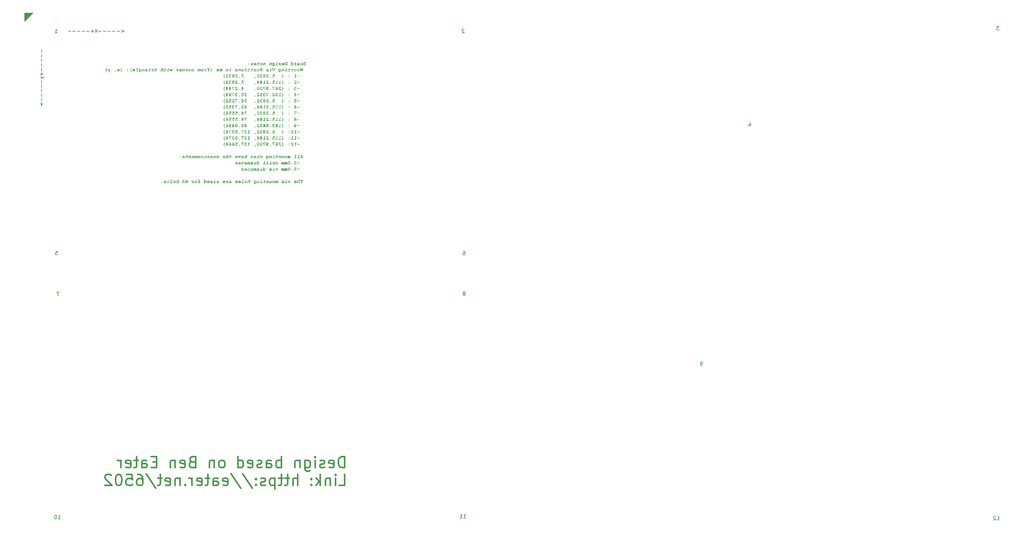
<source format=gbr>
%TF.GenerationSoftware,KiCad,Pcbnew,8.0.0*%
%TF.CreationDate,2024-05-17T21:06:57-04:00*%
%TF.ProjectId,Eater 6502 computer,45617465-7220-4363-9530-3220636f6d70,rev?*%
%TF.SameCoordinates,Original*%
%TF.FileFunction,Legend,Bot*%
%TF.FilePolarity,Positive*%
%FSLAX46Y46*%
G04 Gerber Fmt 4.6, Leading zero omitted, Abs format (unit mm)*
G04 Created by KiCad (PCBNEW 8.0.0) date 2024-05-17 21:06:57*
%MOMM*%
%LPD*%
G01*
G04 APERTURE LIST*
%ADD10C,0.000000*%
%ADD11C,0.150000*%
%ADD12C,0.200000*%
%ADD13C,0.450000*%
G04 APERTURE END LIST*
D10*
G36*
X12750800Y-15265400D02*
G01*
X12750800Y-12750800D01*
X15290800Y-12750800D01*
X12750800Y-15265400D01*
G37*
D11*
X22212058Y-88481019D02*
X21545392Y-88481019D01*
X21545392Y-88481019D02*
X21973963Y-89481019D01*
X196160801Y-108353219D02*
X195970325Y-108353219D01*
X195970325Y-108353219D02*
X195875087Y-108305600D01*
X195875087Y-108305600D02*
X195827468Y-108257980D01*
X195827468Y-108257980D02*
X195732230Y-108115123D01*
X195732230Y-108115123D02*
X195684611Y-107924647D01*
X195684611Y-107924647D02*
X195684611Y-107543695D01*
X195684611Y-107543695D02*
X195732230Y-107448457D01*
X195732230Y-107448457D02*
X195779849Y-107400838D01*
X195779849Y-107400838D02*
X195875087Y-107353219D01*
X195875087Y-107353219D02*
X196065563Y-107353219D01*
X196065563Y-107353219D02*
X196160801Y-107400838D01*
X196160801Y-107400838D02*
X196208420Y-107448457D01*
X196208420Y-107448457D02*
X196256039Y-107543695D01*
X196256039Y-107543695D02*
X196256039Y-107781790D01*
X196256039Y-107781790D02*
X196208420Y-107877028D01*
X196208420Y-107877028D02*
X196160801Y-107924647D01*
X196160801Y-107924647D02*
X196065563Y-107972266D01*
X196065563Y-107972266D02*
X195875087Y-107972266D01*
X195875087Y-107972266D02*
X195779849Y-107924647D01*
X195779849Y-107924647D02*
X195732230Y-107877028D01*
X195732230Y-107877028D02*
X195684611Y-107781790D01*
X276542258Y-16421219D02*
X275923211Y-16421219D01*
X275923211Y-16421219D02*
X276256544Y-16802171D01*
X276256544Y-16802171D02*
X276113687Y-16802171D01*
X276113687Y-16802171D02*
X276018449Y-16849790D01*
X276018449Y-16849790D02*
X275970830Y-16897409D01*
X275970830Y-16897409D02*
X275923211Y-16992647D01*
X275923211Y-16992647D02*
X275923211Y-17230742D01*
X275923211Y-17230742D02*
X275970830Y-17325980D01*
X275970830Y-17325980D02*
X276018449Y-17373600D01*
X276018449Y-17373600D02*
X276113687Y-17421219D01*
X276113687Y-17421219D02*
X276399401Y-17421219D01*
X276399401Y-17421219D02*
X276494639Y-17373600D01*
X276494639Y-17373600D02*
X276542258Y-17325980D01*
X131854363Y-88782590D02*
X131949601Y-88734971D01*
X131949601Y-88734971D02*
X131997220Y-88687352D01*
X131997220Y-88687352D02*
X132044839Y-88592114D01*
X132044839Y-88592114D02*
X132044839Y-88544495D01*
X132044839Y-88544495D02*
X131997220Y-88449257D01*
X131997220Y-88449257D02*
X131949601Y-88401638D01*
X131949601Y-88401638D02*
X131854363Y-88354019D01*
X131854363Y-88354019D02*
X131663887Y-88354019D01*
X131663887Y-88354019D02*
X131568649Y-88401638D01*
X131568649Y-88401638D02*
X131521030Y-88449257D01*
X131521030Y-88449257D02*
X131473411Y-88544495D01*
X131473411Y-88544495D02*
X131473411Y-88592114D01*
X131473411Y-88592114D02*
X131521030Y-88687352D01*
X131521030Y-88687352D02*
X131568649Y-88734971D01*
X131568649Y-88734971D02*
X131663887Y-88782590D01*
X131663887Y-88782590D02*
X131854363Y-88782590D01*
X131854363Y-88782590D02*
X131949601Y-88830209D01*
X131949601Y-88830209D02*
X131997220Y-88877828D01*
X131997220Y-88877828D02*
X132044839Y-88973066D01*
X132044839Y-88973066D02*
X132044839Y-89163542D01*
X132044839Y-89163542D02*
X131997220Y-89258780D01*
X131997220Y-89258780D02*
X131949601Y-89306400D01*
X131949601Y-89306400D02*
X131854363Y-89354019D01*
X131854363Y-89354019D02*
X131663887Y-89354019D01*
X131663887Y-89354019D02*
X131568649Y-89306400D01*
X131568649Y-89306400D02*
X131521030Y-89258780D01*
X131521030Y-89258780D02*
X131473411Y-89163542D01*
X131473411Y-89163542D02*
X131473411Y-88973066D01*
X131473411Y-88973066D02*
X131521030Y-88877828D01*
X131521030Y-88877828D02*
X131568649Y-88830209D01*
X131568649Y-88830209D02*
X131663887Y-88782590D01*
X24593779Y-17757733D02*
X25355684Y-17757733D01*
X25831874Y-17757733D02*
X26593779Y-17757733D01*
X27069969Y-17757733D02*
X27831874Y-17757733D01*
X28308064Y-17757733D02*
X29069969Y-17757733D01*
X29546159Y-17757733D02*
X30308064Y-17757733D01*
X30784254Y-17757733D02*
X31546159Y-17757733D01*
X31165206Y-17376780D02*
X31165206Y-18138685D01*
X31927111Y-17376780D02*
X32450920Y-18043447D01*
X31927111Y-18043447D02*
X32450920Y-17376780D01*
X32831873Y-17757733D02*
X33593778Y-17757733D01*
X34069968Y-17757733D02*
X34831873Y-17757733D01*
X35308063Y-17757733D02*
X36069968Y-17757733D01*
X36546158Y-17757733D02*
X37308063Y-17757733D01*
X37784253Y-17757733D02*
X38546158Y-17757733D01*
X39022348Y-18043447D02*
X39784253Y-17757733D01*
X39784253Y-17757733D02*
X39022348Y-17472019D01*
D12*
G36*
X88940681Y-26169336D02*
G01*
X88986944Y-26187330D01*
X88990785Y-26191055D01*
X89008437Y-26238133D01*
X89008248Y-26243935D01*
X88986944Y-26289180D01*
X88964485Y-26301672D01*
X88914404Y-26308475D01*
X88892422Y-26308475D01*
X88892422Y-26824316D01*
X88914404Y-26824316D01*
X88940346Y-26825861D01*
X88986455Y-26843855D01*
X88990384Y-26847580D01*
X89008437Y-26894658D01*
X89008248Y-26900460D01*
X88986944Y-26945704D01*
X88964485Y-26958197D01*
X88914404Y-26965000D01*
X88500900Y-26965000D01*
X88473134Y-26964364D01*
X88423011Y-26959281D01*
X88373650Y-26946926D01*
X88329457Y-26927620D01*
X88287676Y-26900031D01*
X88272259Y-26885825D01*
X88243713Y-26844832D01*
X88225761Y-26797083D01*
X88219777Y-26745669D01*
X88219824Y-26744692D01*
X88360705Y-26744692D01*
X88361650Y-26757398D01*
X88387572Y-26799159D01*
X88405295Y-26808961D01*
X88455397Y-26821343D01*
X88508472Y-26824316D01*
X88751494Y-26824316D01*
X88751494Y-26621106D01*
X88565381Y-26621106D01*
X88559243Y-26621145D01*
X88508065Y-26625089D01*
X88459765Y-26637039D01*
X88413706Y-26661894D01*
X88377475Y-26697818D01*
X88360705Y-26744692D01*
X88219824Y-26744692D01*
X88220953Y-26721063D01*
X88231573Y-26671107D01*
X88253238Y-26625746D01*
X88274570Y-26596996D01*
X88311246Y-26561968D01*
X88353133Y-26533178D01*
X88326628Y-26506651D01*
X88298912Y-26464546D01*
X88288047Y-26436015D01*
X88281216Y-26386388D01*
X88421766Y-26386388D01*
X88425391Y-26407249D01*
X88458891Y-26445251D01*
X88499991Y-26465275D01*
X88547729Y-26476987D01*
X88596888Y-26480422D01*
X88751494Y-26480422D01*
X88751494Y-26308475D01*
X88568067Y-26308475D01*
X88558703Y-26308566D01*
X88505696Y-26313627D01*
X88456937Y-26331922D01*
X88443232Y-26342459D01*
X88421766Y-26386388D01*
X88281216Y-26386388D01*
X88281082Y-26385411D01*
X88282284Y-26363624D01*
X88295808Y-26312462D01*
X88320827Y-26270454D01*
X88358018Y-26232271D01*
X88367828Y-26224463D01*
X88410922Y-26198268D01*
X88460182Y-26180133D01*
X88508345Y-26170876D01*
X88561228Y-26167791D01*
X88914404Y-26167791D01*
X88940681Y-26169336D01*
G37*
G36*
X87793184Y-26356443D02*
G01*
X87845597Y-26363784D01*
X87896773Y-26378081D01*
X87946713Y-26399333D01*
X87973113Y-26413865D01*
X88015582Y-26444019D01*
X88051560Y-26479312D01*
X88081047Y-26519745D01*
X88086696Y-26529313D01*
X88109475Y-26577527D01*
X88123142Y-26626362D01*
X88127697Y-26675816D01*
X88127652Y-26680695D01*
X88121240Y-26733541D01*
X88105994Y-26780281D01*
X88081780Y-26825781D01*
X88069587Y-26843206D01*
X88033394Y-26882695D01*
X87993846Y-26913260D01*
X87947690Y-26939110D01*
X87920010Y-26951071D01*
X87869164Y-26967493D01*
X87817005Y-26977347D01*
X87763531Y-26980631D01*
X87733497Y-26979599D01*
X87680397Y-26972543D01*
X87628534Y-26958803D01*
X87577907Y-26938377D01*
X87556310Y-26927359D01*
X87512769Y-26899249D01*
X87476222Y-26866540D01*
X87443817Y-26824804D01*
X87420118Y-26779624D01*
X87404187Y-26728879D01*
X87398902Y-26677281D01*
X87539805Y-26677281D01*
X87543850Y-26706682D01*
X87567679Y-26752244D01*
X87604529Y-26788656D01*
X87616885Y-26797822D01*
X87661918Y-26821865D01*
X87712865Y-26835890D01*
X87763775Y-26839947D01*
X87781149Y-26839496D01*
X87830179Y-26832734D01*
X87879218Y-26815704D01*
X87922533Y-26788656D01*
X87944447Y-26769056D01*
X87974672Y-26728206D01*
X87987013Y-26677770D01*
X87979481Y-26630284D01*
X87956883Y-26586895D01*
X87923266Y-26551008D01*
X87910991Y-26541187D01*
X87866073Y-26515427D01*
X87815001Y-26500400D01*
X87763775Y-26496053D01*
X87724577Y-26498483D01*
X87676881Y-26509283D01*
X87629464Y-26531761D01*
X87588653Y-26565174D01*
X87574581Y-26581371D01*
X87549155Y-26625770D01*
X87539805Y-26677281D01*
X87398902Y-26677281D01*
X87398877Y-26677037D01*
X87399054Y-26667040D01*
X87405265Y-26617572D01*
X87420349Y-26568962D01*
X87444306Y-26521210D01*
X87459499Y-26498230D01*
X87492258Y-26460683D01*
X87531971Y-26428043D01*
X87578639Y-26400310D01*
X87606595Y-26387363D01*
X87657787Y-26369589D01*
X87710099Y-26358924D01*
X87763531Y-26355369D01*
X87793184Y-26356443D01*
G37*
G36*
X86982712Y-26357782D02*
G01*
X87031291Y-26363918D01*
X87038061Y-26364979D01*
X87088351Y-26374395D01*
X87137781Y-26386388D01*
X87142562Y-26387750D01*
X87189316Y-26405195D01*
X87208612Y-26425956D01*
X87215450Y-26456242D01*
X87215279Y-26461961D01*
X87195911Y-26507288D01*
X87194681Y-26508521D01*
X87148039Y-26527316D01*
X87139762Y-26527024D01*
X87090398Y-26519012D01*
X87084206Y-26517600D01*
X87031742Y-26506905D01*
X86980336Y-26499282D01*
X86928221Y-26496053D01*
X86923506Y-26496070D01*
X86874407Y-26498956D01*
X86824906Y-26513639D01*
X86821623Y-26515846D01*
X86797795Y-26558579D01*
X86797795Y-26587889D01*
X86843354Y-26581277D01*
X86894786Y-26576134D01*
X86945562Y-26574211D01*
X87002858Y-26576718D01*
X87055311Y-26584240D01*
X87102921Y-26596777D01*
X87152345Y-26617741D01*
X87195178Y-26645530D01*
X87221212Y-26668033D01*
X87253689Y-26705253D01*
X87276723Y-26748914D01*
X87285548Y-26799647D01*
X87277207Y-26845250D01*
X87252185Y-26888024D01*
X87214962Y-26924455D01*
X87181928Y-26946344D01*
X87133446Y-26966587D01*
X87084674Y-26977120D01*
X87030558Y-26980631D01*
X87014015Y-26980059D01*
X86964647Y-26972365D01*
X86914787Y-26957184D01*
X86883478Y-26943995D01*
X86839091Y-26918715D01*
X86797795Y-26886842D01*
X86797795Y-26965000D01*
X86632931Y-26965000D01*
X86606654Y-26963473D01*
X86560391Y-26945704D01*
X86555296Y-26940632D01*
X86538653Y-26894658D01*
X86538844Y-26888857D01*
X86560391Y-26843855D01*
X86582850Y-26831204D01*
X86632931Y-26824316D01*
X86656867Y-26824316D01*
X86656867Y-26778642D01*
X86797795Y-26778642D01*
X86817069Y-26788855D01*
X86862247Y-26808154D01*
X86912101Y-26823583D01*
X86927950Y-26827418D01*
X86976560Y-26836351D01*
X87027139Y-26839947D01*
X87074590Y-26836347D01*
X87121173Y-26821140D01*
X87139735Y-26794518D01*
X87137338Y-26783191D01*
X87101389Y-26749577D01*
X87056049Y-26729831D01*
X87004994Y-26718282D01*
X86953622Y-26714895D01*
X86949152Y-26714908D01*
X86898278Y-26716818D01*
X86849325Y-26721360D01*
X86797795Y-26728572D01*
X86797795Y-26778642D01*
X86656867Y-26778642D01*
X86656867Y-26553206D01*
X86657150Y-26541878D01*
X86667068Y-26489791D01*
X86691153Y-26445288D01*
X86729407Y-26408370D01*
X86733998Y-26405109D01*
X86780469Y-26380420D01*
X86829562Y-26365514D01*
X86878529Y-26357906D01*
X86933106Y-26355369D01*
X86982712Y-26357782D01*
G37*
G36*
X86113427Y-26371001D02*
G01*
X86113427Y-26460882D01*
X86071447Y-26431894D01*
X86029841Y-26405595D01*
X85983622Y-26380928D01*
X85973720Y-26376618D01*
X85927083Y-26361366D01*
X85877732Y-26355369D01*
X85826842Y-26362307D01*
X85781218Y-26380857D01*
X85744620Y-26404706D01*
X85710316Y-26440604D01*
X85700656Y-26472850D01*
X85717907Y-26518752D01*
X85721661Y-26522676D01*
X85766511Y-26542770D01*
X85771975Y-26542948D01*
X85818163Y-26526255D01*
X85827174Y-26519501D01*
X85871462Y-26496626D01*
X85878709Y-26496053D01*
X85927004Y-26509601D01*
X85966881Y-26530736D01*
X86010644Y-26558678D01*
X86051603Y-26587637D01*
X86091903Y-26617984D01*
X86113427Y-26634783D01*
X86113427Y-26824316D01*
X85912903Y-26824316D01*
X85862908Y-26831204D01*
X85840607Y-26843855D01*
X85819061Y-26888857D01*
X85818870Y-26894658D01*
X85835513Y-26940632D01*
X85840607Y-26945704D01*
X85886645Y-26963473D01*
X85912903Y-26965000D01*
X86338130Y-26965000D01*
X86388211Y-26958197D01*
X86410670Y-26945704D01*
X86431975Y-26900460D01*
X86432163Y-26894658D01*
X86414511Y-26847580D01*
X86410670Y-26843855D01*
X86364407Y-26825861D01*
X86338130Y-26824316D01*
X86254355Y-26824316D01*
X86254355Y-26511685D01*
X86305157Y-26511685D01*
X86355239Y-26504882D01*
X86377697Y-26492390D01*
X86399002Y-26447145D01*
X86399191Y-26441343D01*
X86381538Y-26394266D01*
X86377697Y-26390540D01*
X86331435Y-26372546D01*
X86305157Y-26371001D01*
X86113427Y-26371001D01*
G37*
G36*
X85112048Y-26106810D02*
G01*
X85158437Y-26124804D01*
X85162278Y-26128529D01*
X85179930Y-26175607D01*
X85179742Y-26181409D01*
X85158437Y-26226653D01*
X85135938Y-26239146D01*
X85085653Y-26245949D01*
X85061717Y-26245949D01*
X85061717Y-26422536D01*
X85074624Y-26414430D01*
X85120158Y-26390147D01*
X85166253Y-26372222D01*
X85172856Y-26370181D01*
X85222927Y-26359072D01*
X85273964Y-26355369D01*
X85292078Y-26355740D01*
X85344336Y-26361308D01*
X85393469Y-26373555D01*
X85439477Y-26392483D01*
X85482358Y-26418091D01*
X85522115Y-26450380D01*
X85551386Y-26481031D01*
X85584030Y-26527167D01*
X85606951Y-26577068D01*
X85620148Y-26630731D01*
X85623720Y-26679724D01*
X85622208Y-26711182D01*
X85612291Y-26763055D01*
X85593117Y-26810885D01*
X85564686Y-26854671D01*
X85527000Y-26894413D01*
X85520879Y-26899718D01*
X85474655Y-26932134D01*
X85430328Y-26953351D01*
X85381656Y-26968507D01*
X85328639Y-26977600D01*
X85271277Y-26980631D01*
X85260733Y-26980423D01*
X85209041Y-26973135D01*
X85162345Y-26956939D01*
X85142807Y-26947257D01*
X85101537Y-26920798D01*
X85061717Y-26886842D01*
X85061717Y-26965000D01*
X84896853Y-26965000D01*
X84870595Y-26963473D01*
X84824557Y-26945704D01*
X84819462Y-26940632D01*
X84802819Y-26894658D01*
X84803013Y-26888857D01*
X84824801Y-26843855D01*
X84847297Y-26831204D01*
X84896853Y-26824316D01*
X84920789Y-26824316D01*
X84920789Y-26682899D01*
X85061717Y-26682899D01*
X85064382Y-26711400D01*
X85083470Y-26758500D01*
X85117404Y-26795251D01*
X85124536Y-26800663D01*
X85169866Y-26824190D01*
X85220040Y-26836412D01*
X85272498Y-26839947D01*
X85284869Y-26839773D01*
X85336144Y-26834666D01*
X85384687Y-26820698D01*
X85427837Y-26795251D01*
X85449250Y-26774504D01*
X85475064Y-26729649D01*
X85482792Y-26680945D01*
X85476829Y-26635336D01*
X85456495Y-26590179D01*
X85421731Y-26550275D01*
X85413964Y-26543709D01*
X85372008Y-26517234D01*
X85324853Y-26501348D01*
X85272498Y-26496053D01*
X85261553Y-26496265D01*
X85210033Y-26503678D01*
X85163856Y-26521682D01*
X85123022Y-26550275D01*
X85090693Y-26586525D01*
X85068961Y-26631855D01*
X85061717Y-26682899D01*
X84920789Y-26682899D01*
X84920789Y-26105265D01*
X85085653Y-26105265D01*
X85112048Y-26106810D01*
G37*
G36*
X83898043Y-26169336D02*
G01*
X83944306Y-26187330D01*
X83948147Y-26191055D01*
X83965799Y-26238133D01*
X83965612Y-26243935D01*
X83944550Y-26289180D01*
X83927171Y-26300165D01*
X83878605Y-26308475D01*
X83878605Y-26824316D01*
X83896775Y-26825251D01*
X83944306Y-26843855D01*
X83948147Y-26847580D01*
X83965799Y-26894658D01*
X83965610Y-26900460D01*
X83944306Y-26945704D01*
X83921847Y-26958197D01*
X83871766Y-26965000D01*
X83588688Y-26965000D01*
X83555560Y-26964248D01*
X83506674Y-26959920D01*
X83457734Y-26950454D01*
X83410879Y-26934225D01*
X83399980Y-26928936D01*
X83357476Y-26902982D01*
X83318556Y-26872676D01*
X83295093Y-26850282D01*
X83264422Y-26811023D01*
X83239177Y-26764965D01*
X83221934Y-26717179D01*
X83211848Y-26664834D01*
X83208891Y-26613290D01*
X83208891Y-26608161D01*
X83349819Y-26608161D01*
X83350510Y-26630244D01*
X83358783Y-26681465D01*
X83378151Y-26726618D01*
X83383658Y-26735041D01*
X83418405Y-26772901D01*
X83461682Y-26801845D01*
X83485618Y-26811676D01*
X83535453Y-26821660D01*
X83588200Y-26824316D01*
X83737921Y-26824316D01*
X83737921Y-26308475D01*
X83589665Y-26308475D01*
X83562431Y-26309436D01*
X83513270Y-26317130D01*
X83464857Y-26335830D01*
X83437622Y-26354849D01*
X83403774Y-26391509D01*
X83375220Y-26436458D01*
X83370681Y-26445388D01*
X83354681Y-26494160D01*
X83349819Y-26545879D01*
X83349819Y-26608161D01*
X83208891Y-26608161D01*
X83208891Y-26549054D01*
X83209150Y-26531808D01*
X83213578Y-26480451D01*
X83225499Y-26430108D01*
X83228711Y-26420988D01*
X83249087Y-26375196D01*
X83274592Y-26332166D01*
X83302595Y-26293017D01*
X83337362Y-26254497D01*
X83353202Y-26240947D01*
X83397240Y-26212938D01*
X83442875Y-26192948D01*
X83475802Y-26182262D01*
X83525937Y-26171958D01*
X83576965Y-26168524D01*
X83871766Y-26167791D01*
X83898043Y-26169336D01*
G37*
G36*
X82755965Y-26355712D02*
G01*
X82807600Y-26360850D01*
X82856899Y-26372152D01*
X82903862Y-26389621D01*
X82948490Y-26413254D01*
X82990782Y-26443053D01*
X83022304Y-26471647D01*
X83057460Y-26515948D01*
X83082144Y-26565227D01*
X83096356Y-26619485D01*
X83100203Y-26669954D01*
X83097728Y-26709933D01*
X83085949Y-26762518D01*
X83064469Y-26811153D01*
X83033289Y-26855837D01*
X82998842Y-26890994D01*
X82979244Y-26907013D01*
X82936494Y-26934324D01*
X82889004Y-26955333D01*
X82836774Y-26970039D01*
X82779805Y-26978443D01*
X82728709Y-26980631D01*
X82679097Y-26979196D01*
X82628448Y-26974891D01*
X82576760Y-26967717D01*
X82524034Y-26957672D01*
X82481219Y-26947511D01*
X82433153Y-26932589D01*
X82389944Y-26909312D01*
X82388682Y-26908113D01*
X82369428Y-26862906D01*
X82369503Y-26859191D01*
X82388723Y-26813080D01*
X82389923Y-26811848D01*
X82436106Y-26793053D01*
X82460369Y-26795671D01*
X82510112Y-26806730D01*
X82564493Y-26819673D01*
X82613943Y-26829437D01*
X82664417Y-26836703D01*
X82718451Y-26839947D01*
X82724381Y-26839918D01*
X82774274Y-26837013D01*
X82822369Y-26828212D01*
X82869882Y-26809905D01*
X82880070Y-26804061D01*
X82919727Y-26772419D01*
X82947795Y-26730526D01*
X82370161Y-26730526D01*
X82370161Y-26674839D01*
X82370354Y-26662930D01*
X82376365Y-26610931D01*
X82378116Y-26605474D01*
X82525988Y-26605474D01*
X82943643Y-26605474D01*
X82935098Y-26592170D01*
X82900443Y-26552460D01*
X82858402Y-26523408D01*
X82834623Y-26512750D01*
X82785625Y-26499900D01*
X82734815Y-26496053D01*
X82708491Y-26497015D01*
X82656228Y-26505697D01*
X82610496Y-26523408D01*
X82594651Y-26532560D01*
X82555488Y-26565419D01*
X82525988Y-26605474D01*
X82378116Y-26605474D01*
X82392143Y-26561755D01*
X82411649Y-26524239D01*
X82439217Y-26483215D01*
X82473964Y-26444518D01*
X82491009Y-26430421D01*
X82535688Y-26403560D01*
X82580698Y-26383702D01*
X82585200Y-26381958D01*
X82636511Y-26366437D01*
X82686013Y-26358136D01*
X82738235Y-26355369D01*
X82755965Y-26355712D01*
G37*
G36*
X81731221Y-26535865D02*
G01*
X81775605Y-26514952D01*
X81803517Y-26506067D01*
X81851870Y-26497461D01*
X81882163Y-26496053D01*
X81934433Y-26498882D01*
X81982369Y-26508419D01*
X82012101Y-26519989D01*
X82033350Y-26542948D01*
X82004529Y-26570792D01*
X81955871Y-26582813D01*
X81906344Y-26589842D01*
X81856767Y-26596280D01*
X81806503Y-26603855D01*
X81753864Y-26613697D01*
X81711193Y-26624769D01*
X81665554Y-26643938D01*
X81624653Y-26671037D01*
X81600063Y-26695600D01*
X81573182Y-26737400D01*
X81560894Y-26787577D01*
X81560740Y-26794030D01*
X81570117Y-26843706D01*
X81598246Y-26886857D01*
X81627418Y-26911999D01*
X81671934Y-26938741D01*
X81721919Y-26958915D01*
X81777374Y-26972521D01*
X81829261Y-26978955D01*
X81875569Y-26980631D01*
X81927267Y-26979088D01*
X81978819Y-26974011D01*
X81988653Y-26972571D01*
X82038296Y-26962862D01*
X82083664Y-26949368D01*
X82105646Y-26961092D01*
X82129581Y-26965000D01*
X82176999Y-26949666D01*
X82182094Y-26944972D01*
X82200412Y-26899451D01*
X82201633Y-26877561D01*
X82201633Y-26833597D01*
X82194001Y-26785263D01*
X82182094Y-26766430D01*
X82136849Y-26746336D01*
X82131047Y-26746158D01*
X82088549Y-26757393D01*
X82061682Y-26795739D01*
X82016230Y-26818809D01*
X81984013Y-26828712D01*
X81935164Y-26837138D01*
X81883158Y-26839936D01*
X81879477Y-26839947D01*
X81828472Y-26837803D01*
X81779776Y-26830389D01*
X81732424Y-26814504D01*
X81729023Y-26812836D01*
X81703622Y-26784504D01*
X81735607Y-26745979D01*
X81740014Y-26743960D01*
X81791198Y-26729974D01*
X81844282Y-26721903D01*
X81890468Y-26716849D01*
X81940765Y-26711042D01*
X81993865Y-26702043D01*
X82045809Y-26688745D01*
X82091979Y-26669854D01*
X82117369Y-26653101D01*
X82152048Y-26614839D01*
X82171555Y-26566412D01*
X82174278Y-26537330D01*
X82165279Y-26487688D01*
X82138283Y-26444640D01*
X82110286Y-26419605D01*
X82063697Y-26391502D01*
X82017422Y-26373498D01*
X81966004Y-26361642D01*
X81909443Y-26355934D01*
X81883629Y-26355369D01*
X81833021Y-26357851D01*
X81790084Y-26364162D01*
X81740487Y-26376793D01*
X81703622Y-26390785D01*
X81679442Y-26376130D01*
X81658437Y-26371001D01*
X81612770Y-26389677D01*
X81610321Y-26392250D01*
X81592232Y-26440335D01*
X81591026Y-26463569D01*
X81591026Y-26497274D01*
X81596704Y-26547339D01*
X81602017Y-26558824D01*
X81641817Y-26587389D01*
X81661856Y-26589842D01*
X81706553Y-26575188D01*
X81731221Y-26535865D01*
G37*
G36*
X80992631Y-26105265D02*
G01*
X80992631Y-26245949D01*
X81160182Y-26245949D01*
X81160182Y-26105265D01*
X80992631Y-26105265D01*
G37*
G36*
X80973336Y-26371001D02*
G01*
X80973336Y-26824316D01*
X80804320Y-26824316D01*
X80754324Y-26831204D01*
X80732024Y-26843855D01*
X80710477Y-26888857D01*
X80710286Y-26894658D01*
X80726929Y-26940632D01*
X80732024Y-26945704D01*
X80778062Y-26963473D01*
X80804320Y-26965000D01*
X81283280Y-26965000D01*
X81333362Y-26958197D01*
X81355820Y-26945704D01*
X81377125Y-26900460D01*
X81377314Y-26894658D01*
X81359661Y-26847580D01*
X81355820Y-26843855D01*
X81309557Y-26825861D01*
X81283280Y-26824316D01*
X81114264Y-26824316D01*
X81114264Y-26511685D01*
X81227593Y-26511685D01*
X81277148Y-26504882D01*
X81299644Y-26492390D01*
X81321433Y-26447145D01*
X81321626Y-26441343D01*
X81303974Y-26394266D01*
X81300133Y-26390540D01*
X81253870Y-26372546D01*
X81227593Y-26371001D01*
X80973336Y-26371001D01*
G37*
G36*
X80286058Y-26357570D02*
G01*
X80335540Y-26366019D01*
X80389123Y-26383886D01*
X80438242Y-26410378D01*
X80482896Y-26445495D01*
X80505565Y-26468637D01*
X80537962Y-26512368D01*
X80561104Y-26560213D01*
X80574988Y-26612172D01*
X80579616Y-26668244D01*
X80578105Y-26700679D01*
X80568188Y-26754263D01*
X80549014Y-26803802D01*
X80520583Y-26849298D01*
X80482896Y-26890750D01*
X80444895Y-26921295D01*
X80396414Y-26948944D01*
X80343468Y-26967991D01*
X80294533Y-26977471D01*
X80242317Y-26980631D01*
X80192125Y-26976845D01*
X80143154Y-26965488D01*
X80140119Y-26964542D01*
X80092064Y-26945384D01*
X80047900Y-26920547D01*
X80047900Y-26981120D01*
X80054772Y-27019234D01*
X80083803Y-27059033D01*
X80088373Y-27062789D01*
X80133039Y-27084115D01*
X80183943Y-27090052D01*
X80339281Y-27090052D01*
X80365559Y-27091597D01*
X80411822Y-27109591D01*
X80415663Y-27113360D01*
X80433315Y-27160638D01*
X80433126Y-27166353D01*
X80411822Y-27211196D01*
X80389363Y-27223847D01*
X80339281Y-27230736D01*
X80179791Y-27230736D01*
X80130861Y-27227134D01*
X80080730Y-27214853D01*
X80034466Y-27193855D01*
X80007751Y-27177030D01*
X79969403Y-27144979D01*
X79938479Y-27105683D01*
X79926297Y-27082509D01*
X79911612Y-27035006D01*
X79907216Y-26986004D01*
X79907216Y-26668000D01*
X80048632Y-26668000D01*
X80053173Y-26706022D01*
X80073351Y-26751909D01*
X80106030Y-26789145D01*
X80144145Y-26815935D01*
X80191251Y-26833944D01*
X80243782Y-26839947D01*
X80291763Y-26834986D01*
X80339362Y-26818068D01*
X80381535Y-26789145D01*
X80406647Y-26762522D01*
X80430861Y-26718009D01*
X80438933Y-26668000D01*
X80434392Y-26630313D01*
X80414214Y-26584632D01*
X80381535Y-26547344D01*
X80343420Y-26520296D01*
X80296314Y-26502114D01*
X80243782Y-26496053D01*
X80195802Y-26501062D01*
X80148203Y-26518142D01*
X80106030Y-26547344D01*
X80080918Y-26574028D01*
X80056704Y-26618404D01*
X80048632Y-26668000D01*
X79907216Y-26668000D01*
X79907216Y-26511685D01*
X79883036Y-26511685D01*
X79856778Y-26510158D01*
X79810740Y-26492390D01*
X79805645Y-26487318D01*
X79789002Y-26441343D01*
X79789193Y-26435543D01*
X79810740Y-26390540D01*
X79833040Y-26377889D01*
X79883036Y-26371001D01*
X80047900Y-26371001D01*
X80047900Y-26417896D01*
X80050652Y-26415942D01*
X80093024Y-26390418D01*
X80140468Y-26371001D01*
X80143495Y-26370039D01*
X80193298Y-26358804D01*
X80242317Y-26355369D01*
X80286058Y-26357570D01*
G37*
G36*
X79505192Y-26371001D02*
G01*
X79505192Y-26417896D01*
X79462175Y-26389090D01*
X79420440Y-26371001D01*
X79372080Y-26359277D01*
X79323193Y-26355385D01*
X79319812Y-26355369D01*
X79267602Y-26358841D01*
X79214060Y-26371308D01*
X79167051Y-26392844D01*
X79126575Y-26423447D01*
X79121975Y-26427909D01*
X79091578Y-26467594D01*
X79072440Y-26514291D01*
X79064559Y-26568001D01*
X79064334Y-26579584D01*
X79064334Y-26824316D01*
X79015768Y-26832731D01*
X78998388Y-26843855D01*
X78977084Y-26888857D01*
X78976895Y-26894658D01*
X78993538Y-26940632D01*
X78998632Y-26945704D01*
X79044895Y-26963473D01*
X79071173Y-26965000D01*
X79198179Y-26965000D01*
X79248260Y-26958197D01*
X79270719Y-26945704D01*
X79292023Y-26900460D01*
X79292212Y-26894658D01*
X79274761Y-26847580D01*
X79270963Y-26843855D01*
X79223450Y-26825251D01*
X79205018Y-26824316D01*
X79205018Y-26582271D01*
X79217761Y-26533715D01*
X79229686Y-26520966D01*
X79276234Y-26500822D01*
X79326651Y-26496053D01*
X79377621Y-26501772D01*
X79412136Y-26514127D01*
X79453718Y-26541971D01*
X79491396Y-26575997D01*
X79505192Y-26589842D01*
X79505192Y-26824316D01*
X79456325Y-26828411D01*
X79435094Y-26837260D01*
X79404280Y-26877379D01*
X79401633Y-26894658D01*
X79418276Y-26940632D01*
X79423371Y-26945704D01*
X79469409Y-26963473D01*
X79495667Y-26965000D01*
X79655646Y-26965000D01*
X79705727Y-26958197D01*
X79728186Y-26945704D01*
X79749732Y-26900460D01*
X79749923Y-26894658D01*
X79729798Y-26848707D01*
X79716951Y-26837016D01*
X79668042Y-26824923D01*
X79646120Y-26824316D01*
X79646120Y-26511685D01*
X79694686Y-26503375D01*
X79712066Y-26492390D01*
X79733128Y-26447145D01*
X79733315Y-26441343D01*
X79715663Y-26394266D01*
X79711822Y-26390540D01*
X79665559Y-26372546D01*
X79639281Y-26371001D01*
X79505192Y-26371001D01*
G37*
G36*
X77824801Y-26371001D02*
G01*
X77824801Y-26417896D01*
X77781784Y-26389090D01*
X77740049Y-26371001D01*
X77691689Y-26359277D01*
X77642802Y-26355385D01*
X77639421Y-26355369D01*
X77587212Y-26358841D01*
X77533669Y-26371308D01*
X77486660Y-26392844D01*
X77446184Y-26423447D01*
X77441584Y-26427909D01*
X77411188Y-26467594D01*
X77392049Y-26514291D01*
X77384168Y-26568001D01*
X77383943Y-26579584D01*
X77383943Y-26824316D01*
X77335377Y-26832731D01*
X77317997Y-26843855D01*
X77296693Y-26888857D01*
X77296504Y-26894658D01*
X77313147Y-26940632D01*
X77318242Y-26945704D01*
X77364504Y-26963473D01*
X77390782Y-26965000D01*
X77517788Y-26965000D01*
X77567870Y-26958197D01*
X77590328Y-26945704D01*
X77611633Y-26900460D01*
X77611822Y-26894658D01*
X77594370Y-26847580D01*
X77590572Y-26843855D01*
X77543060Y-26825251D01*
X77524627Y-26824316D01*
X77524627Y-26582271D01*
X77537371Y-26533715D01*
X77549295Y-26520966D01*
X77595844Y-26500822D01*
X77646260Y-26496053D01*
X77697230Y-26501772D01*
X77731745Y-26514127D01*
X77773327Y-26541971D01*
X77811005Y-26575997D01*
X77824801Y-26589842D01*
X77824801Y-26824316D01*
X77775935Y-26828411D01*
X77754704Y-26837260D01*
X77723889Y-26877379D01*
X77721242Y-26894658D01*
X77737885Y-26940632D01*
X77742980Y-26945704D01*
X77789018Y-26963473D01*
X77815276Y-26965000D01*
X77975255Y-26965000D01*
X78025336Y-26958197D01*
X78047795Y-26945704D01*
X78069342Y-26900460D01*
X78069533Y-26894658D01*
X78049408Y-26848707D01*
X78036560Y-26837016D01*
X77987652Y-26824923D01*
X77965729Y-26824316D01*
X77965729Y-26511685D01*
X78014296Y-26503375D01*
X78031675Y-26492390D01*
X78052737Y-26447145D01*
X78052924Y-26441343D01*
X78035272Y-26394266D01*
X78031431Y-26390540D01*
X77985168Y-26372546D01*
X77958891Y-26371001D01*
X77824801Y-26371001D01*
G37*
G36*
X76870644Y-26356443D02*
G01*
X76923057Y-26363784D01*
X76974233Y-26378081D01*
X77024173Y-26399333D01*
X77050572Y-26413865D01*
X77093042Y-26444019D01*
X77129020Y-26479312D01*
X77158507Y-26519745D01*
X77164156Y-26529313D01*
X77186934Y-26577527D01*
X77200602Y-26626362D01*
X77205157Y-26675816D01*
X77205112Y-26680695D01*
X77198700Y-26733541D01*
X77183454Y-26780281D01*
X77159240Y-26825781D01*
X77147046Y-26843206D01*
X77110854Y-26882695D01*
X77071306Y-26913260D01*
X77025150Y-26939110D01*
X76997470Y-26951071D01*
X76946624Y-26967493D01*
X76894465Y-26977347D01*
X76840991Y-26980631D01*
X76810957Y-26979599D01*
X76757857Y-26972543D01*
X76705994Y-26958803D01*
X76655367Y-26938377D01*
X76633770Y-26927359D01*
X76590229Y-26899249D01*
X76553682Y-26866540D01*
X76521277Y-26824804D01*
X76497578Y-26779624D01*
X76481647Y-26728879D01*
X76476362Y-26677281D01*
X76617265Y-26677281D01*
X76621310Y-26706682D01*
X76645139Y-26752244D01*
X76681989Y-26788656D01*
X76694345Y-26797822D01*
X76739378Y-26821865D01*
X76790325Y-26835890D01*
X76841235Y-26839947D01*
X76858609Y-26839496D01*
X76907639Y-26832734D01*
X76956678Y-26815704D01*
X76999993Y-26788656D01*
X77021906Y-26769056D01*
X77052131Y-26728206D01*
X77064473Y-26677770D01*
X77056941Y-26630284D01*
X77034343Y-26586895D01*
X77000726Y-26551008D01*
X76988451Y-26541187D01*
X76943533Y-26515427D01*
X76892461Y-26500400D01*
X76841235Y-26496053D01*
X76802037Y-26498483D01*
X76754341Y-26509283D01*
X76706924Y-26531761D01*
X76666113Y-26565174D01*
X76652041Y-26581371D01*
X76626615Y-26625770D01*
X76617265Y-26677281D01*
X76476362Y-26677281D01*
X76476337Y-26677037D01*
X76476514Y-26667040D01*
X76482725Y-26617572D01*
X76497809Y-26568962D01*
X76521766Y-26521210D01*
X76536959Y-26498230D01*
X76569717Y-26460683D01*
X76609431Y-26428043D01*
X76656099Y-26400310D01*
X76684055Y-26387363D01*
X76735246Y-26369589D01*
X76787558Y-26358924D01*
X76840991Y-26355369D01*
X76870644Y-26356443D01*
G37*
G36*
X76036699Y-26511685D02*
G01*
X76036699Y-26765697D01*
X76024445Y-26813598D01*
X76018137Y-26819431D01*
X75971340Y-26836020D01*
X75919663Y-26839927D01*
X75915066Y-26839947D01*
X75862218Y-26837138D01*
X75811385Y-26828712D01*
X75762567Y-26814668D01*
X75715764Y-26795006D01*
X75668844Y-26778039D01*
X75660810Y-26777421D01*
X75614456Y-26796675D01*
X75613182Y-26797937D01*
X75592989Y-26844134D01*
X75592910Y-26847763D01*
X75613540Y-26893414D01*
X75614892Y-26894658D01*
X75656913Y-26921719D01*
X75702270Y-26939904D01*
X75747760Y-26953764D01*
X75795403Y-26965519D01*
X75844366Y-26974728D01*
X75893014Y-26979975D01*
X75915066Y-26980631D01*
X75969316Y-26978118D01*
X76023645Y-26969093D01*
X76074984Y-26951093D01*
X76111926Y-26928119D01*
X76146445Y-26892961D01*
X76169649Y-26848888D01*
X76177383Y-26799159D01*
X76177383Y-26511685D01*
X76228186Y-26511685D01*
X76278471Y-26504796D01*
X76300970Y-26492145D01*
X76322275Y-26446901D01*
X76322464Y-26441099D01*
X76304811Y-26394305D01*
X76300970Y-26390540D01*
X76254581Y-26372546D01*
X76228186Y-26371001D01*
X76177383Y-26371001D01*
X76177383Y-26245216D01*
X76170495Y-26195714D01*
X76157844Y-26173653D01*
X76112600Y-26152348D01*
X76106797Y-26152159D01*
X76060003Y-26169812D01*
X76056239Y-26173653D01*
X76038245Y-26219213D01*
X76036699Y-26245216D01*
X76036699Y-26371001D01*
X75776337Y-26371001D01*
X75726137Y-26377889D01*
X75703796Y-26390540D01*
X75682250Y-26435785D01*
X75682059Y-26441587D01*
X75699912Y-26488381D01*
X75703796Y-26492145D01*
X75749960Y-26510139D01*
X75776337Y-26511685D01*
X76036699Y-26511685D01*
G37*
G36*
X75194207Y-26355712D02*
G01*
X75245841Y-26360850D01*
X75295140Y-26372152D01*
X75342103Y-26389621D01*
X75386731Y-26413254D01*
X75429023Y-26443053D01*
X75460546Y-26471647D01*
X75495702Y-26515948D01*
X75520385Y-26565227D01*
X75534597Y-26619485D01*
X75538444Y-26669954D01*
X75535969Y-26709933D01*
X75524190Y-26762518D01*
X75502710Y-26811153D01*
X75471530Y-26855837D01*
X75437083Y-26890994D01*
X75417486Y-26907013D01*
X75374735Y-26934324D01*
X75327246Y-26955333D01*
X75275016Y-26970039D01*
X75218046Y-26978443D01*
X75166951Y-26980631D01*
X75117339Y-26979196D01*
X75066689Y-26974891D01*
X75015001Y-26967717D01*
X74962275Y-26957672D01*
X74919461Y-26947511D01*
X74871395Y-26932589D01*
X74828186Y-26909312D01*
X74826924Y-26908113D01*
X74807669Y-26862906D01*
X74807745Y-26859191D01*
X74826965Y-26813080D01*
X74828164Y-26811848D01*
X74874348Y-26793053D01*
X74898611Y-26795671D01*
X74948353Y-26806730D01*
X75002735Y-26819673D01*
X75052184Y-26829437D01*
X75102658Y-26836703D01*
X75156692Y-26839947D01*
X75162622Y-26839918D01*
X75212515Y-26837013D01*
X75260610Y-26828212D01*
X75308123Y-26809905D01*
X75318312Y-26804061D01*
X75357969Y-26772419D01*
X75386036Y-26730526D01*
X74808402Y-26730526D01*
X74808402Y-26674839D01*
X74808595Y-26662930D01*
X74814606Y-26610931D01*
X74816357Y-26605474D01*
X74964229Y-26605474D01*
X75381884Y-26605474D01*
X75373340Y-26592170D01*
X75338685Y-26552460D01*
X75296644Y-26523408D01*
X75272865Y-26512750D01*
X75223867Y-26499900D01*
X75173057Y-26496053D01*
X75146733Y-26497015D01*
X75094470Y-26505697D01*
X75048737Y-26523408D01*
X75032892Y-26532560D01*
X74993730Y-26565419D01*
X74964229Y-26605474D01*
X74816357Y-26605474D01*
X74830384Y-26561755D01*
X74849891Y-26524239D01*
X74877458Y-26483215D01*
X74912205Y-26444518D01*
X74929251Y-26430421D01*
X74973930Y-26403560D01*
X75018939Y-26383702D01*
X75023441Y-26381958D01*
X75074753Y-26366437D01*
X75124255Y-26358136D01*
X75176476Y-26355369D01*
X75194207Y-26355712D01*
G37*
G36*
X74169463Y-26535865D02*
G01*
X74213846Y-26514952D01*
X74241759Y-26506067D01*
X74290111Y-26497461D01*
X74320405Y-26496053D01*
X74372674Y-26498882D01*
X74420611Y-26508419D01*
X74450342Y-26519989D01*
X74471591Y-26542948D01*
X74442771Y-26570792D01*
X74394113Y-26582813D01*
X74344585Y-26589842D01*
X74295008Y-26596280D01*
X74244744Y-26603855D01*
X74192106Y-26613697D01*
X74149435Y-26624769D01*
X74103796Y-26643938D01*
X74062895Y-26671037D01*
X74038304Y-26695600D01*
X74011423Y-26737400D01*
X73999135Y-26787577D01*
X73998981Y-26794030D01*
X74008358Y-26843706D01*
X74036488Y-26886857D01*
X74065660Y-26911999D01*
X74110175Y-26938741D01*
X74160161Y-26958915D01*
X74215616Y-26972521D01*
X74267502Y-26978955D01*
X74313810Y-26980631D01*
X74365509Y-26979088D01*
X74417061Y-26974011D01*
X74426895Y-26972571D01*
X74476537Y-26962862D01*
X74521905Y-26949368D01*
X74543887Y-26961092D01*
X74567823Y-26965000D01*
X74615240Y-26949666D01*
X74620335Y-26944972D01*
X74638653Y-26899451D01*
X74639875Y-26877561D01*
X74639875Y-26833597D01*
X74632242Y-26785263D01*
X74620335Y-26766430D01*
X74575091Y-26746336D01*
X74569288Y-26746158D01*
X74526790Y-26757393D01*
X74499923Y-26795739D01*
X74454471Y-26818809D01*
X74422254Y-26828712D01*
X74373406Y-26837138D01*
X74321399Y-26839936D01*
X74317718Y-26839947D01*
X74266713Y-26837803D01*
X74218018Y-26830389D01*
X74170665Y-26814504D01*
X74167265Y-26812836D01*
X74141863Y-26784504D01*
X74173849Y-26745979D01*
X74178256Y-26743960D01*
X74229439Y-26729974D01*
X74282524Y-26721903D01*
X74328709Y-26716849D01*
X74379007Y-26711042D01*
X74432107Y-26702043D01*
X74484051Y-26688745D01*
X74530220Y-26669854D01*
X74555611Y-26653101D01*
X74590289Y-26614839D01*
X74609796Y-26566412D01*
X74612519Y-26537330D01*
X74603521Y-26487688D01*
X74576524Y-26444640D01*
X74548528Y-26419605D01*
X74501938Y-26391502D01*
X74455663Y-26373498D01*
X74404245Y-26361642D01*
X74347685Y-26355934D01*
X74321870Y-26355369D01*
X74271262Y-26357851D01*
X74228325Y-26364162D01*
X74178729Y-26376793D01*
X74141863Y-26390785D01*
X74117683Y-26376130D01*
X74096678Y-26371001D01*
X74051012Y-26389677D01*
X74048563Y-26392250D01*
X74030473Y-26440335D01*
X74029267Y-26463569D01*
X74029267Y-26497274D01*
X74034945Y-26547339D01*
X74040258Y-26558824D01*
X74080059Y-26587389D01*
X74100098Y-26589842D01*
X74144794Y-26575188D01*
X74169463Y-26535865D01*
G37*
G36*
X73375185Y-26464790D02*
G01*
X73388577Y-26513633D01*
X73403517Y-26531713D01*
X73446928Y-26554801D01*
X73480942Y-26558579D01*
X73529800Y-26550079D01*
X73558612Y-26531713D01*
X73583956Y-26488537D01*
X73586699Y-26464790D01*
X73573423Y-26415947D01*
X73558612Y-26397868D01*
X73514991Y-26374779D01*
X73480942Y-26371001D01*
X73432161Y-26379502D01*
X73403517Y-26397868D01*
X73377952Y-26441043D01*
X73375185Y-26464790D01*
G37*
G36*
X73373964Y-26871210D02*
G01*
X73387355Y-26920053D01*
X73402296Y-26938133D01*
X73445706Y-26961221D01*
X73479721Y-26965000D01*
X73528579Y-26956499D01*
X73557390Y-26938133D01*
X73582735Y-26894957D01*
X73585478Y-26871210D01*
X73572202Y-26822367D01*
X73557390Y-26804288D01*
X73513770Y-26781199D01*
X73479721Y-26777421D01*
X73430940Y-26785922D01*
X73402296Y-26804288D01*
X73376731Y-26847463D01*
X73373964Y-26871210D01*
G37*
G36*
X87984815Y-28108642D02*
G01*
X87984815Y-28504316D01*
X87934013Y-28504316D01*
X87884017Y-28511204D01*
X87861717Y-28523855D01*
X87840170Y-28568857D01*
X87839979Y-28574658D01*
X87856622Y-28620632D01*
X87861717Y-28625704D01*
X87907755Y-28643473D01*
X87934013Y-28645000D01*
X88118905Y-28645000D01*
X88168900Y-28638197D01*
X88191200Y-28625704D01*
X88212747Y-28580460D01*
X88212938Y-28574658D01*
X88195286Y-28527580D01*
X88191445Y-28523855D01*
X88144081Y-28505251D01*
X88125743Y-28504316D01*
X88125743Y-27988475D01*
X88173978Y-27975737D01*
X88181675Y-27969180D01*
X88200316Y-27923935D01*
X88200482Y-27918133D01*
X88182829Y-27871055D01*
X88178988Y-27867330D01*
X88132726Y-27849336D01*
X88106448Y-27847791D01*
X87951842Y-27847791D01*
X87760112Y-28254211D01*
X87572045Y-27847791D01*
X87415974Y-27847791D01*
X87365978Y-27854679D01*
X87343678Y-27867330D01*
X87322131Y-27912332D01*
X87321940Y-27918133D01*
X87337787Y-27965411D01*
X87341235Y-27969180D01*
X87388092Y-27988173D01*
X87396923Y-27988475D01*
X87396923Y-28504316D01*
X87348357Y-28512731D01*
X87330977Y-28523855D01*
X87309673Y-28568857D01*
X87309484Y-28574658D01*
X87326127Y-28620632D01*
X87331221Y-28625704D01*
X87377484Y-28643473D01*
X87403762Y-28645000D01*
X87589142Y-28645000D01*
X87638612Y-28638197D01*
X87660949Y-28625704D01*
X87682496Y-28580460D01*
X87682687Y-28574658D01*
X87664834Y-28527580D01*
X87660949Y-28523855D01*
X87615065Y-28505861D01*
X87589142Y-28504316D01*
X87537607Y-28504316D01*
X87537607Y-28108642D01*
X87699051Y-28455956D01*
X87821417Y-28455956D01*
X87984815Y-28108642D01*
G37*
G36*
X86952988Y-28036443D02*
G01*
X87005401Y-28043784D01*
X87056578Y-28058081D01*
X87106518Y-28079333D01*
X87132917Y-28093865D01*
X87175387Y-28124019D01*
X87211365Y-28159312D01*
X87240852Y-28199745D01*
X87246501Y-28209313D01*
X87269279Y-28257527D01*
X87282946Y-28306362D01*
X87287502Y-28355816D01*
X87287457Y-28360695D01*
X87281045Y-28413541D01*
X87265799Y-28460281D01*
X87241584Y-28505781D01*
X87229391Y-28523206D01*
X87193198Y-28562695D01*
X87153650Y-28593260D01*
X87107495Y-28619110D01*
X87079815Y-28631071D01*
X87028969Y-28647493D01*
X86976809Y-28657347D01*
X86923336Y-28660631D01*
X86893302Y-28659599D01*
X86840202Y-28652543D01*
X86788338Y-28638803D01*
X86737711Y-28618377D01*
X86716115Y-28607359D01*
X86672574Y-28579249D01*
X86636027Y-28546540D01*
X86603622Y-28504804D01*
X86579923Y-28459624D01*
X86563992Y-28408879D01*
X86558706Y-28357281D01*
X86699609Y-28357281D01*
X86703655Y-28386682D01*
X86727484Y-28432244D01*
X86764334Y-28468656D01*
X86776690Y-28477822D01*
X86821722Y-28501865D01*
X86872670Y-28515890D01*
X86923580Y-28519947D01*
X86940954Y-28519496D01*
X86989984Y-28512734D01*
X87039023Y-28495704D01*
X87082338Y-28468656D01*
X87104251Y-28449056D01*
X87134476Y-28408206D01*
X87146818Y-28357770D01*
X87139285Y-28310284D01*
X87116687Y-28266895D01*
X87083071Y-28231008D01*
X87070795Y-28221187D01*
X87025878Y-28195427D01*
X86974806Y-28180400D01*
X86923580Y-28176053D01*
X86884382Y-28178483D01*
X86836686Y-28189283D01*
X86789268Y-28211761D01*
X86748458Y-28245174D01*
X86734385Y-28261371D01*
X86708959Y-28305770D01*
X86699609Y-28357281D01*
X86558706Y-28357281D01*
X86558681Y-28357037D01*
X86558859Y-28347040D01*
X86565070Y-28297572D01*
X86580154Y-28248962D01*
X86604110Y-28201210D01*
X86619304Y-28178230D01*
X86652062Y-28140683D01*
X86691776Y-28108043D01*
X86738444Y-28080310D01*
X86766400Y-28067363D01*
X86817591Y-28049589D01*
X86869903Y-28038924D01*
X86923336Y-28035369D01*
X86952988Y-28036443D01*
G37*
G36*
X85785164Y-28051001D02*
G01*
X85785164Y-28504316D01*
X85736598Y-28512731D01*
X85719219Y-28523855D01*
X85698156Y-28568857D01*
X85697969Y-28574658D01*
X85714612Y-28620632D01*
X85719707Y-28625704D01*
X85765745Y-28643473D01*
X85792003Y-28645000D01*
X85925848Y-28645000D01*
X85925848Y-28598105D01*
X85970487Y-28619354D01*
X86017063Y-28637413D01*
X86041375Y-28645000D01*
X86091661Y-28656219D01*
X86142578Y-28660616D01*
X86145667Y-28660631D01*
X86195114Y-28656819D01*
X86242869Y-28644084D01*
X86266078Y-28633520D01*
X86306463Y-28605871D01*
X86340706Y-28567532D01*
X86346434Y-28558782D01*
X86364176Y-28511773D01*
X86367683Y-28472564D01*
X86367683Y-28191685D01*
X86391619Y-28191685D01*
X86441701Y-28184882D01*
X86464159Y-28172390D01*
X86485706Y-28127145D01*
X86485897Y-28121343D01*
X86468044Y-28074266D01*
X86464159Y-28070540D01*
X86417897Y-28052546D01*
X86391619Y-28051001D01*
X86226755Y-28051001D01*
X86226755Y-28439591D01*
X86215652Y-28487922D01*
X86205262Y-28500652D01*
X86159741Y-28518741D01*
X86138828Y-28519947D01*
X86088931Y-28515001D01*
X86047237Y-28504316D01*
X85999719Y-28485823D01*
X85952069Y-28462307D01*
X85925848Y-28447896D01*
X85925848Y-28191685D01*
X85976895Y-28191685D01*
X86026976Y-28184882D01*
X86049435Y-28172390D01*
X86070739Y-28127145D01*
X86070928Y-28121343D01*
X86053276Y-28074266D01*
X86049435Y-28070540D01*
X86003172Y-28052546D01*
X85976895Y-28051001D01*
X85785164Y-28051001D01*
G37*
G36*
X85386560Y-28051001D02*
G01*
X85386560Y-28097896D01*
X85343542Y-28069090D01*
X85301808Y-28051001D01*
X85253448Y-28039277D01*
X85204561Y-28035385D01*
X85201180Y-28035369D01*
X85148970Y-28038841D01*
X85095428Y-28051308D01*
X85048419Y-28072844D01*
X85007943Y-28103447D01*
X85003343Y-28107909D01*
X84972946Y-28147594D01*
X84953807Y-28194291D01*
X84945927Y-28248001D01*
X84945702Y-28259584D01*
X84945702Y-28504316D01*
X84897135Y-28512731D01*
X84879756Y-28523855D01*
X84858451Y-28568857D01*
X84858263Y-28574658D01*
X84874905Y-28620632D01*
X84880000Y-28625704D01*
X84926263Y-28643473D01*
X84952540Y-28645000D01*
X85079547Y-28645000D01*
X85129628Y-28638197D01*
X85152087Y-28625704D01*
X85173391Y-28580460D01*
X85173580Y-28574658D01*
X85156128Y-28527580D01*
X85152331Y-28523855D01*
X85104818Y-28505251D01*
X85086385Y-28504316D01*
X85086385Y-28262271D01*
X85099129Y-28213715D01*
X85111054Y-28200966D01*
X85157602Y-28180822D01*
X85208018Y-28176053D01*
X85258989Y-28181772D01*
X85293503Y-28194127D01*
X85335086Y-28221971D01*
X85372764Y-28255997D01*
X85386560Y-28269842D01*
X85386560Y-28504316D01*
X85337693Y-28508411D01*
X85316462Y-28517260D01*
X85285648Y-28557379D01*
X85283001Y-28574658D01*
X85299644Y-28620632D01*
X85304739Y-28625704D01*
X85350776Y-28643473D01*
X85377034Y-28645000D01*
X85537013Y-28645000D01*
X85587095Y-28638197D01*
X85609554Y-28625704D01*
X85631100Y-28580460D01*
X85631291Y-28574658D01*
X85611166Y-28528707D01*
X85598318Y-28517016D01*
X85549410Y-28504923D01*
X85527488Y-28504316D01*
X85527488Y-28191685D01*
X85576054Y-28183375D01*
X85593434Y-28172390D01*
X85614496Y-28127145D01*
X85614683Y-28121343D01*
X85597030Y-28074266D01*
X85593189Y-28070540D01*
X85546927Y-28052546D01*
X85520649Y-28051001D01*
X85386560Y-28051001D01*
G37*
G36*
X84438653Y-28191685D02*
G01*
X84438653Y-28445697D01*
X84426399Y-28493598D01*
X84420091Y-28499431D01*
X84373294Y-28516020D01*
X84321617Y-28519927D01*
X84317020Y-28519947D01*
X84264172Y-28517138D01*
X84213339Y-28508712D01*
X84164521Y-28494668D01*
X84117718Y-28475006D01*
X84070798Y-28458039D01*
X84062764Y-28457421D01*
X84016410Y-28476675D01*
X84015136Y-28477937D01*
X83994943Y-28524134D01*
X83994864Y-28527763D01*
X84015494Y-28573414D01*
X84016846Y-28574658D01*
X84058867Y-28601719D01*
X84104224Y-28619904D01*
X84149714Y-28633764D01*
X84197357Y-28645519D01*
X84246320Y-28654728D01*
X84294968Y-28659975D01*
X84317020Y-28660631D01*
X84371270Y-28658118D01*
X84425599Y-28649093D01*
X84476938Y-28631093D01*
X84513880Y-28608119D01*
X84548399Y-28572961D01*
X84571603Y-28528888D01*
X84579337Y-28479159D01*
X84579337Y-28191685D01*
X84630140Y-28191685D01*
X84680425Y-28184796D01*
X84702924Y-28172145D01*
X84724229Y-28126901D01*
X84724418Y-28121099D01*
X84706765Y-28074305D01*
X84702924Y-28070540D01*
X84656535Y-28052546D01*
X84630140Y-28051001D01*
X84579337Y-28051001D01*
X84579337Y-27925216D01*
X84572449Y-27875714D01*
X84559798Y-27853653D01*
X84514554Y-27832348D01*
X84508751Y-27832159D01*
X84461957Y-27849812D01*
X84458193Y-27853653D01*
X84440199Y-27899213D01*
X84438653Y-27925216D01*
X84438653Y-28051001D01*
X84178290Y-28051001D01*
X84128091Y-28057889D01*
X84105750Y-28070540D01*
X84084204Y-28115785D01*
X84084013Y-28121587D01*
X84101866Y-28168381D01*
X84105750Y-28172145D01*
X84151914Y-28190139D01*
X84178290Y-28191685D01*
X84438653Y-28191685D01*
G37*
G36*
X83513217Y-27785265D02*
G01*
X83513217Y-27925949D01*
X83680768Y-27925949D01*
X83680768Y-27785265D01*
X83513217Y-27785265D01*
G37*
G36*
X83493922Y-28051001D02*
G01*
X83493922Y-28504316D01*
X83324906Y-28504316D01*
X83274911Y-28511204D01*
X83252610Y-28523855D01*
X83231064Y-28568857D01*
X83230872Y-28574658D01*
X83247515Y-28620632D01*
X83252610Y-28625704D01*
X83298648Y-28643473D01*
X83324906Y-28645000D01*
X83803866Y-28645000D01*
X83853948Y-28638197D01*
X83876406Y-28625704D01*
X83897711Y-28580460D01*
X83897900Y-28574658D01*
X83880247Y-28527580D01*
X83876406Y-28523855D01*
X83830144Y-28505861D01*
X83803866Y-28504316D01*
X83634850Y-28504316D01*
X83634850Y-28191685D01*
X83748179Y-28191685D01*
X83797735Y-28184882D01*
X83820230Y-28172390D01*
X83842019Y-28127145D01*
X83842212Y-28121343D01*
X83824560Y-28074266D01*
X83820719Y-28070540D01*
X83774456Y-28052546D01*
X83748179Y-28051001D01*
X83493922Y-28051001D01*
G37*
G36*
X82865974Y-28051001D02*
G01*
X82865974Y-28097896D01*
X82822956Y-28069090D01*
X82781221Y-28051001D01*
X82732861Y-28039277D01*
X82683975Y-28035385D01*
X82680593Y-28035369D01*
X82628384Y-28038841D01*
X82574841Y-28051308D01*
X82527832Y-28072844D01*
X82487357Y-28103447D01*
X82482757Y-28107909D01*
X82452360Y-28147594D01*
X82433221Y-28194291D01*
X82425341Y-28248001D01*
X82425115Y-28259584D01*
X82425115Y-28504316D01*
X82376549Y-28512731D01*
X82359170Y-28523855D01*
X82337865Y-28568857D01*
X82337676Y-28574658D01*
X82354319Y-28620632D01*
X82359414Y-28625704D01*
X82405677Y-28643473D01*
X82431954Y-28645000D01*
X82558960Y-28645000D01*
X82609042Y-28638197D01*
X82631501Y-28625704D01*
X82652805Y-28580460D01*
X82652994Y-28574658D01*
X82635542Y-28527580D01*
X82631745Y-28523855D01*
X82584232Y-28505251D01*
X82565799Y-28504316D01*
X82565799Y-28262271D01*
X82578543Y-28213715D01*
X82590468Y-28200966D01*
X82637016Y-28180822D01*
X82687432Y-28176053D01*
X82738403Y-28181772D01*
X82772917Y-28194127D01*
X82814500Y-28221971D01*
X82852178Y-28255997D01*
X82865974Y-28269842D01*
X82865974Y-28504316D01*
X82817107Y-28508411D01*
X82795876Y-28517260D01*
X82765062Y-28557379D01*
X82762415Y-28574658D01*
X82779058Y-28620632D01*
X82784152Y-28625704D01*
X82830190Y-28643473D01*
X82856448Y-28645000D01*
X83016427Y-28645000D01*
X83066509Y-28638197D01*
X83088967Y-28625704D01*
X83110514Y-28580460D01*
X83110705Y-28574658D01*
X83090580Y-28528707D01*
X83077732Y-28517016D01*
X83028824Y-28504923D01*
X83006902Y-28504316D01*
X83006902Y-28191685D01*
X83055468Y-28183375D01*
X83072847Y-28172390D01*
X83093910Y-28127145D01*
X83094096Y-28121343D01*
X83076444Y-28074266D01*
X83072603Y-28070540D01*
X83026340Y-28052546D01*
X83000063Y-28051001D01*
X82865974Y-28051001D01*
G37*
G36*
X81966449Y-28037570D02*
G01*
X82015931Y-28046019D01*
X82069514Y-28063886D01*
X82118633Y-28090378D01*
X82163287Y-28125495D01*
X82185956Y-28148637D01*
X82218353Y-28192368D01*
X82241494Y-28240213D01*
X82255379Y-28292172D01*
X82260007Y-28348244D01*
X82258496Y-28380679D01*
X82248578Y-28434263D01*
X82229404Y-28483802D01*
X82200974Y-28529298D01*
X82163287Y-28570750D01*
X82125285Y-28601295D01*
X82076804Y-28628944D01*
X82023859Y-28647991D01*
X81974923Y-28657471D01*
X81922708Y-28660631D01*
X81872516Y-28656845D01*
X81823545Y-28645488D01*
X81820509Y-28644542D01*
X81772455Y-28625384D01*
X81728290Y-28600547D01*
X81728290Y-28661120D01*
X81735163Y-28699234D01*
X81764194Y-28739033D01*
X81768764Y-28742789D01*
X81813430Y-28764115D01*
X81864334Y-28770052D01*
X82019672Y-28770052D01*
X82045950Y-28771597D01*
X82092212Y-28789591D01*
X82096053Y-28793360D01*
X82113706Y-28840638D01*
X82113517Y-28846353D01*
X82092212Y-28891196D01*
X82069754Y-28903847D01*
X82019672Y-28910736D01*
X81860182Y-28910736D01*
X81811252Y-28907134D01*
X81761121Y-28894853D01*
X81714857Y-28873855D01*
X81688141Y-28857030D01*
X81649793Y-28824979D01*
X81618870Y-28785683D01*
X81606688Y-28762509D01*
X81592003Y-28715006D01*
X81587607Y-28666004D01*
X81587607Y-28348000D01*
X81729023Y-28348000D01*
X81733563Y-28386022D01*
X81753742Y-28431909D01*
X81786420Y-28469145D01*
X81824536Y-28495935D01*
X81871641Y-28513944D01*
X81924173Y-28519947D01*
X81972154Y-28514986D01*
X82019753Y-28498068D01*
X82061926Y-28469145D01*
X82087037Y-28442522D01*
X82111252Y-28398009D01*
X82119323Y-28348000D01*
X82114783Y-28310313D01*
X82094604Y-28264632D01*
X82061926Y-28227344D01*
X82023811Y-28200296D01*
X81976705Y-28182114D01*
X81924173Y-28176053D01*
X81876193Y-28181062D01*
X81828594Y-28198142D01*
X81786420Y-28227344D01*
X81761309Y-28254028D01*
X81737095Y-28298404D01*
X81729023Y-28348000D01*
X81587607Y-28348000D01*
X81587607Y-28191685D01*
X81563427Y-28191685D01*
X81537169Y-28190158D01*
X81491131Y-28172390D01*
X81486036Y-28167318D01*
X81469393Y-28121343D01*
X81469584Y-28115543D01*
X81491131Y-28070540D01*
X81513431Y-28057889D01*
X81563427Y-28051001D01*
X81728290Y-28051001D01*
X81728290Y-28097896D01*
X81731043Y-28095942D01*
X81773414Y-28070418D01*
X81820859Y-28051001D01*
X81823886Y-28050039D01*
X81873689Y-28038804D01*
X81922708Y-28035369D01*
X81966449Y-28037570D01*
G37*
G36*
X80203238Y-28448384D02*
G01*
X79999295Y-27988475D01*
X80031535Y-27988475D01*
X80081617Y-27981672D01*
X80104076Y-27969180D01*
X80125380Y-27923935D01*
X80125569Y-27918133D01*
X80107917Y-27871055D01*
X80104076Y-27867330D01*
X80057813Y-27849336D01*
X80031535Y-27847791D01*
X79842736Y-27847791D01*
X79792536Y-27854679D01*
X79770196Y-27867330D01*
X79748649Y-27912332D01*
X79748458Y-27918133D01*
X79768583Y-27963934D01*
X79781431Y-27975530D01*
X79828996Y-27988020D01*
X79846155Y-27988475D01*
X80135339Y-28645000D01*
X80270649Y-28645000D01*
X80559100Y-27988475D01*
X80607700Y-27983323D01*
X80624313Y-27975286D01*
X80654677Y-27935392D01*
X80657286Y-27918133D01*
X80639433Y-27871055D01*
X80635548Y-27867330D01*
X80589510Y-27849336D01*
X80563252Y-27847791D01*
X80372987Y-27847791D01*
X80323399Y-27854679D01*
X80301180Y-27867330D01*
X80279633Y-27912332D01*
X80279442Y-27918133D01*
X80297094Y-27965411D01*
X80300935Y-27969180D01*
X80346748Y-27986948D01*
X80372987Y-27988475D01*
X80405960Y-27988475D01*
X80203238Y-28448384D01*
G37*
G36*
X79312240Y-27785265D02*
G01*
X79312240Y-27925949D01*
X79479791Y-27925949D01*
X79479791Y-27785265D01*
X79312240Y-27785265D01*
G37*
G36*
X79292945Y-28051001D02*
G01*
X79292945Y-28504316D01*
X79123929Y-28504316D01*
X79073934Y-28511204D01*
X79051633Y-28523855D01*
X79030087Y-28568857D01*
X79029896Y-28574658D01*
X79046538Y-28620632D01*
X79051633Y-28625704D01*
X79097671Y-28643473D01*
X79123929Y-28645000D01*
X79602889Y-28645000D01*
X79652971Y-28638197D01*
X79675429Y-28625704D01*
X79696734Y-28580460D01*
X79696923Y-28574658D01*
X79679270Y-28527580D01*
X79675429Y-28523855D01*
X79629167Y-28505861D01*
X79602889Y-28504316D01*
X79433873Y-28504316D01*
X79433873Y-28191685D01*
X79547202Y-28191685D01*
X79596758Y-28184882D01*
X79619254Y-28172390D01*
X79641042Y-28127145D01*
X79641235Y-28121343D01*
X79623583Y-28074266D01*
X79619742Y-28070540D01*
X79573479Y-28052546D01*
X79547202Y-28051001D01*
X79292945Y-28051001D01*
G37*
G36*
X78580758Y-28037782D02*
G01*
X78629337Y-28043918D01*
X78636107Y-28044979D01*
X78686397Y-28054395D01*
X78735827Y-28066388D01*
X78740608Y-28067750D01*
X78787362Y-28085195D01*
X78806658Y-28105956D01*
X78813496Y-28136242D01*
X78813325Y-28141961D01*
X78793957Y-28187288D01*
X78792727Y-28188521D01*
X78746085Y-28207316D01*
X78737808Y-28207024D01*
X78688444Y-28199012D01*
X78682252Y-28197600D01*
X78629788Y-28186905D01*
X78578382Y-28179282D01*
X78526267Y-28176053D01*
X78521552Y-28176070D01*
X78472453Y-28178956D01*
X78422952Y-28193639D01*
X78419669Y-28195846D01*
X78395841Y-28238579D01*
X78395841Y-28267889D01*
X78441400Y-28261277D01*
X78492832Y-28256134D01*
X78543608Y-28254211D01*
X78600904Y-28256718D01*
X78653357Y-28264240D01*
X78700967Y-28276777D01*
X78750392Y-28297741D01*
X78793224Y-28325530D01*
X78819258Y-28348033D01*
X78851735Y-28385253D01*
X78874769Y-28428914D01*
X78883594Y-28479647D01*
X78875253Y-28525250D01*
X78850231Y-28568024D01*
X78813008Y-28604455D01*
X78779974Y-28626344D01*
X78731492Y-28646587D01*
X78682720Y-28657120D01*
X78628605Y-28660631D01*
X78612061Y-28660059D01*
X78562693Y-28652365D01*
X78512833Y-28637184D01*
X78481525Y-28623995D01*
X78437137Y-28598715D01*
X78395841Y-28566842D01*
X78395841Y-28645000D01*
X78230977Y-28645000D01*
X78204700Y-28643473D01*
X78158437Y-28625704D01*
X78153342Y-28620632D01*
X78136699Y-28574658D01*
X78136890Y-28568857D01*
X78158437Y-28523855D01*
X78180896Y-28511204D01*
X78230977Y-28504316D01*
X78254913Y-28504316D01*
X78254913Y-28458642D01*
X78395841Y-28458642D01*
X78415115Y-28468855D01*
X78460293Y-28488154D01*
X78510147Y-28503583D01*
X78525996Y-28507418D01*
X78574606Y-28516351D01*
X78625185Y-28519947D01*
X78672636Y-28516347D01*
X78719219Y-28501140D01*
X78737781Y-28474518D01*
X78735384Y-28463191D01*
X78699435Y-28429577D01*
X78654095Y-28409831D01*
X78603040Y-28398282D01*
X78551668Y-28394895D01*
X78547198Y-28394908D01*
X78496324Y-28396818D01*
X78447371Y-28401360D01*
X78395841Y-28408572D01*
X78395841Y-28458642D01*
X78254913Y-28458642D01*
X78254913Y-28233206D01*
X78255196Y-28221878D01*
X78265114Y-28169791D01*
X78289200Y-28125288D01*
X78327453Y-28088370D01*
X78332044Y-28085109D01*
X78378515Y-28060420D01*
X78427608Y-28045514D01*
X78476575Y-28037906D01*
X78531152Y-28035369D01*
X78580758Y-28037782D01*
G37*
G36*
X77112733Y-27849336D02*
G01*
X77158995Y-27867330D01*
X77162836Y-27871055D01*
X77180489Y-27918133D01*
X77180300Y-27923935D01*
X77158995Y-27969180D01*
X77136537Y-27981672D01*
X77086455Y-27988475D01*
X77064473Y-27988475D01*
X77064473Y-28504316D01*
X77086455Y-28504316D01*
X77112398Y-28505861D01*
X77158507Y-28523855D01*
X77162435Y-28527580D01*
X77180489Y-28574658D01*
X77180300Y-28580460D01*
X77158995Y-28625704D01*
X77136537Y-28638197D01*
X77086455Y-28645000D01*
X76781396Y-28645000D01*
X76755119Y-28643473D01*
X76708856Y-28625704D01*
X76703761Y-28620632D01*
X76687118Y-28574658D01*
X76687309Y-28568857D01*
X76708856Y-28523855D01*
X76731314Y-28511204D01*
X76781396Y-28504316D01*
X76923545Y-28504316D01*
X76923545Y-28363632D01*
X76790189Y-28363632D01*
X76749766Y-28362472D01*
X76700966Y-28357088D01*
X76653413Y-28345069D01*
X76637209Y-28338727D01*
X76592409Y-28316020D01*
X76551563Y-28288405D01*
X76548477Y-28286023D01*
X76511131Y-28252523D01*
X76480489Y-28211468D01*
X76473906Y-28198363D01*
X76457777Y-28150932D01*
X76452401Y-28101071D01*
X76452726Y-28097896D01*
X76593085Y-28097896D01*
X76593295Y-28104280D01*
X76610164Y-28151236D01*
X76647062Y-28186311D01*
X76692904Y-28208637D01*
X76744339Y-28220050D01*
X76793120Y-28222948D01*
X76923545Y-28222948D01*
X76923545Y-27988475D01*
X76761368Y-27988475D01*
X76732282Y-27989634D01*
X76682044Y-27998908D01*
X76636804Y-28021448D01*
X76608497Y-28049853D01*
X76593085Y-28097896D01*
X76452726Y-28097896D01*
X76457621Y-28050100D01*
X76473284Y-28003190D01*
X76499387Y-27960341D01*
X76535932Y-27921552D01*
X76563414Y-27900303D01*
X76606778Y-27876604D01*
X76655845Y-27859964D01*
X76710615Y-27850384D01*
X76762101Y-27847791D01*
X77086455Y-27847791D01*
X77112733Y-27849336D01*
G37*
G36*
X76030448Y-28036443D02*
G01*
X76082861Y-28043784D01*
X76134038Y-28058081D01*
X76183978Y-28079333D01*
X76210377Y-28093865D01*
X76252847Y-28124019D01*
X76288825Y-28159312D01*
X76318311Y-28199745D01*
X76323961Y-28209313D01*
X76346739Y-28257527D01*
X76360406Y-28306362D01*
X76364962Y-28355816D01*
X76364917Y-28360695D01*
X76358505Y-28413541D01*
X76343259Y-28460281D01*
X76319044Y-28505781D01*
X76306851Y-28523206D01*
X76270658Y-28562695D01*
X76231110Y-28593260D01*
X76184955Y-28619110D01*
X76157275Y-28631071D01*
X76106429Y-28647493D01*
X76054269Y-28657347D01*
X76000796Y-28660631D01*
X75970761Y-28659599D01*
X75917662Y-28652543D01*
X75865798Y-28638803D01*
X75815171Y-28618377D01*
X75793575Y-28607359D01*
X75750034Y-28579249D01*
X75713487Y-28546540D01*
X75681082Y-28504804D01*
X75657383Y-28459624D01*
X75641452Y-28408879D01*
X75636166Y-28357281D01*
X75777069Y-28357281D01*
X75781115Y-28386682D01*
X75804944Y-28432244D01*
X75841794Y-28468656D01*
X75854150Y-28477822D01*
X75899182Y-28501865D01*
X75950130Y-28515890D01*
X76001040Y-28519947D01*
X76018414Y-28519496D01*
X76067443Y-28512734D01*
X76116483Y-28495704D01*
X76159798Y-28468656D01*
X76181711Y-28449056D01*
X76211936Y-28408206D01*
X76224278Y-28357770D01*
X76216745Y-28310284D01*
X76194147Y-28266895D01*
X76160531Y-28231008D01*
X76148255Y-28221187D01*
X76103337Y-28195427D01*
X76052266Y-28180400D01*
X76001040Y-28176053D01*
X75961842Y-28178483D01*
X75914146Y-28189283D01*
X75866728Y-28211761D01*
X75825918Y-28245174D01*
X75811845Y-28261371D01*
X75786419Y-28305770D01*
X75777069Y-28357281D01*
X75636166Y-28357281D01*
X75636141Y-28357037D01*
X75636319Y-28347040D01*
X75642530Y-28297572D01*
X75657614Y-28248962D01*
X75681570Y-28201210D01*
X75696764Y-28178230D01*
X75729522Y-28140683D01*
X75769235Y-28108043D01*
X75815904Y-28080310D01*
X75843859Y-28067363D01*
X75895051Y-28049589D01*
X75947363Y-28038924D01*
X76000796Y-28035369D01*
X76030448Y-28036443D01*
G37*
G36*
X75009658Y-28215865D02*
G01*
X75054042Y-28194952D01*
X75081954Y-28186067D01*
X75130307Y-28177461D01*
X75160600Y-28176053D01*
X75212870Y-28178882D01*
X75260806Y-28188419D01*
X75290538Y-28199989D01*
X75311787Y-28222948D01*
X75282966Y-28250792D01*
X75234308Y-28262813D01*
X75184780Y-28269842D01*
X75135204Y-28276280D01*
X75084940Y-28283855D01*
X75032301Y-28293697D01*
X74989630Y-28304769D01*
X74943991Y-28323938D01*
X74903090Y-28351037D01*
X74878500Y-28375600D01*
X74851619Y-28417400D01*
X74839330Y-28467577D01*
X74839177Y-28474030D01*
X74848553Y-28523706D01*
X74876683Y-28566857D01*
X74905855Y-28591999D01*
X74950371Y-28618741D01*
X75000356Y-28638915D01*
X75055811Y-28652521D01*
X75107697Y-28658955D01*
X75154006Y-28660631D01*
X75205704Y-28659088D01*
X75257256Y-28654011D01*
X75267090Y-28652571D01*
X75316733Y-28642862D01*
X75362101Y-28629368D01*
X75384083Y-28641092D01*
X75408018Y-28645000D01*
X75455436Y-28629666D01*
X75460531Y-28624972D01*
X75478849Y-28579451D01*
X75480070Y-28557561D01*
X75480070Y-28513597D01*
X75472437Y-28465263D01*
X75460531Y-28446430D01*
X75415286Y-28426336D01*
X75409484Y-28426158D01*
X75366986Y-28437393D01*
X75340119Y-28475739D01*
X75294667Y-28498809D01*
X75262450Y-28508712D01*
X75213601Y-28517138D01*
X75161594Y-28519936D01*
X75157914Y-28519947D01*
X75106909Y-28517803D01*
X75058213Y-28510389D01*
X75010860Y-28494504D01*
X75007460Y-28492836D01*
X74982059Y-28464504D01*
X75014044Y-28425979D01*
X75018451Y-28423960D01*
X75069635Y-28409974D01*
X75122719Y-28401903D01*
X75168905Y-28396849D01*
X75219202Y-28391042D01*
X75272302Y-28382043D01*
X75324246Y-28368745D01*
X75370415Y-28349854D01*
X75395806Y-28333101D01*
X75430485Y-28294839D01*
X75449992Y-28246412D01*
X75452715Y-28217330D01*
X75443716Y-28167688D01*
X75416719Y-28124640D01*
X75388723Y-28099605D01*
X75342134Y-28071502D01*
X75295858Y-28053498D01*
X75244441Y-28041642D01*
X75187880Y-28035934D01*
X75162066Y-28035369D01*
X75111458Y-28037851D01*
X75068521Y-28044162D01*
X75018924Y-28056793D01*
X74982059Y-28070785D01*
X74957879Y-28056130D01*
X74936874Y-28051001D01*
X74891207Y-28069677D01*
X74888758Y-28072250D01*
X74870669Y-28120335D01*
X74869463Y-28143569D01*
X74869463Y-28177274D01*
X74875141Y-28227339D01*
X74880454Y-28238824D01*
X74920254Y-28267389D01*
X74940293Y-28269842D01*
X74984990Y-28255188D01*
X75009658Y-28215865D01*
G37*
G36*
X74271068Y-27785265D02*
G01*
X74271068Y-27925949D01*
X74438618Y-27925949D01*
X74438618Y-27785265D01*
X74271068Y-27785265D01*
G37*
G36*
X74251773Y-28051001D02*
G01*
X74251773Y-28504316D01*
X74082757Y-28504316D01*
X74032761Y-28511204D01*
X74010461Y-28523855D01*
X73988914Y-28568857D01*
X73988723Y-28574658D01*
X74005366Y-28620632D01*
X74010461Y-28625704D01*
X74056499Y-28643473D01*
X74082757Y-28645000D01*
X74561717Y-28645000D01*
X74611798Y-28638197D01*
X74634257Y-28625704D01*
X74655561Y-28580460D01*
X74655750Y-28574658D01*
X74638098Y-28527580D01*
X74634257Y-28523855D01*
X74587994Y-28505861D01*
X74561717Y-28504316D01*
X74392701Y-28504316D01*
X74392701Y-28191685D01*
X74506030Y-28191685D01*
X74555585Y-28184882D01*
X74578081Y-28172390D01*
X74599870Y-28127145D01*
X74600063Y-28121343D01*
X74582411Y-28074266D01*
X74578570Y-28070540D01*
X74532307Y-28052546D01*
X74506030Y-28051001D01*
X74251773Y-28051001D01*
G37*
G36*
X73516113Y-28191685D02*
G01*
X73516113Y-28445697D01*
X73503859Y-28493598D01*
X73497551Y-28499431D01*
X73450753Y-28516020D01*
X73399077Y-28519927D01*
X73394480Y-28519947D01*
X73341632Y-28517138D01*
X73290799Y-28508712D01*
X73241981Y-28494668D01*
X73195178Y-28475006D01*
X73148258Y-28458039D01*
X73140224Y-28457421D01*
X73093870Y-28476675D01*
X73092596Y-28477937D01*
X73072403Y-28524134D01*
X73072324Y-28527763D01*
X73092953Y-28573414D01*
X73094306Y-28574658D01*
X73136327Y-28601719D01*
X73181684Y-28619904D01*
X73227174Y-28633764D01*
X73274817Y-28645519D01*
X73323780Y-28654728D01*
X73372428Y-28659975D01*
X73394480Y-28660631D01*
X73448730Y-28658118D01*
X73503059Y-28649093D01*
X73554398Y-28631093D01*
X73591340Y-28608119D01*
X73625858Y-28572961D01*
X73649062Y-28528888D01*
X73656797Y-28479159D01*
X73656797Y-28191685D01*
X73707600Y-28191685D01*
X73757885Y-28184796D01*
X73780384Y-28172145D01*
X73801688Y-28126901D01*
X73801877Y-28121099D01*
X73784225Y-28074305D01*
X73780384Y-28070540D01*
X73733995Y-28052546D01*
X73707600Y-28051001D01*
X73656797Y-28051001D01*
X73656797Y-27925216D01*
X73649909Y-27875714D01*
X73637258Y-27853653D01*
X73592013Y-27832348D01*
X73586211Y-27832159D01*
X73539417Y-27849812D01*
X73535653Y-27853653D01*
X73517659Y-27899213D01*
X73516113Y-27925216D01*
X73516113Y-28051001D01*
X73255750Y-28051001D01*
X73205551Y-28057889D01*
X73183210Y-28070540D01*
X73161664Y-28115785D01*
X73161473Y-28121587D01*
X73179325Y-28168381D01*
X73183210Y-28172145D01*
X73229374Y-28190139D01*
X73255750Y-28191685D01*
X73516113Y-28191685D01*
G37*
G36*
X72590677Y-27785265D02*
G01*
X72590677Y-27925949D01*
X72758228Y-27925949D01*
X72758228Y-27785265D01*
X72590677Y-27785265D01*
G37*
G36*
X72571382Y-28051001D02*
G01*
X72571382Y-28504316D01*
X72402366Y-28504316D01*
X72352370Y-28511204D01*
X72330070Y-28523855D01*
X72308523Y-28568857D01*
X72308332Y-28574658D01*
X72324975Y-28620632D01*
X72330070Y-28625704D01*
X72376108Y-28643473D01*
X72402366Y-28645000D01*
X72881326Y-28645000D01*
X72931408Y-28638197D01*
X72953866Y-28625704D01*
X72975171Y-28580460D01*
X72975360Y-28574658D01*
X72957707Y-28527580D01*
X72953866Y-28523855D01*
X72907603Y-28505861D01*
X72881326Y-28504316D01*
X72712310Y-28504316D01*
X72712310Y-28191685D01*
X72825639Y-28191685D01*
X72875194Y-28184882D01*
X72897690Y-28172390D01*
X72919479Y-28127145D01*
X72919672Y-28121343D01*
X72902020Y-28074266D01*
X72898179Y-28070540D01*
X72851916Y-28052546D01*
X72825639Y-28051001D01*
X72571382Y-28051001D01*
G37*
G36*
X71829471Y-28036443D02*
G01*
X71881884Y-28043784D01*
X71933061Y-28058081D01*
X71983001Y-28079333D01*
X72009400Y-28093865D01*
X72051870Y-28124019D01*
X72087848Y-28159312D01*
X72117334Y-28199745D01*
X72122984Y-28209313D01*
X72145762Y-28257527D01*
X72159429Y-28306362D01*
X72163985Y-28355816D01*
X72163940Y-28360695D01*
X72157528Y-28413541D01*
X72142282Y-28460281D01*
X72118067Y-28505781D01*
X72105874Y-28523206D01*
X72069681Y-28562695D01*
X72030133Y-28593260D01*
X71983978Y-28619110D01*
X71956298Y-28631071D01*
X71905452Y-28647493D01*
X71853292Y-28657347D01*
X71799819Y-28660631D01*
X71769785Y-28659599D01*
X71716685Y-28652543D01*
X71664821Y-28638803D01*
X71614194Y-28618377D01*
X71592598Y-28607359D01*
X71549057Y-28579249D01*
X71512510Y-28546540D01*
X71480105Y-28504804D01*
X71456406Y-28459624D01*
X71440475Y-28408879D01*
X71435189Y-28357281D01*
X71576092Y-28357281D01*
X71580138Y-28386682D01*
X71603967Y-28432244D01*
X71640817Y-28468656D01*
X71653173Y-28477822D01*
X71698205Y-28501865D01*
X71749153Y-28515890D01*
X71800063Y-28519947D01*
X71817437Y-28519496D01*
X71866467Y-28512734D01*
X71915506Y-28495704D01*
X71958821Y-28468656D01*
X71980734Y-28449056D01*
X72010959Y-28408206D01*
X72023301Y-28357770D01*
X72015768Y-28310284D01*
X71993170Y-28266895D01*
X71959554Y-28231008D01*
X71947278Y-28221187D01*
X71902360Y-28195427D01*
X71851289Y-28180400D01*
X71800063Y-28176053D01*
X71760865Y-28178483D01*
X71713169Y-28189283D01*
X71665751Y-28211761D01*
X71624941Y-28245174D01*
X71610868Y-28261371D01*
X71585442Y-28305770D01*
X71576092Y-28357281D01*
X71435189Y-28357281D01*
X71435164Y-28357037D01*
X71435342Y-28347040D01*
X71441553Y-28297572D01*
X71456637Y-28248962D01*
X71480593Y-28201210D01*
X71495787Y-28178230D01*
X71528545Y-28140683D01*
X71568258Y-28108043D01*
X71614927Y-28080310D01*
X71642882Y-28067363D01*
X71694074Y-28049589D01*
X71746386Y-28038924D01*
X71799819Y-28035369D01*
X71829471Y-28036443D01*
G37*
G36*
X71103238Y-28051001D02*
G01*
X71103238Y-28097896D01*
X71060221Y-28069090D01*
X71018486Y-28051001D01*
X70970126Y-28039277D01*
X70921239Y-28035385D01*
X70917858Y-28035369D01*
X70865649Y-28038841D01*
X70812106Y-28051308D01*
X70765097Y-28072844D01*
X70724621Y-28103447D01*
X70720021Y-28107909D01*
X70689624Y-28147594D01*
X70670486Y-28194291D01*
X70662605Y-28248001D01*
X70662380Y-28259584D01*
X70662380Y-28504316D01*
X70613814Y-28512731D01*
X70596434Y-28523855D01*
X70575130Y-28568857D01*
X70574941Y-28574658D01*
X70591584Y-28620632D01*
X70596678Y-28625704D01*
X70642941Y-28643473D01*
X70669219Y-28645000D01*
X70796225Y-28645000D01*
X70846306Y-28638197D01*
X70868765Y-28625704D01*
X70890069Y-28580460D01*
X70890258Y-28574658D01*
X70872807Y-28527580D01*
X70869009Y-28523855D01*
X70821496Y-28505251D01*
X70803064Y-28504316D01*
X70803064Y-28262271D01*
X70815808Y-28213715D01*
X70827732Y-28200966D01*
X70874281Y-28180822D01*
X70924697Y-28176053D01*
X70975667Y-28181772D01*
X71010182Y-28194127D01*
X71051764Y-28221971D01*
X71089442Y-28255997D01*
X71103238Y-28269842D01*
X71103238Y-28504316D01*
X71054371Y-28508411D01*
X71033140Y-28517260D01*
X71002326Y-28557379D01*
X70999679Y-28574658D01*
X71016322Y-28620632D01*
X71021417Y-28625704D01*
X71067455Y-28643473D01*
X71093713Y-28645000D01*
X71253692Y-28645000D01*
X71303773Y-28638197D01*
X71326232Y-28625704D01*
X71347778Y-28580460D01*
X71347969Y-28574658D01*
X71327845Y-28528707D01*
X71314997Y-28517016D01*
X71266089Y-28504923D01*
X71244166Y-28504316D01*
X71244166Y-28191685D01*
X71292732Y-28183375D01*
X71310112Y-28172390D01*
X71331174Y-28127145D01*
X71331361Y-28121343D01*
X71313709Y-28074266D01*
X71309868Y-28070540D01*
X71263605Y-28052546D01*
X71237327Y-28051001D01*
X71103238Y-28051001D01*
G37*
G36*
X69968486Y-28215865D02*
G01*
X70012869Y-28194952D01*
X70040782Y-28186067D01*
X70089134Y-28177461D01*
X70119428Y-28176053D01*
X70171697Y-28178882D01*
X70219634Y-28188419D01*
X70249365Y-28199989D01*
X70270614Y-28222948D01*
X70241794Y-28250792D01*
X70193136Y-28262813D01*
X70143608Y-28269842D01*
X70094031Y-28276280D01*
X70043767Y-28283855D01*
X69991129Y-28293697D01*
X69948458Y-28304769D01*
X69902819Y-28323938D01*
X69861918Y-28351037D01*
X69837327Y-28375600D01*
X69810446Y-28417400D01*
X69798158Y-28467577D01*
X69798004Y-28474030D01*
X69807381Y-28523706D01*
X69835511Y-28566857D01*
X69864683Y-28591999D01*
X69909198Y-28618741D01*
X69959184Y-28638915D01*
X70014639Y-28652521D01*
X70066525Y-28658955D01*
X70112833Y-28660631D01*
X70164532Y-28659088D01*
X70216084Y-28654011D01*
X70225918Y-28652571D01*
X70275560Y-28642862D01*
X70320928Y-28629368D01*
X70342910Y-28641092D01*
X70366846Y-28645000D01*
X70414263Y-28629666D01*
X70419358Y-28624972D01*
X70437676Y-28579451D01*
X70438898Y-28557561D01*
X70438898Y-28513597D01*
X70431265Y-28465263D01*
X70419358Y-28446430D01*
X70374114Y-28426336D01*
X70368311Y-28426158D01*
X70325813Y-28437393D01*
X70298946Y-28475739D01*
X70253494Y-28498809D01*
X70221277Y-28508712D01*
X70172429Y-28517138D01*
X70120422Y-28519936D01*
X70116741Y-28519947D01*
X70065737Y-28517803D01*
X70017041Y-28510389D01*
X69969688Y-28494504D01*
X69966288Y-28492836D01*
X69940886Y-28464504D01*
X69972872Y-28425979D01*
X69977279Y-28423960D01*
X70028462Y-28409974D01*
X70081547Y-28401903D01*
X70127732Y-28396849D01*
X70178030Y-28391042D01*
X70231130Y-28382043D01*
X70283074Y-28368745D01*
X70329243Y-28349854D01*
X70354634Y-28333101D01*
X70389313Y-28294839D01*
X70408819Y-28246412D01*
X70411542Y-28217330D01*
X70402544Y-28167688D01*
X70375547Y-28124640D01*
X70347551Y-28099605D01*
X70300961Y-28071502D01*
X70254686Y-28053498D01*
X70203268Y-28041642D01*
X70146708Y-28035934D01*
X70120893Y-28035369D01*
X70070285Y-28037851D01*
X70027348Y-28044162D01*
X69977752Y-28056793D01*
X69940886Y-28070785D01*
X69916706Y-28056130D01*
X69895702Y-28051001D01*
X69850035Y-28069677D01*
X69847586Y-28072250D01*
X69829496Y-28120335D01*
X69828290Y-28143569D01*
X69828290Y-28177274D01*
X69833968Y-28227339D01*
X69839281Y-28238824D01*
X69879082Y-28267389D01*
X69899121Y-28269842D01*
X69943817Y-28255188D01*
X69968486Y-28215865D01*
G37*
G36*
X68389700Y-27785265D02*
G01*
X68389700Y-27925949D01*
X68557251Y-27925949D01*
X68557251Y-27785265D01*
X68389700Y-27785265D01*
G37*
G36*
X68370405Y-28051001D02*
G01*
X68370405Y-28504316D01*
X68201389Y-28504316D01*
X68151394Y-28511204D01*
X68129093Y-28523855D01*
X68107546Y-28568857D01*
X68107355Y-28574658D01*
X68123998Y-28620632D01*
X68129093Y-28625704D01*
X68175131Y-28643473D01*
X68201389Y-28645000D01*
X68680349Y-28645000D01*
X68730431Y-28638197D01*
X68752889Y-28625704D01*
X68774194Y-28580460D01*
X68774383Y-28574658D01*
X68756730Y-28527580D01*
X68752889Y-28523855D01*
X68706626Y-28505861D01*
X68680349Y-28504316D01*
X68511333Y-28504316D01*
X68511333Y-28191685D01*
X68624662Y-28191685D01*
X68674218Y-28184882D01*
X68696713Y-28172390D01*
X68718502Y-28127145D01*
X68718695Y-28121343D01*
X68701043Y-28074266D01*
X68697202Y-28070540D01*
X68650939Y-28052546D01*
X68624662Y-28051001D01*
X68370405Y-28051001D01*
G37*
G36*
X67742457Y-28051001D02*
G01*
X67742457Y-28097896D01*
X67699439Y-28069090D01*
X67657704Y-28051001D01*
X67609344Y-28039277D01*
X67560457Y-28035385D01*
X67557076Y-28035369D01*
X67504867Y-28038841D01*
X67451324Y-28051308D01*
X67404315Y-28072844D01*
X67363840Y-28103447D01*
X67359240Y-28107909D01*
X67328843Y-28147594D01*
X67309704Y-28194291D01*
X67301823Y-28248001D01*
X67301598Y-28259584D01*
X67301598Y-28504316D01*
X67253032Y-28512731D01*
X67235653Y-28523855D01*
X67214348Y-28568857D01*
X67214159Y-28574658D01*
X67230802Y-28620632D01*
X67235897Y-28625704D01*
X67282160Y-28643473D01*
X67308437Y-28645000D01*
X67435443Y-28645000D01*
X67485525Y-28638197D01*
X67507983Y-28625704D01*
X67529288Y-28580460D01*
X67529477Y-28574658D01*
X67512025Y-28527580D01*
X67508228Y-28523855D01*
X67460715Y-28505251D01*
X67442282Y-28504316D01*
X67442282Y-28262271D01*
X67455026Y-28213715D01*
X67466951Y-28200966D01*
X67513499Y-28180822D01*
X67563915Y-28176053D01*
X67614885Y-28181772D01*
X67649400Y-28194127D01*
X67690982Y-28221971D01*
X67728661Y-28255997D01*
X67742457Y-28269842D01*
X67742457Y-28504316D01*
X67693590Y-28508411D01*
X67672359Y-28517260D01*
X67641544Y-28557379D01*
X67638898Y-28574658D01*
X67655540Y-28620632D01*
X67660635Y-28625704D01*
X67706673Y-28643473D01*
X67732931Y-28645000D01*
X67892910Y-28645000D01*
X67942992Y-28638197D01*
X67965450Y-28625704D01*
X67986997Y-28580460D01*
X67987188Y-28574658D01*
X67967063Y-28528707D01*
X67954215Y-28517016D01*
X67905307Y-28504923D01*
X67883385Y-28504316D01*
X67883385Y-28191685D01*
X67931951Y-28183375D01*
X67949330Y-28172390D01*
X67970393Y-28127145D01*
X67970579Y-28121343D01*
X67952927Y-28074266D01*
X67949086Y-28070540D01*
X67902823Y-28052546D01*
X67876546Y-28051001D01*
X67742457Y-28051001D01*
G37*
G36*
X66137048Y-28051001D02*
G01*
X66137048Y-28091789D01*
X66098564Y-28060651D01*
X66075011Y-28047581D01*
X66026287Y-28035954D01*
X66010775Y-28035369D01*
X65961014Y-28045044D01*
X65949714Y-28050024D01*
X65908648Y-28076649D01*
X65890363Y-28093255D01*
X65849113Y-28065073D01*
X65816602Y-28049780D01*
X65769222Y-28037396D01*
X65740154Y-28035369D01*
X65689745Y-28039987D01*
X65642718Y-28055558D01*
X65612903Y-28074448D01*
X65578900Y-28109782D01*
X65556042Y-28155868D01*
X65548486Y-28204325D01*
X65548423Y-28209515D01*
X65548423Y-28504316D01*
X65498709Y-28513551D01*
X65483210Y-28523855D01*
X65461906Y-28568857D01*
X65461717Y-28574658D01*
X65479369Y-28621935D01*
X65483210Y-28625704D01*
X65529023Y-28643473D01*
X65555262Y-28645000D01*
X65689107Y-28645000D01*
X65689107Y-28229298D01*
X65700831Y-28187777D01*
X65736490Y-28176053D01*
X65779721Y-28187533D01*
X65817794Y-28220892D01*
X65841515Y-28248105D01*
X65841515Y-28504316D01*
X65791801Y-28513551D01*
X65776302Y-28523855D01*
X65755239Y-28568857D01*
X65755053Y-28574658D01*
X65772504Y-28621935D01*
X65776302Y-28625704D01*
X65822241Y-28643473D01*
X65848598Y-28645000D01*
X65982443Y-28645000D01*
X65982443Y-28229298D01*
X65994411Y-28188021D01*
X66030558Y-28176053D01*
X66077895Y-28189806D01*
X66079407Y-28190708D01*
X66116936Y-28224029D01*
X66137048Y-28248105D01*
X66137048Y-28504316D01*
X66087219Y-28513551D01*
X66071591Y-28523855D01*
X66050045Y-28568857D01*
X66049854Y-28574658D01*
X66066497Y-28620632D01*
X66071591Y-28625704D01*
X66117629Y-28643473D01*
X66143887Y-28645000D01*
X66270893Y-28645000D01*
X66320975Y-28638197D01*
X66343434Y-28625704D01*
X66364980Y-28580460D01*
X66365171Y-28574658D01*
X66347519Y-28527580D01*
X66343678Y-28523855D01*
X66296165Y-28505251D01*
X66277732Y-28504316D01*
X66277732Y-28191685D01*
X66326298Y-28183375D01*
X66343678Y-28172390D01*
X66364982Y-28127145D01*
X66365171Y-28121343D01*
X66347318Y-28074266D01*
X66343434Y-28070540D01*
X66297171Y-28052546D01*
X66270893Y-28051001D01*
X66137048Y-28051001D01*
G37*
G36*
X65296853Y-28051001D02*
G01*
X65296853Y-28091789D01*
X65258368Y-28060651D01*
X65234815Y-28047581D01*
X65186092Y-28035954D01*
X65170579Y-28035369D01*
X65120819Y-28045044D01*
X65109519Y-28050024D01*
X65068452Y-28076649D01*
X65050168Y-28093255D01*
X65008917Y-28065073D01*
X64976406Y-28049780D01*
X64929027Y-28037396D01*
X64899958Y-28035369D01*
X64849549Y-28039987D01*
X64802523Y-28055558D01*
X64772708Y-28074448D01*
X64738705Y-28109782D01*
X64715847Y-28155868D01*
X64708291Y-28204325D01*
X64708228Y-28209515D01*
X64708228Y-28504316D01*
X64658514Y-28513551D01*
X64643015Y-28523855D01*
X64621710Y-28568857D01*
X64621521Y-28574658D01*
X64639174Y-28621935D01*
X64643015Y-28625704D01*
X64688828Y-28643473D01*
X64715066Y-28645000D01*
X64848912Y-28645000D01*
X64848912Y-28229298D01*
X64860635Y-28187777D01*
X64896295Y-28176053D01*
X64939526Y-28187533D01*
X64977598Y-28220892D01*
X65001319Y-28248105D01*
X65001319Y-28504316D01*
X64951605Y-28513551D01*
X64936106Y-28523855D01*
X64915044Y-28568857D01*
X64914857Y-28574658D01*
X64932309Y-28621935D01*
X64936106Y-28625704D01*
X64982045Y-28643473D01*
X65008402Y-28645000D01*
X65142247Y-28645000D01*
X65142247Y-28229298D01*
X65154215Y-28188021D01*
X65190363Y-28176053D01*
X65237700Y-28189806D01*
X65239212Y-28190708D01*
X65276741Y-28224029D01*
X65296853Y-28248105D01*
X65296853Y-28504316D01*
X65247024Y-28513551D01*
X65231396Y-28523855D01*
X65209849Y-28568857D01*
X65209658Y-28574658D01*
X65226301Y-28620632D01*
X65231396Y-28625704D01*
X65277434Y-28643473D01*
X65303692Y-28645000D01*
X65430698Y-28645000D01*
X65480780Y-28638197D01*
X65503238Y-28625704D01*
X65524785Y-28580460D01*
X65524976Y-28574658D01*
X65507324Y-28527580D01*
X65503482Y-28523855D01*
X65455970Y-28505251D01*
X65437537Y-28504316D01*
X65437537Y-28191685D01*
X65486103Y-28183375D01*
X65503482Y-28172390D01*
X65524787Y-28127145D01*
X65524976Y-28121343D01*
X65507123Y-28074266D01*
X65503238Y-28070540D01*
X65456975Y-28052546D01*
X65430698Y-28051001D01*
X65296853Y-28051001D01*
G37*
G36*
X63449400Y-28293046D02*
G01*
X63447495Y-28243870D01*
X63441780Y-28194437D01*
X63432255Y-28144747D01*
X63418919Y-28094801D01*
X63409588Y-28066144D01*
X63390414Y-28017082D01*
X63369089Y-27970909D01*
X63343734Y-27922323D01*
X63318242Y-27877833D01*
X63290283Y-27833568D01*
X63259509Y-27793398D01*
X63252296Y-27786730D01*
X63204913Y-27769633D01*
X63158285Y-27785480D01*
X63154355Y-27788928D01*
X63133614Y-27833404D01*
X63133594Y-27835090D01*
X63149958Y-27879054D01*
X63176385Y-27921146D01*
X63203635Y-27968994D01*
X63227028Y-28015486D01*
X63246565Y-28060623D01*
X63258158Y-28092034D01*
X63273011Y-28141783D01*
X63283620Y-28191868D01*
X63289986Y-28242289D01*
X63292108Y-28293046D01*
X63289986Y-28344031D01*
X63283620Y-28394651D01*
X63273011Y-28444904D01*
X63258158Y-28494790D01*
X63238664Y-28545272D01*
X63217475Y-28590921D01*
X63192429Y-28637950D01*
X63163526Y-28686357D01*
X63149958Y-28707526D01*
X63133594Y-28751489D01*
X63153077Y-28796453D01*
X63154355Y-28797651D01*
X63199364Y-28816777D01*
X63204913Y-28816946D01*
X63249609Y-28801559D01*
X63283775Y-28761968D01*
X63311319Y-28719600D01*
X63322394Y-28700931D01*
X63348949Y-28653243D01*
X63371554Y-28609342D01*
X63392552Y-28563806D01*
X63411542Y-28513841D01*
X63426294Y-28464791D01*
X63437422Y-28416161D01*
X63445703Y-28361100D01*
X63449252Y-28306588D01*
X63449400Y-28293046D01*
G37*
G36*
X62559868Y-28191685D02*
G01*
X62559868Y-28504316D01*
X62359344Y-28504316D01*
X62309263Y-28511204D01*
X62286804Y-28523855D01*
X62265258Y-28568857D01*
X62265066Y-28574658D01*
X62281709Y-28620632D01*
X62286804Y-28625704D01*
X62333067Y-28643473D01*
X62359344Y-28645000D01*
X62784571Y-28645000D01*
X62834652Y-28638197D01*
X62857111Y-28625704D01*
X62878416Y-28580460D01*
X62878605Y-28574658D01*
X62860952Y-28527580D01*
X62857111Y-28523855D01*
X62810848Y-28505861D01*
X62784571Y-28504316D01*
X62700551Y-28504316D01*
X62700551Y-28191685D01*
X62767963Y-28191685D01*
X62818044Y-28184882D01*
X62840503Y-28172390D01*
X62861807Y-28127145D01*
X62861996Y-28121343D01*
X62844344Y-28074266D01*
X62840503Y-28070540D01*
X62794240Y-28052546D01*
X62767963Y-28051001D01*
X62700551Y-28051001D01*
X62700551Y-27997756D01*
X62695103Y-27948709D01*
X62676270Y-27900013D01*
X62643984Y-27857423D01*
X62631675Y-27845837D01*
X62587887Y-27816556D01*
X62540726Y-27798574D01*
X62485809Y-27788163D01*
X62431396Y-27785265D01*
X62380984Y-27787119D01*
X62329155Y-27792122D01*
X62296574Y-27796500D01*
X62246817Y-27806197D01*
X62201290Y-27825508D01*
X62198388Y-27828007D01*
X62176990Y-27872459D01*
X62176651Y-27880275D01*
X62189388Y-27927456D01*
X62195946Y-27935963D01*
X62241567Y-27957191D01*
X62243329Y-27957212D01*
X62282408Y-27950373D01*
X62329890Y-27938566D01*
X62378977Y-27929980D01*
X62428510Y-27926044D01*
X62437013Y-27925949D01*
X62486635Y-27929375D01*
X62533489Y-27946709D01*
X62559224Y-27988698D01*
X62559868Y-27998000D01*
X62559868Y-28051001D01*
X62342736Y-28051001D01*
X62292740Y-28057889D01*
X62270440Y-28070540D01*
X62248893Y-28115543D01*
X62248702Y-28121343D01*
X62265345Y-28167318D01*
X62270440Y-28172390D01*
X62316478Y-28190158D01*
X62342736Y-28191685D01*
X62559868Y-28191685D01*
G37*
G36*
X61747760Y-28051001D02*
G01*
X61747760Y-28140882D01*
X61705781Y-28111894D01*
X61664174Y-28085595D01*
X61617955Y-28060928D01*
X61608053Y-28056618D01*
X61561417Y-28041366D01*
X61512066Y-28035369D01*
X61461176Y-28042307D01*
X61415552Y-28060857D01*
X61378953Y-28084706D01*
X61344650Y-28120604D01*
X61334990Y-28152850D01*
X61352241Y-28198752D01*
X61355995Y-28202676D01*
X61400845Y-28222770D01*
X61406309Y-28222948D01*
X61452496Y-28206255D01*
X61461508Y-28199501D01*
X61505795Y-28176626D01*
X61513043Y-28176053D01*
X61561338Y-28189601D01*
X61601214Y-28210736D01*
X61644978Y-28238678D01*
X61685936Y-28267637D01*
X61726236Y-28297984D01*
X61747760Y-28314783D01*
X61747760Y-28504316D01*
X61547237Y-28504316D01*
X61497241Y-28511204D01*
X61474941Y-28523855D01*
X61453394Y-28568857D01*
X61453203Y-28574658D01*
X61469846Y-28620632D01*
X61474941Y-28625704D01*
X61520979Y-28643473D01*
X61547237Y-28645000D01*
X61972464Y-28645000D01*
X62022545Y-28638197D01*
X62045004Y-28625704D01*
X62066308Y-28580460D01*
X62066497Y-28574658D01*
X62048845Y-28527580D01*
X62045004Y-28523855D01*
X61998741Y-28505861D01*
X61972464Y-28504316D01*
X61888688Y-28504316D01*
X61888688Y-28191685D01*
X61939491Y-28191685D01*
X61989572Y-28184882D01*
X62012031Y-28172390D01*
X62033335Y-28127145D01*
X62033524Y-28121343D01*
X62015872Y-28074266D01*
X62012031Y-28070540D01*
X61965768Y-28052546D01*
X61939491Y-28051001D01*
X61747760Y-28051001D01*
G37*
G36*
X60906931Y-28036443D02*
G01*
X60959344Y-28043784D01*
X61010521Y-28058081D01*
X61060461Y-28079333D01*
X61086860Y-28093865D01*
X61129330Y-28124019D01*
X61165308Y-28159312D01*
X61194794Y-28199745D01*
X61200443Y-28209313D01*
X61223222Y-28257527D01*
X61236889Y-28306362D01*
X61241445Y-28355816D01*
X61241400Y-28360695D01*
X61234988Y-28413541D01*
X61219741Y-28460281D01*
X61195527Y-28505781D01*
X61183334Y-28523206D01*
X61147141Y-28562695D01*
X61107593Y-28593260D01*
X61061438Y-28619110D01*
X61033758Y-28631071D01*
X60982912Y-28647493D01*
X60930752Y-28657347D01*
X60877279Y-28660631D01*
X60847244Y-28659599D01*
X60794144Y-28652543D01*
X60742281Y-28638803D01*
X60691654Y-28618377D01*
X60670058Y-28607359D01*
X60626517Y-28579249D01*
X60589970Y-28546540D01*
X60557565Y-28504804D01*
X60533866Y-28459624D01*
X60517934Y-28408879D01*
X60512649Y-28357281D01*
X60653552Y-28357281D01*
X60657597Y-28386682D01*
X60681427Y-28432244D01*
X60718277Y-28468656D01*
X60730633Y-28477822D01*
X60775665Y-28501865D01*
X60826613Y-28515890D01*
X60877523Y-28519947D01*
X60894897Y-28519496D01*
X60943926Y-28512734D01*
X60992966Y-28495704D01*
X61036281Y-28468656D01*
X61058194Y-28449056D01*
X61088419Y-28408206D01*
X61100761Y-28357770D01*
X61093228Y-28310284D01*
X61070630Y-28266895D01*
X61037013Y-28231008D01*
X61024738Y-28221187D01*
X60979820Y-28195427D01*
X60928749Y-28180400D01*
X60877523Y-28176053D01*
X60838325Y-28178483D01*
X60790629Y-28189283D01*
X60743211Y-28211761D01*
X60702401Y-28245174D01*
X60688328Y-28261371D01*
X60662902Y-28305770D01*
X60653552Y-28357281D01*
X60512649Y-28357281D01*
X60512624Y-28357037D01*
X60512802Y-28347040D01*
X60519013Y-28297572D01*
X60534096Y-28248962D01*
X60558053Y-28201210D01*
X60573247Y-28178230D01*
X60606005Y-28140683D01*
X60645718Y-28108043D01*
X60692387Y-28080310D01*
X60720342Y-28067363D01*
X60771534Y-28049589D01*
X60823846Y-28038924D01*
X60877279Y-28035369D01*
X60906931Y-28036443D01*
G37*
G36*
X60255681Y-28051001D02*
G01*
X60255681Y-28091789D01*
X60217196Y-28060651D01*
X60193643Y-28047581D01*
X60144920Y-28035954D01*
X60129407Y-28035369D01*
X60079646Y-28045044D01*
X60068346Y-28050024D01*
X60027280Y-28076649D01*
X60008995Y-28093255D01*
X59967745Y-28065073D01*
X59935234Y-28049780D01*
X59887855Y-28037396D01*
X59858786Y-28035369D01*
X59808377Y-28039987D01*
X59761350Y-28055558D01*
X59731535Y-28074448D01*
X59697532Y-28109782D01*
X59674675Y-28155868D01*
X59667118Y-28204325D01*
X59667055Y-28209515D01*
X59667055Y-28504316D01*
X59617341Y-28513551D01*
X59601842Y-28523855D01*
X59580538Y-28568857D01*
X59580349Y-28574658D01*
X59598001Y-28621935D01*
X59601842Y-28625704D01*
X59647655Y-28643473D01*
X59673894Y-28645000D01*
X59807739Y-28645000D01*
X59807739Y-28229298D01*
X59819463Y-28187777D01*
X59855122Y-28176053D01*
X59898353Y-28187533D01*
X59936426Y-28220892D01*
X59960147Y-28248105D01*
X59960147Y-28504316D01*
X59910433Y-28513551D01*
X59894934Y-28523855D01*
X59873872Y-28568857D01*
X59873685Y-28574658D01*
X59891136Y-28621935D01*
X59894934Y-28625704D01*
X59940873Y-28643473D01*
X59967230Y-28645000D01*
X60101075Y-28645000D01*
X60101075Y-28229298D01*
X60113043Y-28188021D01*
X60149191Y-28176053D01*
X60196528Y-28189806D01*
X60198039Y-28190708D01*
X60235569Y-28224029D01*
X60255681Y-28248105D01*
X60255681Y-28504316D01*
X60205851Y-28513551D01*
X60190224Y-28523855D01*
X60168677Y-28568857D01*
X60168486Y-28574658D01*
X60185129Y-28620632D01*
X60190224Y-28625704D01*
X60236261Y-28643473D01*
X60262519Y-28645000D01*
X60389526Y-28645000D01*
X60439607Y-28638197D01*
X60462066Y-28625704D01*
X60483612Y-28580460D01*
X60483803Y-28574658D01*
X60466151Y-28527580D01*
X60462310Y-28523855D01*
X60414797Y-28505251D01*
X60396364Y-28504316D01*
X60396364Y-28191685D01*
X60444931Y-28183375D01*
X60462310Y-28172390D01*
X60483615Y-28127145D01*
X60483803Y-28121343D01*
X60465951Y-28074266D01*
X60462066Y-28070540D01*
X60415803Y-28052546D01*
X60389526Y-28051001D01*
X60255681Y-28051001D01*
G37*
G36*
X58138339Y-28082264D02*
G01*
X58097755Y-28052497D01*
X58086071Y-28051001D01*
X58040004Y-28069054D01*
X58036246Y-28072983D01*
X58018252Y-28119470D01*
X58016706Y-28145767D01*
X58016706Y-28237602D01*
X58022889Y-28286151D01*
X58036246Y-28310875D01*
X58081691Y-28332180D01*
X58087537Y-28332369D01*
X58135125Y-28317011D01*
X58136385Y-28316004D01*
X58158038Y-28270323D01*
X58159100Y-28265690D01*
X58181265Y-28221728D01*
X58198667Y-28207316D01*
X58244795Y-28188265D01*
X58294742Y-28178526D01*
X58341061Y-28176053D01*
X58393985Y-28180188D01*
X58445448Y-28194480D01*
X58489182Y-28218980D01*
X58500796Y-28228321D01*
X58535004Y-28267546D01*
X58555012Y-28313350D01*
X58560879Y-28360701D01*
X58552774Y-28411660D01*
X58525698Y-28457021D01*
X58503238Y-28477205D01*
X58459642Y-28499745D01*
X58407720Y-28512893D01*
X58359029Y-28518444D01*
X58311508Y-28519947D01*
X58259701Y-28518278D01*
X58209987Y-28512584D01*
X58167893Y-28502850D01*
X58122261Y-28480182D01*
X58105367Y-28467191D01*
X58062618Y-28443005D01*
X58051877Y-28441789D01*
X58006059Y-28459041D01*
X58002052Y-28462794D01*
X57981129Y-28508590D01*
X57981047Y-28512131D01*
X57999107Y-28559540D01*
X58037290Y-28593934D01*
X58045039Y-28599082D01*
X58090706Y-28623064D01*
X58144789Y-28641156D01*
X58197843Y-28651976D01*
X58246777Y-28657686D01*
X58300005Y-28660391D01*
X58322498Y-28660631D01*
X58372012Y-28659069D01*
X58426738Y-28653070D01*
X58476346Y-28642571D01*
X58527754Y-28624636D01*
X58572196Y-28600576D01*
X58577976Y-28596639D01*
X58619977Y-28562267D01*
X58653287Y-28523447D01*
X58677908Y-28480179D01*
X58693839Y-28432462D01*
X58701081Y-28380298D01*
X58701563Y-28361922D01*
X58698043Y-28310608D01*
X58687481Y-28262729D01*
X58666260Y-28211211D01*
X58635456Y-28164368D01*
X58601424Y-28127937D01*
X58561633Y-28096479D01*
X58517549Y-28071529D01*
X58469172Y-28053087D01*
X58416501Y-28041155D01*
X58359537Y-28035731D01*
X58339595Y-28035369D01*
X58290108Y-28037613D01*
X58240613Y-28044998D01*
X58231152Y-28047093D01*
X58182792Y-28061748D01*
X58138339Y-28082264D01*
G37*
G36*
X57546150Y-28036443D02*
G01*
X57598563Y-28043784D01*
X57649739Y-28058081D01*
X57699679Y-28079333D01*
X57726078Y-28093865D01*
X57768548Y-28124019D01*
X57804526Y-28159312D01*
X57834013Y-28199745D01*
X57839662Y-28209313D01*
X57862440Y-28257527D01*
X57876107Y-28306362D01*
X57880663Y-28355816D01*
X57880618Y-28360695D01*
X57874206Y-28413541D01*
X57858960Y-28460281D01*
X57834745Y-28505781D01*
X57822552Y-28523206D01*
X57786360Y-28562695D01*
X57746812Y-28593260D01*
X57700656Y-28619110D01*
X57672976Y-28631071D01*
X57622130Y-28647493D01*
X57569970Y-28657347D01*
X57516497Y-28660631D01*
X57486463Y-28659599D01*
X57433363Y-28652543D01*
X57381499Y-28638803D01*
X57330872Y-28618377D01*
X57309276Y-28607359D01*
X57265735Y-28579249D01*
X57229188Y-28546540D01*
X57196783Y-28504804D01*
X57173084Y-28459624D01*
X57157153Y-28408879D01*
X57151867Y-28357281D01*
X57292771Y-28357281D01*
X57296816Y-28386682D01*
X57320645Y-28432244D01*
X57357495Y-28468656D01*
X57369851Y-28477822D01*
X57414883Y-28501865D01*
X57465831Y-28515890D01*
X57516741Y-28519947D01*
X57534115Y-28519496D01*
X57583145Y-28512734D01*
X57632184Y-28495704D01*
X57675499Y-28468656D01*
X57697412Y-28449056D01*
X57727637Y-28408206D01*
X57739979Y-28357770D01*
X57732447Y-28310284D01*
X57709849Y-28266895D01*
X57676232Y-28231008D01*
X57663957Y-28221187D01*
X57619039Y-28195427D01*
X57567967Y-28180400D01*
X57516741Y-28176053D01*
X57477543Y-28178483D01*
X57429847Y-28189283D01*
X57382429Y-28211761D01*
X57341619Y-28245174D01*
X57327547Y-28261371D01*
X57302121Y-28305770D01*
X57292771Y-28357281D01*
X57151867Y-28357281D01*
X57151842Y-28357037D01*
X57152020Y-28347040D01*
X57158231Y-28297572D01*
X57173315Y-28248962D01*
X57197272Y-28201210D01*
X57212465Y-28178230D01*
X57245223Y-28140683D01*
X57284937Y-28108043D01*
X57331605Y-28080310D01*
X57359561Y-28067363D01*
X57410752Y-28049589D01*
X57463064Y-28038924D01*
X57516497Y-28035369D01*
X57546150Y-28036443D01*
G37*
G36*
X56706588Y-28051001D02*
G01*
X56706588Y-28140882D01*
X56664609Y-28111894D01*
X56623002Y-28085595D01*
X56576783Y-28060928D01*
X56566881Y-28056618D01*
X56520245Y-28041366D01*
X56470893Y-28035369D01*
X56420003Y-28042307D01*
X56374380Y-28060857D01*
X56337781Y-28084706D01*
X56303477Y-28120604D01*
X56293817Y-28152850D01*
X56311068Y-28198752D01*
X56314822Y-28202676D01*
X56359672Y-28222770D01*
X56365136Y-28222948D01*
X56411324Y-28206255D01*
X56420335Y-28199501D01*
X56464623Y-28176626D01*
X56471870Y-28176053D01*
X56520166Y-28189601D01*
X56560042Y-28210736D01*
X56603805Y-28238678D01*
X56644764Y-28267637D01*
X56685064Y-28297984D01*
X56706588Y-28314783D01*
X56706588Y-28504316D01*
X56506064Y-28504316D01*
X56456069Y-28511204D01*
X56433769Y-28523855D01*
X56412222Y-28568857D01*
X56412031Y-28574658D01*
X56428674Y-28620632D01*
X56433769Y-28625704D01*
X56479806Y-28643473D01*
X56506064Y-28645000D01*
X56931291Y-28645000D01*
X56981373Y-28638197D01*
X57003831Y-28625704D01*
X57025136Y-28580460D01*
X57025325Y-28574658D01*
X57007672Y-28527580D01*
X57003831Y-28523855D01*
X56957569Y-28505861D01*
X56931291Y-28504316D01*
X56847516Y-28504316D01*
X56847516Y-28191685D01*
X56898318Y-28191685D01*
X56948400Y-28184882D01*
X56970859Y-28172390D01*
X56992163Y-28127145D01*
X56992352Y-28121343D01*
X56974700Y-28074266D01*
X56970859Y-28070540D01*
X56924596Y-28052546D01*
X56898318Y-28051001D01*
X56706588Y-28051001D01*
G37*
G36*
X55979721Y-28051001D02*
G01*
X55979721Y-28097896D01*
X55936704Y-28069090D01*
X55894969Y-28051001D01*
X55846609Y-28039277D01*
X55797722Y-28035385D01*
X55794341Y-28035369D01*
X55742131Y-28038841D01*
X55688589Y-28051308D01*
X55641580Y-28072844D01*
X55601104Y-28103447D01*
X55596504Y-28107909D01*
X55566107Y-28147594D01*
X55546969Y-28194291D01*
X55539088Y-28248001D01*
X55538863Y-28259584D01*
X55538863Y-28504316D01*
X55490297Y-28512731D01*
X55472917Y-28523855D01*
X55451613Y-28568857D01*
X55451424Y-28574658D01*
X55468067Y-28620632D01*
X55473161Y-28625704D01*
X55519424Y-28643473D01*
X55545702Y-28645000D01*
X55672708Y-28645000D01*
X55722789Y-28638197D01*
X55745248Y-28625704D01*
X55766552Y-28580460D01*
X55766741Y-28574658D01*
X55749290Y-28527580D01*
X55745492Y-28523855D01*
X55697979Y-28505251D01*
X55679547Y-28504316D01*
X55679547Y-28262271D01*
X55692290Y-28213715D01*
X55704215Y-28200966D01*
X55750763Y-28180822D01*
X55801180Y-28176053D01*
X55852150Y-28181772D01*
X55886665Y-28194127D01*
X55928247Y-28221971D01*
X55965925Y-28255997D01*
X55979721Y-28269842D01*
X55979721Y-28504316D01*
X55930854Y-28508411D01*
X55909623Y-28517260D01*
X55878809Y-28557379D01*
X55876162Y-28574658D01*
X55892805Y-28620632D01*
X55897900Y-28625704D01*
X55943938Y-28643473D01*
X55970196Y-28645000D01*
X56130175Y-28645000D01*
X56180256Y-28638197D01*
X56202715Y-28625704D01*
X56224261Y-28580460D01*
X56224452Y-28574658D01*
X56204327Y-28528707D01*
X56191480Y-28517016D01*
X56142571Y-28504923D01*
X56120649Y-28504316D01*
X56120649Y-28191685D01*
X56169215Y-28183375D01*
X56186595Y-28172390D01*
X56207657Y-28127145D01*
X56207844Y-28121343D01*
X56190192Y-28074266D01*
X56186351Y-28070540D01*
X56140088Y-28052546D01*
X56113810Y-28051001D01*
X55979721Y-28051001D01*
G37*
G36*
X55029517Y-28035712D02*
G01*
X55081152Y-28040850D01*
X55130451Y-28052152D01*
X55177414Y-28069621D01*
X55222042Y-28093254D01*
X55264334Y-28123053D01*
X55295856Y-28151647D01*
X55331012Y-28195948D01*
X55355696Y-28245227D01*
X55369908Y-28299485D01*
X55373755Y-28349954D01*
X55371280Y-28389933D01*
X55359501Y-28442518D01*
X55338021Y-28491153D01*
X55306841Y-28535837D01*
X55272394Y-28570994D01*
X55252796Y-28587013D01*
X55210046Y-28614324D01*
X55162556Y-28635333D01*
X55110326Y-28650039D01*
X55053357Y-28658443D01*
X55002261Y-28660631D01*
X54952649Y-28659196D01*
X54902000Y-28654891D01*
X54850312Y-28647717D01*
X54797586Y-28637672D01*
X54754771Y-28627511D01*
X54706705Y-28612589D01*
X54663496Y-28589312D01*
X54662234Y-28588113D01*
X54642980Y-28542906D01*
X54643055Y-28539191D01*
X54662275Y-28493080D01*
X54663475Y-28491848D01*
X54709658Y-28473053D01*
X54733921Y-28475671D01*
X54783664Y-28486730D01*
X54838045Y-28499673D01*
X54887495Y-28509437D01*
X54937969Y-28516703D01*
X54992003Y-28519947D01*
X54997933Y-28519918D01*
X55047826Y-28517013D01*
X55095921Y-28508212D01*
X55143434Y-28489905D01*
X55153622Y-28484061D01*
X55193279Y-28452419D01*
X55221347Y-28410526D01*
X54643713Y-28410526D01*
X54643713Y-28354839D01*
X54643906Y-28342930D01*
X54649917Y-28290931D01*
X54651668Y-28285474D01*
X54799540Y-28285474D01*
X55217195Y-28285474D01*
X55208650Y-28272170D01*
X55173995Y-28232460D01*
X55131954Y-28203408D01*
X55108175Y-28192750D01*
X55059177Y-28179900D01*
X55008367Y-28176053D01*
X54982043Y-28177015D01*
X54929780Y-28185697D01*
X54884048Y-28203408D01*
X54868203Y-28212560D01*
X54829040Y-28245419D01*
X54799540Y-28285474D01*
X54651668Y-28285474D01*
X54665695Y-28241755D01*
X54685201Y-28204239D01*
X54712769Y-28163215D01*
X54747516Y-28124518D01*
X54764561Y-28110421D01*
X54809240Y-28083560D01*
X54854250Y-28063702D01*
X54858752Y-28061958D01*
X54910063Y-28046437D01*
X54959565Y-28038136D01*
X55011787Y-28035369D01*
X55029517Y-28035712D01*
G37*
G36*
X54186002Y-28051001D02*
G01*
X54186002Y-28140882D01*
X54144022Y-28111894D01*
X54102416Y-28085595D01*
X54056197Y-28060928D01*
X54046295Y-28056618D01*
X53999658Y-28041366D01*
X53950307Y-28035369D01*
X53899417Y-28042307D01*
X53853793Y-28060857D01*
X53817195Y-28084706D01*
X53782891Y-28120604D01*
X53773231Y-28152850D01*
X53790482Y-28198752D01*
X53794236Y-28202676D01*
X53839086Y-28222770D01*
X53844550Y-28222948D01*
X53890738Y-28206255D01*
X53899749Y-28199501D01*
X53944037Y-28176626D01*
X53951284Y-28176053D01*
X53999579Y-28189601D01*
X54039456Y-28210736D01*
X54083219Y-28238678D01*
X54124178Y-28267637D01*
X54164478Y-28297984D01*
X54186002Y-28314783D01*
X54186002Y-28504316D01*
X53985478Y-28504316D01*
X53935483Y-28511204D01*
X53913182Y-28523855D01*
X53891636Y-28568857D01*
X53891445Y-28574658D01*
X53908088Y-28620632D01*
X53913182Y-28625704D01*
X53959220Y-28643473D01*
X53985478Y-28645000D01*
X54410705Y-28645000D01*
X54460786Y-28638197D01*
X54483245Y-28625704D01*
X54504550Y-28580460D01*
X54504739Y-28574658D01*
X54487086Y-28527580D01*
X54483245Y-28523855D01*
X54436982Y-28505861D01*
X54410705Y-28504316D01*
X54326930Y-28504316D01*
X54326930Y-28191685D01*
X54377732Y-28191685D01*
X54427814Y-28184882D01*
X54450272Y-28172390D01*
X54471577Y-28127145D01*
X54471766Y-28121343D01*
X54454113Y-28074266D01*
X54450272Y-28070540D01*
X54404010Y-28052546D01*
X54377732Y-28051001D01*
X54186002Y-28051001D01*
G37*
G36*
X52475325Y-28395628D02*
G01*
X52573022Y-28645000D01*
X52705646Y-28645000D01*
X52823615Y-28191685D01*
X52872285Y-28179908D01*
X52881745Y-28172390D01*
X52901112Y-28127145D01*
X52901284Y-28121343D01*
X52883632Y-28074266D01*
X52879791Y-28070540D01*
X52833528Y-28052546D01*
X52807251Y-28051001D01*
X52676092Y-28051001D01*
X52626011Y-28057889D01*
X52603552Y-28070540D01*
X52582006Y-28115543D01*
X52581815Y-28121343D01*
X52599550Y-28167904D01*
X52606727Y-28175076D01*
X52654629Y-28190647D01*
X52679512Y-28191685D01*
X52625778Y-28395628D01*
X52538584Y-28176053D01*
X52413531Y-28176053D01*
X52325604Y-28395628D01*
X52270649Y-28191685D01*
X52320146Y-28187207D01*
X52339526Y-28178984D01*
X52369890Y-28138641D01*
X52372498Y-28121343D01*
X52354646Y-28074266D01*
X52350761Y-28070540D01*
X52304498Y-28052546D01*
X52278221Y-28051001D01*
X52145597Y-28051001D01*
X52095601Y-28057889D01*
X52073301Y-28070540D01*
X52051754Y-28115543D01*
X52051563Y-28121343D01*
X52067210Y-28168621D01*
X52070614Y-28172390D01*
X52117551Y-28191383D01*
X52126546Y-28191685D01*
X52241829Y-28645000D01*
X52372498Y-28645000D01*
X52475325Y-28395628D01*
G37*
G36*
X51585792Y-27785265D02*
G01*
X51585792Y-27925949D01*
X51753343Y-27925949D01*
X51753343Y-27785265D01*
X51585792Y-27785265D01*
G37*
G36*
X51566497Y-28051001D02*
G01*
X51566497Y-28504316D01*
X51397481Y-28504316D01*
X51347486Y-28511204D01*
X51325185Y-28523855D01*
X51303639Y-28568857D01*
X51303448Y-28574658D01*
X51320090Y-28620632D01*
X51325185Y-28625704D01*
X51371223Y-28643473D01*
X51397481Y-28645000D01*
X51876441Y-28645000D01*
X51926523Y-28638197D01*
X51948981Y-28625704D01*
X51970286Y-28580460D01*
X51970475Y-28574658D01*
X51952822Y-28527580D01*
X51948981Y-28523855D01*
X51902719Y-28505861D01*
X51876441Y-28504316D01*
X51707425Y-28504316D01*
X51707425Y-28191685D01*
X51820754Y-28191685D01*
X51870310Y-28184882D01*
X51892806Y-28172390D01*
X51914594Y-28127145D01*
X51914787Y-28121343D01*
X51897135Y-28074266D01*
X51893294Y-28070540D01*
X51847031Y-28052546D01*
X51820754Y-28051001D01*
X51566497Y-28051001D01*
G37*
G36*
X50830838Y-28191685D02*
G01*
X50830838Y-28445697D01*
X50818583Y-28493598D01*
X50812275Y-28499431D01*
X50765478Y-28516020D01*
X50713801Y-28519927D01*
X50709205Y-28519947D01*
X50656357Y-28517138D01*
X50605524Y-28508712D01*
X50556706Y-28494668D01*
X50509903Y-28475006D01*
X50462982Y-28458039D01*
X50454948Y-28457421D01*
X50408594Y-28476675D01*
X50407321Y-28477937D01*
X50387128Y-28524134D01*
X50387048Y-28527763D01*
X50407678Y-28573414D01*
X50409030Y-28574658D01*
X50451051Y-28601719D01*
X50496408Y-28619904D01*
X50541898Y-28633764D01*
X50589541Y-28645519D01*
X50638504Y-28654728D01*
X50687152Y-28659975D01*
X50709205Y-28660631D01*
X50763454Y-28658118D01*
X50817783Y-28649093D01*
X50869123Y-28631093D01*
X50906064Y-28608119D01*
X50940583Y-28572961D01*
X50963787Y-28528888D01*
X50971521Y-28479159D01*
X50971521Y-28191685D01*
X51022324Y-28191685D01*
X51072609Y-28184796D01*
X51095108Y-28172145D01*
X51116413Y-28126901D01*
X51116602Y-28121099D01*
X51098949Y-28074305D01*
X51095108Y-28070540D01*
X51048719Y-28052546D01*
X51022324Y-28051001D01*
X50971521Y-28051001D01*
X50971521Y-27925216D01*
X50964633Y-27875714D01*
X50951982Y-27853653D01*
X50906738Y-27832348D01*
X50900935Y-27832159D01*
X50854142Y-27849812D01*
X50850377Y-27853653D01*
X50832383Y-27899213D01*
X50830838Y-27925216D01*
X50830838Y-28051001D01*
X50570475Y-28051001D01*
X50520275Y-28057889D01*
X50497935Y-28070540D01*
X50476388Y-28115785D01*
X50476197Y-28121587D01*
X50494050Y-28168381D01*
X50497935Y-28172145D01*
X50544099Y-28190139D01*
X50570475Y-28191685D01*
X50830838Y-28191685D01*
G37*
G36*
X50101284Y-27785265D02*
G01*
X50101284Y-28097896D01*
X50059854Y-28071724D01*
X50015188Y-28051734D01*
X50012380Y-28050757D01*
X49964164Y-28038750D01*
X49921277Y-28035369D01*
X49868921Y-28038632D01*
X49821031Y-28048421D01*
X49791584Y-28058572D01*
X49748413Y-28081661D01*
X49709223Y-28116442D01*
X49697062Y-28131357D01*
X49672709Y-28176113D01*
X49661249Y-28225011D01*
X49659449Y-28256898D01*
X49659449Y-28504316D01*
X49608932Y-28508793D01*
X49589351Y-28517016D01*
X49558987Y-28557360D01*
X49556378Y-28574658D01*
X49574031Y-28621935D01*
X49577872Y-28625704D01*
X49623685Y-28643473D01*
X49649923Y-28645000D01*
X49810635Y-28645000D01*
X49860105Y-28638197D01*
X49882443Y-28625704D01*
X49903747Y-28580460D01*
X49903936Y-28574658D01*
X49883811Y-28529005D01*
X49870963Y-28517505D01*
X49822335Y-28504947D01*
X49800866Y-28504316D01*
X49800866Y-28272285D01*
X49809562Y-28224030D01*
X49825534Y-28202920D01*
X49871816Y-28181196D01*
X49921277Y-28176053D01*
X49970436Y-28181617D01*
X50004076Y-28193639D01*
X50046330Y-28221482D01*
X50086355Y-28255829D01*
X50101284Y-28269842D01*
X50101284Y-28504316D01*
X50052220Y-28508334D01*
X50030942Y-28517016D01*
X50000749Y-28555490D01*
X49997481Y-28574658D01*
X50014124Y-28620632D01*
X50019219Y-28625704D01*
X50065256Y-28643473D01*
X50091515Y-28645000D01*
X50251494Y-28645000D01*
X50301779Y-28638197D01*
X50324278Y-28625704D01*
X50345582Y-28580460D01*
X50345771Y-28574658D01*
X50325199Y-28529005D01*
X50312066Y-28517505D01*
X50263605Y-28504947D01*
X50241968Y-28504316D01*
X50241968Y-27925949D01*
X50266148Y-27925949D01*
X50316230Y-27919146D01*
X50338688Y-27906653D01*
X50359993Y-27861409D01*
X50360182Y-27855607D01*
X50342529Y-27808529D01*
X50338688Y-27804804D01*
X50292425Y-27786810D01*
X50266148Y-27785265D01*
X50101284Y-27785265D01*
G37*
G36*
X48310251Y-28191685D02*
G01*
X48310251Y-28445697D01*
X48297997Y-28493598D01*
X48291689Y-28499431D01*
X48244892Y-28516020D01*
X48193215Y-28519927D01*
X48188618Y-28519947D01*
X48135770Y-28517138D01*
X48084937Y-28508712D01*
X48036119Y-28494668D01*
X47989316Y-28475006D01*
X47942396Y-28458039D01*
X47934362Y-28457421D01*
X47888008Y-28476675D01*
X47886734Y-28477937D01*
X47866541Y-28524134D01*
X47866462Y-28527763D01*
X47887092Y-28573414D01*
X47888444Y-28574658D01*
X47930465Y-28601719D01*
X47975822Y-28619904D01*
X48021312Y-28633764D01*
X48068955Y-28645519D01*
X48117918Y-28654728D01*
X48166566Y-28659975D01*
X48188618Y-28660631D01*
X48242868Y-28658118D01*
X48297197Y-28649093D01*
X48348536Y-28631093D01*
X48385478Y-28608119D01*
X48419997Y-28572961D01*
X48443201Y-28528888D01*
X48450935Y-28479159D01*
X48450935Y-28191685D01*
X48501738Y-28191685D01*
X48552023Y-28184796D01*
X48574522Y-28172145D01*
X48595827Y-28126901D01*
X48596016Y-28121099D01*
X48578363Y-28074305D01*
X48574522Y-28070540D01*
X48528133Y-28052546D01*
X48501738Y-28051001D01*
X48450935Y-28051001D01*
X48450935Y-27925216D01*
X48444047Y-27875714D01*
X48431396Y-27853653D01*
X48386152Y-27832348D01*
X48380349Y-27832159D01*
X48333555Y-27849812D01*
X48329791Y-27853653D01*
X48311797Y-27899213D01*
X48310251Y-27925216D01*
X48310251Y-28051001D01*
X48049889Y-28051001D01*
X47999689Y-28057889D01*
X47977348Y-28070540D01*
X47955802Y-28115785D01*
X47955611Y-28121587D01*
X47973464Y-28168381D01*
X47977348Y-28172145D01*
X48023512Y-28190139D01*
X48049889Y-28191685D01*
X48310251Y-28191685D01*
G37*
G36*
X47464438Y-28051001D02*
G01*
X47464438Y-28140882D01*
X47422459Y-28111894D01*
X47380853Y-28085595D01*
X47334633Y-28060928D01*
X47324732Y-28056618D01*
X47278095Y-28041366D01*
X47228744Y-28035369D01*
X47177854Y-28042307D01*
X47132230Y-28060857D01*
X47095632Y-28084706D01*
X47061328Y-28120604D01*
X47051668Y-28152850D01*
X47068919Y-28198752D01*
X47072673Y-28202676D01*
X47117523Y-28222770D01*
X47122987Y-28222948D01*
X47169175Y-28206255D01*
X47178186Y-28199501D01*
X47222474Y-28176626D01*
X47229721Y-28176053D01*
X47278016Y-28189601D01*
X47317893Y-28210736D01*
X47361656Y-28238678D01*
X47402614Y-28267637D01*
X47442915Y-28297984D01*
X47464438Y-28314783D01*
X47464438Y-28504316D01*
X47263915Y-28504316D01*
X47213920Y-28511204D01*
X47191619Y-28523855D01*
X47170073Y-28568857D01*
X47169882Y-28574658D01*
X47186524Y-28620632D01*
X47191619Y-28625704D01*
X47237657Y-28643473D01*
X47263915Y-28645000D01*
X47689142Y-28645000D01*
X47739223Y-28638197D01*
X47761682Y-28625704D01*
X47782986Y-28580460D01*
X47783175Y-28574658D01*
X47765523Y-28527580D01*
X47761682Y-28523855D01*
X47715419Y-28505861D01*
X47689142Y-28504316D01*
X47605367Y-28504316D01*
X47605367Y-28191685D01*
X47656169Y-28191685D01*
X47706251Y-28184882D01*
X47728709Y-28172390D01*
X47750014Y-28127145D01*
X47750203Y-28121343D01*
X47732550Y-28074266D01*
X47728709Y-28070540D01*
X47682446Y-28052546D01*
X47656169Y-28051001D01*
X47464438Y-28051001D01*
G37*
G36*
X46544620Y-27785265D02*
G01*
X46544620Y-27925949D01*
X46712170Y-27925949D01*
X46712170Y-27785265D01*
X46544620Y-27785265D01*
G37*
G36*
X46525325Y-28051001D02*
G01*
X46525325Y-28504316D01*
X46356309Y-28504316D01*
X46306313Y-28511204D01*
X46284013Y-28523855D01*
X46262466Y-28568857D01*
X46262275Y-28574658D01*
X46278918Y-28620632D01*
X46284013Y-28625704D01*
X46330051Y-28643473D01*
X46356309Y-28645000D01*
X46835269Y-28645000D01*
X46885350Y-28638197D01*
X46907809Y-28625704D01*
X46929113Y-28580460D01*
X46929302Y-28574658D01*
X46911650Y-28527580D01*
X46907809Y-28523855D01*
X46861546Y-28505861D01*
X46835269Y-28504316D01*
X46666253Y-28504316D01*
X46666253Y-28191685D01*
X46779581Y-28191685D01*
X46829137Y-28184882D01*
X46851633Y-28172390D01*
X46873422Y-28127145D01*
X46873615Y-28121343D01*
X46855963Y-28074266D01*
X46852122Y-28070540D01*
X46805859Y-28052546D01*
X46779581Y-28051001D01*
X46525325Y-28051001D01*
G37*
G36*
X45813138Y-28037782D02*
G01*
X45861717Y-28043918D01*
X45868487Y-28044979D01*
X45918776Y-28054395D01*
X45968207Y-28066388D01*
X45972988Y-28067750D01*
X46019742Y-28085195D01*
X46039037Y-28105956D01*
X46045876Y-28136242D01*
X46045704Y-28141961D01*
X46026337Y-28187288D01*
X46025107Y-28188521D01*
X45978465Y-28207316D01*
X45970187Y-28207024D01*
X45920824Y-28199012D01*
X45914632Y-28197600D01*
X45862167Y-28186905D01*
X45810762Y-28179282D01*
X45758646Y-28176053D01*
X45753932Y-28176070D01*
X45704833Y-28178956D01*
X45655332Y-28193639D01*
X45652049Y-28195846D01*
X45628221Y-28238579D01*
X45628221Y-28267889D01*
X45673779Y-28261277D01*
X45725212Y-28256134D01*
X45775988Y-28254211D01*
X45833284Y-28256718D01*
X45885737Y-28264240D01*
X45933347Y-28276777D01*
X45982771Y-28297741D01*
X46025604Y-28325530D01*
X46051638Y-28348033D01*
X46084115Y-28385253D01*
X46107148Y-28428914D01*
X46115974Y-28479647D01*
X46107633Y-28525250D01*
X46082611Y-28568024D01*
X46045387Y-28604455D01*
X46012354Y-28626344D01*
X45963871Y-28646587D01*
X45915099Y-28657120D01*
X45860984Y-28660631D01*
X45844441Y-28660059D01*
X45795073Y-28652365D01*
X45745213Y-28637184D01*
X45713904Y-28623995D01*
X45669517Y-28598715D01*
X45628221Y-28566842D01*
X45628221Y-28645000D01*
X45463357Y-28645000D01*
X45437079Y-28643473D01*
X45390817Y-28625704D01*
X45385722Y-28620632D01*
X45369079Y-28574658D01*
X45369270Y-28568857D01*
X45390817Y-28523855D01*
X45413275Y-28511204D01*
X45463357Y-28504316D01*
X45487293Y-28504316D01*
X45487293Y-28458642D01*
X45628221Y-28458642D01*
X45647495Y-28468855D01*
X45692673Y-28488154D01*
X45742526Y-28503583D01*
X45758375Y-28507418D01*
X45806986Y-28516351D01*
X45857565Y-28519947D01*
X45905016Y-28516347D01*
X45951598Y-28501140D01*
X45970161Y-28474518D01*
X45967764Y-28463191D01*
X45931815Y-28429577D01*
X45886474Y-28409831D01*
X45835420Y-28398282D01*
X45784048Y-28394895D01*
X45779577Y-28394908D01*
X45728704Y-28396818D01*
X45679750Y-28401360D01*
X45628221Y-28408572D01*
X45628221Y-28458642D01*
X45487293Y-28458642D01*
X45487293Y-28233206D01*
X45487576Y-28221878D01*
X45497494Y-28169791D01*
X45521579Y-28125288D01*
X45559833Y-28088370D01*
X45564424Y-28085109D01*
X45610895Y-28060420D01*
X45659988Y-28045514D01*
X45708954Y-28037906D01*
X45763531Y-28035369D01*
X45813138Y-28037782D01*
G37*
G36*
X45057181Y-28051001D02*
G01*
X45057181Y-28097896D01*
X45014163Y-28069090D01*
X44972429Y-28051001D01*
X44924069Y-28039277D01*
X44875182Y-28035385D01*
X44871801Y-28035369D01*
X44819591Y-28038841D01*
X44766049Y-28051308D01*
X44719040Y-28072844D01*
X44678564Y-28103447D01*
X44673964Y-28107909D01*
X44643567Y-28147594D01*
X44624428Y-28194291D01*
X44616548Y-28248001D01*
X44616323Y-28259584D01*
X44616323Y-28504316D01*
X44567756Y-28512731D01*
X44550377Y-28523855D01*
X44529073Y-28568857D01*
X44528884Y-28574658D01*
X44545527Y-28620632D01*
X44550621Y-28625704D01*
X44596884Y-28643473D01*
X44623161Y-28645000D01*
X44750168Y-28645000D01*
X44800249Y-28638197D01*
X44822708Y-28625704D01*
X44844012Y-28580460D01*
X44844201Y-28574658D01*
X44826749Y-28527580D01*
X44822952Y-28523855D01*
X44775439Y-28505251D01*
X44757006Y-28504316D01*
X44757006Y-28262271D01*
X44769750Y-28213715D01*
X44781675Y-28200966D01*
X44828223Y-28180822D01*
X44878639Y-28176053D01*
X44929610Y-28181772D01*
X44964124Y-28194127D01*
X45005707Y-28221971D01*
X45043385Y-28255997D01*
X45057181Y-28269842D01*
X45057181Y-28504316D01*
X45008314Y-28508411D01*
X44987083Y-28517260D01*
X44956269Y-28557379D01*
X44953622Y-28574658D01*
X44970265Y-28620632D01*
X44975360Y-28625704D01*
X45021397Y-28643473D01*
X45047655Y-28645000D01*
X45207635Y-28645000D01*
X45257716Y-28638197D01*
X45280175Y-28625704D01*
X45301721Y-28580460D01*
X45301912Y-28574658D01*
X45281787Y-28528707D01*
X45268939Y-28517016D01*
X45220031Y-28504923D01*
X45198109Y-28504316D01*
X45198109Y-28191685D01*
X45246675Y-28183375D01*
X45264055Y-28172390D01*
X45285117Y-28127145D01*
X45285304Y-28121343D01*
X45267651Y-28074266D01*
X45263810Y-28070540D01*
X45217548Y-28052546D01*
X45191270Y-28051001D01*
X45057181Y-28051001D01*
G37*
G36*
X44157656Y-28037570D02*
G01*
X44207138Y-28046019D01*
X44260721Y-28063886D01*
X44309840Y-28090378D01*
X44354494Y-28125495D01*
X44377163Y-28148637D01*
X44409561Y-28192368D01*
X44432702Y-28240213D01*
X44446586Y-28292172D01*
X44451214Y-28348244D01*
X44449703Y-28380679D01*
X44439786Y-28434263D01*
X44420612Y-28483802D01*
X44392181Y-28529298D01*
X44354494Y-28570750D01*
X44316493Y-28601295D01*
X44268012Y-28628944D01*
X44215066Y-28647991D01*
X44166131Y-28657471D01*
X44113915Y-28660631D01*
X44063723Y-28656845D01*
X44014752Y-28645488D01*
X44011717Y-28644542D01*
X43963662Y-28625384D01*
X43919498Y-28600547D01*
X43919498Y-28661120D01*
X43926370Y-28699234D01*
X43955401Y-28739033D01*
X43959971Y-28742789D01*
X44004637Y-28764115D01*
X44055541Y-28770052D01*
X44210879Y-28770052D01*
X44237157Y-28771597D01*
X44283420Y-28789591D01*
X44287261Y-28793360D01*
X44304913Y-28840638D01*
X44304724Y-28846353D01*
X44283420Y-28891196D01*
X44260961Y-28903847D01*
X44210879Y-28910736D01*
X44051389Y-28910736D01*
X44002459Y-28907134D01*
X43952328Y-28894853D01*
X43906064Y-28873855D01*
X43879349Y-28857030D01*
X43841001Y-28824979D01*
X43810077Y-28785683D01*
X43797895Y-28762509D01*
X43783210Y-28715006D01*
X43778814Y-28666004D01*
X43778814Y-28348000D01*
X43920230Y-28348000D01*
X43924771Y-28386022D01*
X43944949Y-28431909D01*
X43977628Y-28469145D01*
X44015743Y-28495935D01*
X44062849Y-28513944D01*
X44115381Y-28519947D01*
X44163361Y-28514986D01*
X44210960Y-28498068D01*
X44253133Y-28469145D01*
X44278245Y-28442522D01*
X44302459Y-28398009D01*
X44310531Y-28348000D01*
X44305990Y-28310313D01*
X44285812Y-28264632D01*
X44253133Y-28227344D01*
X44215018Y-28200296D01*
X44167912Y-28182114D01*
X44115381Y-28176053D01*
X44067400Y-28181062D01*
X44019801Y-28198142D01*
X43977628Y-28227344D01*
X43952516Y-28254028D01*
X43928302Y-28298404D01*
X43920230Y-28348000D01*
X43778814Y-28348000D01*
X43778814Y-28191685D01*
X43754634Y-28191685D01*
X43728376Y-28190158D01*
X43682338Y-28172390D01*
X43677243Y-28167318D01*
X43660600Y-28121343D01*
X43660791Y-28115543D01*
X43682338Y-28070540D01*
X43704638Y-28057889D01*
X43754634Y-28051001D01*
X43919498Y-28051001D01*
X43919498Y-28097896D01*
X43922250Y-28095942D01*
X43964622Y-28070418D01*
X44012066Y-28051001D01*
X44015093Y-28050039D01*
X44064896Y-28038804D01*
X44113915Y-28035369D01*
X44157656Y-28037570D01*
G37*
G36*
X43163810Y-27785265D02*
G01*
X43163810Y-28504316D01*
X42995039Y-28504316D01*
X42944839Y-28511204D01*
X42922498Y-28523855D01*
X42900952Y-28568857D01*
X42900761Y-28574658D01*
X42917404Y-28620632D01*
X42922498Y-28625704D01*
X42968662Y-28643473D01*
X42995039Y-28645000D01*
X43473755Y-28645000D01*
X43523836Y-28638197D01*
X43546295Y-28625704D01*
X43567599Y-28580460D01*
X43567788Y-28574658D01*
X43550136Y-28527580D01*
X43546295Y-28523855D01*
X43500032Y-28505861D01*
X43473755Y-28504316D01*
X43304739Y-28504316D01*
X43304739Y-27925949D01*
X43418067Y-27925949D01*
X43467623Y-27919146D01*
X43490119Y-27906653D01*
X43511907Y-27861409D01*
X43512101Y-27855607D01*
X43494448Y-27808529D01*
X43490607Y-27804804D01*
X43444345Y-27786810D01*
X43418067Y-27785265D01*
X43163810Y-27785265D01*
G37*
G36*
X42426586Y-28035712D02*
G01*
X42478221Y-28040850D01*
X42527520Y-28052152D01*
X42574483Y-28069621D01*
X42619111Y-28093254D01*
X42661403Y-28123053D01*
X42692925Y-28151647D01*
X42728081Y-28195948D01*
X42752765Y-28245227D01*
X42766977Y-28299485D01*
X42770824Y-28349954D01*
X42768349Y-28389933D01*
X42756570Y-28442518D01*
X42735090Y-28491153D01*
X42703910Y-28535837D01*
X42669463Y-28570994D01*
X42649865Y-28587013D01*
X42607115Y-28614324D01*
X42559625Y-28635333D01*
X42507395Y-28650039D01*
X42450426Y-28658443D01*
X42399330Y-28660631D01*
X42349718Y-28659196D01*
X42299069Y-28654891D01*
X42247381Y-28647717D01*
X42194655Y-28637672D01*
X42151840Y-28627511D01*
X42103774Y-28612589D01*
X42060565Y-28589312D01*
X42059303Y-28588113D01*
X42040049Y-28542906D01*
X42040124Y-28539191D01*
X42059344Y-28493080D01*
X42060544Y-28491848D01*
X42106727Y-28473053D01*
X42130990Y-28475671D01*
X42180733Y-28486730D01*
X42235114Y-28499673D01*
X42284564Y-28509437D01*
X42335038Y-28516703D01*
X42389072Y-28519947D01*
X42395002Y-28519918D01*
X42444895Y-28517013D01*
X42492990Y-28508212D01*
X42540503Y-28489905D01*
X42550691Y-28484061D01*
X42590348Y-28452419D01*
X42618416Y-28410526D01*
X42040782Y-28410526D01*
X42040782Y-28354839D01*
X42040975Y-28342930D01*
X42046986Y-28290931D01*
X42048737Y-28285474D01*
X42196609Y-28285474D01*
X42614264Y-28285474D01*
X42605719Y-28272170D01*
X42571064Y-28232460D01*
X42529023Y-28203408D01*
X42505244Y-28192750D01*
X42456246Y-28179900D01*
X42405436Y-28176053D01*
X42379113Y-28177015D01*
X42326850Y-28185697D01*
X42281117Y-28203408D01*
X42265272Y-28212560D01*
X42226109Y-28245419D01*
X42196609Y-28285474D01*
X42048737Y-28285474D01*
X42062764Y-28241755D01*
X42082270Y-28204239D01*
X42109838Y-28163215D01*
X42144585Y-28124518D01*
X42161630Y-28110421D01*
X42206309Y-28083560D01*
X42251319Y-28063702D01*
X42255821Y-28061958D01*
X42307132Y-28046437D01*
X42356635Y-28038136D01*
X42408856Y-28035369D01*
X42426586Y-28035712D01*
G37*
G36*
X41493922Y-28293046D02*
G01*
X41495827Y-28342245D01*
X41501542Y-28391747D01*
X41511067Y-28441554D01*
X41524403Y-28491665D01*
X41533734Y-28520436D01*
X41552908Y-28569440D01*
X41574233Y-28615464D01*
X41599589Y-28663809D01*
X41625080Y-28708014D01*
X41653039Y-28752336D01*
X41683813Y-28792797D01*
X41691026Y-28799605D01*
X41736781Y-28816930D01*
X41738409Y-28816946D01*
X41785237Y-28801100D01*
X41789212Y-28797651D01*
X41809708Y-28753176D01*
X41809728Y-28751489D01*
X41793364Y-28707526D01*
X41766937Y-28665442D01*
X41739687Y-28617626D01*
X41716294Y-28571189D01*
X41696757Y-28526130D01*
X41685164Y-28494790D01*
X41670311Y-28444904D01*
X41659702Y-28394651D01*
X41653336Y-28344031D01*
X41651214Y-28293046D01*
X41653336Y-28242289D01*
X41659702Y-28191868D01*
X41670311Y-28141783D01*
X41685164Y-28092034D01*
X41704658Y-28041445D01*
X41725847Y-27995727D01*
X41750893Y-27948654D01*
X41779796Y-27900224D01*
X41793364Y-27879054D01*
X41809728Y-27835090D01*
X41790474Y-27790127D01*
X41789212Y-27788928D01*
X41743960Y-27769803D01*
X41738409Y-27769633D01*
X41693713Y-27785020D01*
X41659547Y-27824247D01*
X41632003Y-27866819D01*
X41620928Y-27885648D01*
X41594373Y-27933301D01*
X41571768Y-27977097D01*
X41550771Y-28022427D01*
X41531780Y-28072006D01*
X41517029Y-28121318D01*
X41505900Y-28170093D01*
X41497619Y-28225178D01*
X41494070Y-28279560D01*
X41493922Y-28293046D01*
G37*
G36*
X40607565Y-28144790D02*
G01*
X40620956Y-28193633D01*
X40635897Y-28211713D01*
X40679307Y-28234801D01*
X40713322Y-28238579D01*
X40762180Y-28230079D01*
X40790991Y-28211713D01*
X40816336Y-28168537D01*
X40819079Y-28144790D01*
X40805803Y-28095947D01*
X40790991Y-28077868D01*
X40747371Y-28054779D01*
X40713322Y-28051001D01*
X40664541Y-28059502D01*
X40635897Y-28077868D01*
X40610332Y-28121043D01*
X40607565Y-28144790D01*
G37*
G36*
X40606344Y-28551210D02*
G01*
X40619735Y-28600053D01*
X40634676Y-28618133D01*
X40678086Y-28641221D01*
X40712101Y-28645000D01*
X40760959Y-28636499D01*
X40789770Y-28618133D01*
X40815115Y-28574957D01*
X40817858Y-28551210D01*
X40804582Y-28502367D01*
X40789770Y-28484288D01*
X40746150Y-28461199D01*
X40712101Y-28457421D01*
X40663320Y-28465922D01*
X40634676Y-28484288D01*
X40609110Y-28527463D01*
X40606344Y-28551210D01*
G37*
G36*
X39083734Y-28293046D02*
G01*
X39081829Y-28243870D01*
X39076113Y-28194437D01*
X39066588Y-28144747D01*
X39053253Y-28094801D01*
X39043922Y-28066144D01*
X39024748Y-28017082D01*
X39003423Y-27970909D01*
X38978067Y-27922323D01*
X38952575Y-27877833D01*
X38924617Y-27833568D01*
X38893842Y-27793398D01*
X38886630Y-27786730D01*
X38839247Y-27769633D01*
X38792619Y-27785480D01*
X38788688Y-27788928D01*
X38767948Y-27833404D01*
X38767928Y-27835090D01*
X38784292Y-27879054D01*
X38810719Y-27921146D01*
X38837969Y-27968994D01*
X38861362Y-28015486D01*
X38880898Y-28060623D01*
X38892491Y-28092034D01*
X38907344Y-28141783D01*
X38917954Y-28191868D01*
X38924319Y-28242289D01*
X38926441Y-28293046D01*
X38924319Y-28344031D01*
X38917954Y-28394651D01*
X38907344Y-28444904D01*
X38892491Y-28494790D01*
X38872998Y-28545272D01*
X38851809Y-28590921D01*
X38826762Y-28637950D01*
X38797860Y-28686357D01*
X38784292Y-28707526D01*
X38767928Y-28751489D01*
X38787411Y-28796453D01*
X38788688Y-28797651D01*
X38833697Y-28816777D01*
X38839247Y-28816946D01*
X38883943Y-28801559D01*
X38918109Y-28761968D01*
X38945652Y-28719600D01*
X38956727Y-28700931D01*
X38983283Y-28653243D01*
X39005888Y-28609342D01*
X39026885Y-28563806D01*
X39045876Y-28513841D01*
X39060627Y-28464791D01*
X39071755Y-28416161D01*
X39080037Y-28361100D01*
X39083586Y-28306588D01*
X39083734Y-28293046D01*
G37*
G36*
X38088444Y-28337986D02*
G01*
X37873999Y-28504316D01*
X37825627Y-28518251D01*
X37816357Y-28526053D01*
X37797138Y-28571276D01*
X37797062Y-28574902D01*
X37814915Y-28621696D01*
X37818800Y-28625460D01*
X37864838Y-28643454D01*
X37891096Y-28645000D01*
X38051319Y-28645000D01*
X38101401Y-28638111D01*
X38123859Y-28625460D01*
X38145164Y-28579614D01*
X38145353Y-28573681D01*
X38129965Y-28530205D01*
X38087711Y-28504316D01*
X38193713Y-28420785D01*
X38299958Y-28504316D01*
X38255608Y-28527614D01*
X38253796Y-28529717D01*
X38239630Y-28573681D01*
X38255899Y-28620377D01*
X38260879Y-28625460D01*
X38306692Y-28643454D01*
X38332931Y-28645000D01*
X38491689Y-28645000D01*
X38541770Y-28638111D01*
X38564229Y-28625460D01*
X38585534Y-28580216D01*
X38585722Y-28574413D01*
X38568764Y-28528532D01*
X38566427Y-28526053D01*
X38520304Y-28505362D01*
X38508786Y-28504316D01*
X38297272Y-28339207D01*
X38484850Y-28191685D01*
X38532378Y-28176193D01*
X38540049Y-28169459D01*
X38558837Y-28122891D01*
X38558856Y-28121099D01*
X38541203Y-28074305D01*
X38537362Y-28070540D01*
X38491100Y-28052546D01*
X38464822Y-28051001D01*
X38332931Y-28051001D01*
X38282936Y-28058234D01*
X38260635Y-28071517D01*
X38239089Y-28117287D01*
X38238898Y-28123053D01*
X38253877Y-28169669D01*
X38277244Y-28191685D01*
X38192491Y-28257386D01*
X38108228Y-28191685D01*
X38140762Y-28153140D01*
X38146085Y-28126716D01*
X38131896Y-28079709D01*
X38124592Y-28071517D01*
X38078329Y-28052624D01*
X38052052Y-28051001D01*
X37921382Y-28051001D01*
X37871387Y-28057889D01*
X37849086Y-28070540D01*
X37827539Y-28115785D01*
X37827348Y-28121587D01*
X37845227Y-28168229D01*
X37846399Y-28169459D01*
X37891177Y-28190434D01*
X37902331Y-28191685D01*
X38088444Y-28337986D01*
G37*
G36*
X37386246Y-28457421D02*
G01*
X37197935Y-28457421D01*
X37400656Y-28845279D01*
X37437177Y-28878638D01*
X37445353Y-28879473D01*
X37475883Y-28867505D01*
X37488584Y-28841127D01*
X37483699Y-28812550D01*
X37386246Y-28457421D01*
G37*
G36*
X35751284Y-28629368D02*
G01*
X35995039Y-28191685D01*
X36042590Y-28176912D01*
X36047307Y-28172390D01*
X36065067Y-28125235D01*
X36065136Y-28121343D01*
X36047484Y-28074266D01*
X36043643Y-28070540D01*
X35997380Y-28052546D01*
X35971103Y-28051001D01*
X35842631Y-28051001D01*
X35792550Y-28057889D01*
X35770091Y-28070540D01*
X35748544Y-28115543D01*
X35748353Y-28121343D01*
X35764996Y-28167318D01*
X35770091Y-28172390D01*
X35816711Y-28190479D01*
X35838479Y-28191685D01*
X35672150Y-28486242D01*
X35507286Y-28191685D01*
X35556708Y-28183375D01*
X35574452Y-28172390D01*
X35595757Y-28127145D01*
X35595946Y-28121343D01*
X35578293Y-28074266D01*
X35574452Y-28070540D01*
X35528190Y-28052546D01*
X35501912Y-28051001D01*
X35369288Y-28051001D01*
X35319819Y-28057889D01*
X35297481Y-28070540D01*
X35275934Y-28115543D01*
X35275743Y-28121343D01*
X35290989Y-28168621D01*
X35294306Y-28172390D01*
X35340441Y-28191383D01*
X35349260Y-28191685D01*
X35672150Y-28770052D01*
X35622245Y-28770052D01*
X35602785Y-28770052D01*
X35576123Y-28811422D01*
X35569812Y-28840394D01*
X35587665Y-28887471D01*
X35591549Y-28891196D01*
X35637713Y-28909190D01*
X35664090Y-28910736D01*
X35971103Y-28910736D01*
X36021184Y-28903847D01*
X36043643Y-28891196D01*
X36064947Y-28846194D01*
X36065136Y-28840394D01*
X36047484Y-28793116D01*
X36043643Y-28789347D01*
X35997380Y-28771578D01*
X35971103Y-28770052D01*
X35830907Y-28770052D01*
X35751284Y-28629368D01*
G37*
G36*
X34772359Y-28293046D02*
G01*
X34774264Y-28342245D01*
X34779979Y-28391747D01*
X34789504Y-28441554D01*
X34802840Y-28491665D01*
X34812170Y-28520436D01*
X34831344Y-28569440D01*
X34852670Y-28615464D01*
X34878025Y-28663809D01*
X34903517Y-28708014D01*
X34931475Y-28752336D01*
X34962250Y-28792797D01*
X34969463Y-28799605D01*
X35015217Y-28816930D01*
X35016846Y-28816946D01*
X35063674Y-28801100D01*
X35067648Y-28797651D01*
X35088145Y-28753176D01*
X35088165Y-28751489D01*
X35071801Y-28707526D01*
X35045374Y-28665442D01*
X35018124Y-28617626D01*
X34994731Y-28571189D01*
X34975194Y-28526130D01*
X34963601Y-28494790D01*
X34948748Y-28444904D01*
X34938139Y-28394651D01*
X34931773Y-28344031D01*
X34929651Y-28293046D01*
X34931773Y-28242289D01*
X34938139Y-28191868D01*
X34948748Y-28141783D01*
X34963601Y-28092034D01*
X34983095Y-28041445D01*
X35004284Y-27995727D01*
X35029330Y-27948654D01*
X35058233Y-27900224D01*
X35071801Y-27879054D01*
X35088165Y-27835090D01*
X35068911Y-27790127D01*
X35067648Y-27788928D01*
X35022397Y-27769803D01*
X35016846Y-27769633D01*
X34972150Y-27785020D01*
X34937984Y-27824247D01*
X34910440Y-27866819D01*
X34899365Y-27885648D01*
X34872810Y-27933301D01*
X34850205Y-27977097D01*
X34829207Y-28022427D01*
X34810217Y-28072006D01*
X34795465Y-28121318D01*
X34784337Y-28170093D01*
X34776056Y-28225178D01*
X34772507Y-28279560D01*
X34772359Y-28293046D01*
G37*
G36*
X86629512Y-29996737D02*
G01*
X87217404Y-29996737D01*
X87217404Y-29856053D01*
X86629512Y-29856053D01*
X86629512Y-29996737D01*
G37*
G36*
X86012554Y-29449633D02*
G01*
X86012554Y-30184316D01*
X85870405Y-30184316D01*
X85820206Y-30191204D01*
X85797865Y-30203855D01*
X85776318Y-30248857D01*
X85776127Y-30254658D01*
X85792770Y-30300632D01*
X85797865Y-30305704D01*
X85844029Y-30323473D01*
X85870405Y-30325000D01*
X86295632Y-30325000D01*
X86345713Y-30318197D01*
X86368172Y-30305704D01*
X86389476Y-30260460D01*
X86389665Y-30254658D01*
X86372013Y-30207580D01*
X86368172Y-30203855D01*
X86321909Y-30185861D01*
X86295632Y-30184316D01*
X86153238Y-30184316D01*
X86153238Y-29641120D01*
X86279023Y-29675558D01*
X86324452Y-29684106D01*
X86369630Y-29663248D01*
X86370859Y-29661880D01*
X86390093Y-29615318D01*
X86390398Y-29607414D01*
X86375988Y-29561252D01*
X86331610Y-29536446D01*
X86315415Y-29531454D01*
X86012554Y-29449633D01*
G37*
G36*
X84297725Y-29824790D02*
G01*
X84311117Y-29873633D01*
X84326057Y-29891713D01*
X84369468Y-29914801D01*
X84403482Y-29918579D01*
X84452341Y-29910079D01*
X84481152Y-29891713D01*
X84506497Y-29848537D01*
X84509240Y-29824790D01*
X84495964Y-29775947D01*
X84481152Y-29757868D01*
X84437531Y-29734779D01*
X84403482Y-29731001D01*
X84354702Y-29739502D01*
X84326057Y-29757868D01*
X84300492Y-29801043D01*
X84297725Y-29824790D01*
G37*
G36*
X84296504Y-30231210D02*
G01*
X84309895Y-30280053D01*
X84324836Y-30298133D01*
X84368247Y-30321221D01*
X84402261Y-30325000D01*
X84451119Y-30316499D01*
X84479930Y-30298133D01*
X84505275Y-30254957D01*
X84508018Y-30231210D01*
X84494742Y-30182367D01*
X84479930Y-30164288D01*
X84436310Y-30141199D01*
X84402261Y-30137421D01*
X84353480Y-30145922D01*
X84324836Y-30164288D01*
X84299271Y-30207463D01*
X84296504Y-30231210D01*
G37*
G36*
X82773894Y-29973046D02*
G01*
X82771989Y-29923870D01*
X82766274Y-29874437D01*
X82756749Y-29824747D01*
X82743413Y-29774801D01*
X82734083Y-29746144D01*
X82714909Y-29697082D01*
X82693583Y-29650909D01*
X82668228Y-29602323D01*
X82642736Y-29557833D01*
X82614778Y-29513568D01*
X82584003Y-29473398D01*
X82576790Y-29466730D01*
X82529407Y-29449633D01*
X82482779Y-29465480D01*
X82478849Y-29468928D01*
X82458108Y-29513404D01*
X82458088Y-29515090D01*
X82474452Y-29559054D01*
X82500879Y-29601146D01*
X82528129Y-29648994D01*
X82551522Y-29695486D01*
X82571059Y-29740623D01*
X82582652Y-29772034D01*
X82597505Y-29821783D01*
X82608114Y-29871868D01*
X82614480Y-29922289D01*
X82616602Y-29973046D01*
X82614480Y-30024031D01*
X82608114Y-30074651D01*
X82597505Y-30124904D01*
X82582652Y-30174790D01*
X82563158Y-30225272D01*
X82541969Y-30270921D01*
X82516923Y-30317950D01*
X82488020Y-30366357D01*
X82474452Y-30387526D01*
X82458088Y-30431489D01*
X82477572Y-30476453D01*
X82478849Y-30477651D01*
X82523858Y-30496777D01*
X82529407Y-30496946D01*
X82574103Y-30481559D01*
X82608269Y-30441968D01*
X82635813Y-30399600D01*
X82646888Y-30380931D01*
X82673443Y-30333243D01*
X82696048Y-30289342D01*
X82717046Y-30243806D01*
X82736036Y-30193841D01*
X82750788Y-30144791D01*
X82761916Y-30096161D01*
X82770197Y-30041100D01*
X82773746Y-29986588D01*
X82773894Y-29973046D01*
G37*
G36*
X80321452Y-29605949D02*
G01*
X80321452Y-29777896D01*
X80273882Y-29761409D01*
X80224860Y-29750327D01*
X80179302Y-29746632D01*
X80124570Y-29750665D01*
X80074069Y-29762761D01*
X80027799Y-29782922D01*
X79985759Y-29811147D01*
X79963636Y-29830896D01*
X79930136Y-29869992D01*
X79904865Y-29913763D01*
X79887821Y-29962209D01*
X79879006Y-30015330D01*
X79877662Y-30047784D01*
X79880719Y-30097088D01*
X79892013Y-30149358D01*
X79911627Y-30195971D01*
X79939564Y-30236927D01*
X79964613Y-30262718D01*
X80007072Y-30293076D01*
X80058366Y-30315979D01*
X80109365Y-30329674D01*
X80166856Y-30337892D01*
X80219723Y-30340555D01*
X80230838Y-30340631D01*
X80287779Y-30338433D01*
X80340083Y-30331838D01*
X80387750Y-30320847D01*
X80437502Y-30302468D01*
X80480942Y-30278105D01*
X80517507Y-30244465D01*
X80534379Y-30198212D01*
X80534431Y-30195307D01*
X80517180Y-30147959D01*
X80513427Y-30143771D01*
X80468936Y-30121983D01*
X80463601Y-30121789D01*
X80418534Y-30142172D01*
X80411577Y-30148412D01*
X80371466Y-30177063D01*
X80352471Y-30185048D01*
X80302340Y-30196222D01*
X80252526Y-30199816D01*
X80239875Y-30199947D01*
X80187774Y-30198171D01*
X80137761Y-30191790D01*
X80089542Y-30177288D01*
X80065241Y-30162822D01*
X80033351Y-30122765D01*
X80019729Y-30072005D01*
X80018591Y-30049005D01*
X80024910Y-29996970D01*
X80046020Y-29950908D01*
X80063531Y-29930547D01*
X80104318Y-29902557D01*
X80153651Y-29888836D01*
X80179302Y-29887316D01*
X80229005Y-29892254D01*
X80277285Y-29905140D01*
X80323024Y-29923309D01*
X80352959Y-29937875D01*
X80391305Y-29949842D01*
X80437974Y-29931789D01*
X80441863Y-29927861D01*
X80461641Y-29881551D01*
X80462136Y-29870952D01*
X80462136Y-29465265D01*
X80031535Y-29465265D01*
X79981540Y-29472153D01*
X79959240Y-29484804D01*
X79937693Y-29530048D01*
X79937502Y-29535851D01*
X79955355Y-29582645D01*
X79959240Y-29586409D01*
X80005277Y-29604403D01*
X80031535Y-29605949D01*
X80321452Y-29605949D01*
G37*
G36*
X79255332Y-30246842D02*
G01*
X79268723Y-30295685D01*
X79283664Y-30313764D01*
X79327074Y-30336853D01*
X79361089Y-30340631D01*
X79409947Y-30332130D01*
X79438758Y-30313764D01*
X79464103Y-30270589D01*
X79466846Y-30246842D01*
X79453570Y-30197999D01*
X79438758Y-30179919D01*
X79395138Y-30156831D01*
X79361089Y-30153053D01*
X79312308Y-30161553D01*
X79283664Y-30179919D01*
X79258098Y-30223095D01*
X79255332Y-30246842D01*
G37*
G36*
X78654006Y-30184316D02*
G01*
X78345527Y-30184316D01*
X78299063Y-30168699D01*
X78297655Y-30168684D01*
X78251520Y-30184953D01*
X78246609Y-30189933D01*
X78229065Y-30235999D01*
X78227558Y-30262473D01*
X78227558Y-30325000D01*
X78869184Y-30325000D01*
X78869184Y-30168684D01*
X78822795Y-30132984D01*
X78778760Y-30098911D01*
X78737081Y-30066466D01*
X78697756Y-30035648D01*
X78643183Y-29992474D01*
X78593909Y-29952961D01*
X78549932Y-29917111D01*
X78511253Y-29884924D01*
X78467923Y-29847703D01*
X78427005Y-29810333D01*
X78409519Y-29792794D01*
X78379660Y-29751151D01*
X78369707Y-29711706D01*
X78382391Y-29664013D01*
X78414648Y-29627198D01*
X78459721Y-29601986D01*
X78507509Y-29591614D01*
X78534571Y-29590317D01*
X78583456Y-29595656D01*
X78629938Y-29613660D01*
X78660112Y-29635502D01*
X78689995Y-29677231D01*
X78702122Y-29707065D01*
X78728500Y-29749563D01*
X78770021Y-29762264D01*
X78815840Y-29745213D01*
X78819847Y-29741503D01*
X78840770Y-29695894D01*
X78840852Y-29692411D01*
X78830098Y-29642107D01*
X78807364Y-29595639D01*
X78802750Y-29587875D01*
X78772428Y-29547693D01*
X78733851Y-29513456D01*
X78691619Y-29487491D01*
X78644583Y-29467527D01*
X78595067Y-29454957D01*
X78543070Y-29449781D01*
X78532373Y-29449633D01*
X78476427Y-29453443D01*
X78425062Y-29464874D01*
X78378279Y-29483924D01*
X78336078Y-29510595D01*
X78314020Y-29529256D01*
X78280806Y-29565597D01*
X78252836Y-29611080D01*
X78235522Y-29660776D01*
X78228862Y-29714685D01*
X78228779Y-29721720D01*
X78233454Y-29770520D01*
X78248838Y-29819174D01*
X78253203Y-29828454D01*
X78281104Y-29869635D01*
X78314607Y-29906247D01*
X78353438Y-29942910D01*
X78370196Y-29957658D01*
X78408737Y-29990126D01*
X78452266Y-30025583D01*
X78495939Y-30060509D01*
X78535720Y-30091971D01*
X78579806Y-30126562D01*
X78628196Y-30164282D01*
X78654006Y-30184316D01*
G37*
G36*
X77697155Y-29449926D02*
G01*
X77750174Y-29455564D01*
X77798728Y-29468379D01*
X77848752Y-29491811D01*
X77892945Y-29524616D01*
X77928956Y-29563786D01*
X77954677Y-29606559D01*
X77970111Y-29652935D01*
X77975255Y-29702913D01*
X77969271Y-29754326D01*
X77951319Y-29803053D01*
X77943196Y-29817735D01*
X77914425Y-29857512D01*
X77879756Y-29892690D01*
X77896109Y-29905399D01*
X77932375Y-29940955D01*
X77961333Y-29983304D01*
X77967687Y-29996104D01*
X77983255Y-30043428D01*
X77988444Y-30094678D01*
X77986784Y-30123383D01*
X77974896Y-30174210D01*
X77953762Y-30218265D01*
X77931239Y-30248364D01*
X77891832Y-30282544D01*
X77846295Y-30307903D01*
X77832447Y-30313751D01*
X77784057Y-30329093D01*
X77732231Y-30338042D01*
X77682652Y-30340631D01*
X77665806Y-30340343D01*
X77616993Y-30336029D01*
X77565792Y-30325162D01*
X77517788Y-30307903D01*
X77479152Y-30287619D01*
X77440432Y-30257737D01*
X77408856Y-30218754D01*
X77395342Y-30193449D01*
X77379050Y-30143726D01*
X77374586Y-30098831D01*
X77515101Y-30098831D01*
X77522955Y-30132798D01*
X77556134Y-30170150D01*
X77579261Y-30183186D01*
X77628498Y-30196426D01*
X77681431Y-30199947D01*
X77706573Y-30199220D01*
X77758448Y-30191537D01*
X77806483Y-30170150D01*
X77831487Y-30146210D01*
X77847516Y-30100052D01*
X77847330Y-30093562D01*
X77832446Y-30044805D01*
X77799889Y-30006751D01*
X77777858Y-29990668D01*
X77731176Y-29971279D01*
X77681431Y-29965474D01*
X77655685Y-29966925D01*
X77605500Y-29980026D01*
X77562973Y-30006751D01*
X77560028Y-30009325D01*
X77527069Y-30050287D01*
X77515101Y-30098831D01*
X77374586Y-30098831D01*
X77374173Y-30094678D01*
X77374601Y-30079635D01*
X77382829Y-30029506D01*
X77401528Y-29983304D01*
X77410663Y-29967696D01*
X77443280Y-29926851D01*
X77482861Y-29892690D01*
X77474054Y-29884853D01*
X77438631Y-29846919D01*
X77411054Y-29803785D01*
X77409596Y-29800803D01*
X77392568Y-29751596D01*
X77387832Y-29707309D01*
X77531466Y-29707309D01*
X77540482Y-29750060D01*
X77572498Y-29790596D01*
X77583142Y-29798610D01*
X77631009Y-29819147D01*
X77682652Y-29824790D01*
X77699722Y-29824256D01*
X77748928Y-29815140D01*
X77793782Y-29790596D01*
X77823059Y-29755266D01*
X77834571Y-29707309D01*
X77825609Y-29664909D01*
X77793782Y-29624511D01*
X77780250Y-29614660D01*
X77734810Y-29595960D01*
X77682652Y-29590317D01*
X77665757Y-29590851D01*
X77617017Y-29599967D01*
X77572498Y-29624511D01*
X77543046Y-29659734D01*
X77531466Y-29707309D01*
X77387832Y-29707309D01*
X77387362Y-29702913D01*
X77392522Y-29652935D01*
X77408001Y-29606559D01*
X77433799Y-29563786D01*
X77469916Y-29524616D01*
X77480387Y-29515536D01*
X77525916Y-29485074D01*
X77577275Y-29463985D01*
X77626999Y-29453221D01*
X77681187Y-29449633D01*
X77697155Y-29449926D01*
G37*
G36*
X76641200Y-29869242D02*
G01*
X76601966Y-29898814D01*
X76567722Y-29934563D01*
X76547900Y-29963764D01*
X76527816Y-30009559D01*
X76517971Y-30059627D01*
X76516881Y-30084176D01*
X76522651Y-30136520D01*
X76539962Y-30185842D01*
X76557914Y-30217044D01*
X76590314Y-30255502D01*
X76631430Y-30286919D01*
X76676371Y-30309368D01*
X76723748Y-30324480D01*
X76772284Y-30333762D01*
X76826865Y-30339135D01*
X76879581Y-30340631D01*
X76928670Y-30339415D01*
X76982365Y-30334743D01*
X77037825Y-30324866D01*
X77085548Y-30310220D01*
X77125534Y-30290806D01*
X77162663Y-30255729D01*
X77171452Y-30223639D01*
X77154802Y-30177495D01*
X77151180Y-30173569D01*
X77105656Y-30153133D01*
X77102087Y-30153053D01*
X77060810Y-30165753D01*
X77015807Y-30187768D01*
X77003901Y-30191154D01*
X76954930Y-30197749D01*
X76903812Y-30199870D01*
X76890572Y-30199947D01*
X76840073Y-30198521D01*
X76790316Y-30193400D01*
X76740055Y-30181760D01*
X76712764Y-30170150D01*
X76673319Y-30136794D01*
X76657863Y-30089266D01*
X76657809Y-30085886D01*
X76670307Y-30036656D01*
X76689805Y-30008217D01*
X76727052Y-29974938D01*
X76771953Y-29951615D01*
X76775290Y-29950331D01*
X76823435Y-29939460D01*
X76875028Y-29934493D01*
X76879581Y-29934211D01*
X76927218Y-29918394D01*
X76933559Y-29912718D01*
X76952347Y-29866379D01*
X76952366Y-29864602D01*
X76935516Y-29817974D01*
X76931849Y-29814043D01*
X76887290Y-29793848D01*
X76879581Y-29793527D01*
X76830728Y-29793387D01*
X76804599Y-29792794D01*
X76756727Y-29779918D01*
X76749889Y-29776674D01*
X76710965Y-29746290D01*
X76705436Y-29739061D01*
X76688649Y-29692893D01*
X76688584Y-29689724D01*
X76705624Y-29641458D01*
X76728151Y-29619870D01*
X76773886Y-29598658D01*
X76822915Y-29591039D01*
X76846609Y-29590317D01*
X76899975Y-29595263D01*
X76950388Y-29612360D01*
X76991451Y-29641669D01*
X77001947Y-29652843D01*
X77027348Y-29676046D01*
X77059588Y-29684106D01*
X77106543Y-29665645D01*
X77109170Y-29663101D01*
X77129366Y-29618435D01*
X77129686Y-29610833D01*
X77113871Y-29562962D01*
X77077732Y-29525145D01*
X77066427Y-29516556D01*
X77023945Y-29490479D01*
X76977069Y-29470808D01*
X76925798Y-29457541D01*
X76870132Y-29450679D01*
X76836351Y-29449633D01*
X76781755Y-29453011D01*
X76732092Y-29463144D01*
X76681374Y-29482996D01*
X76637097Y-29511672D01*
X76627034Y-29520219D01*
X76592413Y-29557314D01*
X76565288Y-29603351D01*
X76550682Y-29653948D01*
X76547900Y-29690212D01*
X76553762Y-29740099D01*
X76571347Y-29786688D01*
X76600412Y-29829675D01*
X76635461Y-29864483D01*
X76641200Y-29869242D01*
G37*
G36*
X76133420Y-30184316D02*
G01*
X75824941Y-30184316D01*
X75778477Y-30168699D01*
X75777069Y-30168684D01*
X75730934Y-30184953D01*
X75726023Y-30189933D01*
X75708479Y-30235999D01*
X75706972Y-30262473D01*
X75706972Y-30325000D01*
X76348598Y-30325000D01*
X76348598Y-30168684D01*
X76302209Y-30132984D01*
X76258174Y-30098911D01*
X76216495Y-30066466D01*
X76177170Y-30035648D01*
X76122597Y-29992474D01*
X76073323Y-29952961D01*
X76029346Y-29917111D01*
X75990667Y-29884924D01*
X75947337Y-29847703D01*
X75906419Y-29810333D01*
X75888933Y-29792794D01*
X75859074Y-29751151D01*
X75849121Y-29711706D01*
X75861804Y-29664013D01*
X75894062Y-29627198D01*
X75939135Y-29601986D01*
X75986923Y-29591614D01*
X76013985Y-29590317D01*
X76062870Y-29595656D01*
X76109352Y-29613660D01*
X76139526Y-29635502D01*
X76169409Y-29677231D01*
X76181535Y-29707065D01*
X76207914Y-29749563D01*
X76249435Y-29762264D01*
X76295253Y-29745213D01*
X76299260Y-29741503D01*
X76320183Y-29695894D01*
X76320265Y-29692411D01*
X76309512Y-29642107D01*
X76286777Y-29595639D01*
X76282163Y-29587875D01*
X76251841Y-29547693D01*
X76213265Y-29513456D01*
X76171033Y-29487491D01*
X76123997Y-29467527D01*
X76074481Y-29454957D01*
X76022484Y-29449781D01*
X76011787Y-29449633D01*
X75955841Y-29453443D01*
X75904476Y-29464874D01*
X75857693Y-29483924D01*
X75815492Y-29510595D01*
X75793434Y-29529256D01*
X75760220Y-29565597D01*
X75732250Y-29611080D01*
X75714935Y-29660776D01*
X75708276Y-29714685D01*
X75708193Y-29721720D01*
X75712868Y-29770520D01*
X75728252Y-29819174D01*
X75732617Y-29828454D01*
X75760518Y-29869635D01*
X75794021Y-29906247D01*
X75832852Y-29942910D01*
X75849609Y-29957658D01*
X75888151Y-29990126D01*
X75931680Y-30025583D01*
X75975352Y-30060509D01*
X76015134Y-30091971D01*
X76059219Y-30126562D01*
X76107610Y-30164282D01*
X76133420Y-30184316D01*
G37*
G36*
X75195039Y-30137421D02*
G01*
X75006727Y-30137421D01*
X75209449Y-30525279D01*
X75245970Y-30558638D01*
X75254145Y-30559473D01*
X75284676Y-30547505D01*
X75297376Y-30521127D01*
X75292491Y-30492550D01*
X75195039Y-30137421D01*
G37*
G36*
X71919498Y-29605949D02*
G01*
X71919498Y-29777896D01*
X71871928Y-29761409D01*
X71822906Y-29750327D01*
X71777348Y-29746632D01*
X71722616Y-29750665D01*
X71672115Y-29762761D01*
X71625845Y-29782922D01*
X71583805Y-29811147D01*
X71561682Y-29830896D01*
X71528183Y-29869992D01*
X71502911Y-29913763D01*
X71485867Y-29962209D01*
X71477052Y-30015330D01*
X71475709Y-30047784D01*
X71478765Y-30097088D01*
X71490059Y-30149358D01*
X71509674Y-30195971D01*
X71537610Y-30236927D01*
X71562659Y-30262718D01*
X71605118Y-30293076D01*
X71656412Y-30315979D01*
X71707411Y-30329674D01*
X71764902Y-30337892D01*
X71817769Y-30340555D01*
X71828884Y-30340631D01*
X71885825Y-30338433D01*
X71938129Y-30331838D01*
X71985796Y-30320847D01*
X72035548Y-30302468D01*
X72078988Y-30278105D01*
X72115553Y-30244465D01*
X72132425Y-30198212D01*
X72132478Y-30195307D01*
X72115226Y-30147959D01*
X72111473Y-30143771D01*
X72066982Y-30121983D01*
X72061647Y-30121789D01*
X72016580Y-30142172D01*
X72009623Y-30148412D01*
X71969512Y-30177063D01*
X71950517Y-30185048D01*
X71900386Y-30196222D01*
X71850572Y-30199816D01*
X71837921Y-30199947D01*
X71785820Y-30198171D01*
X71735807Y-30191790D01*
X71687588Y-30177288D01*
X71663287Y-30162822D01*
X71631397Y-30122765D01*
X71617776Y-30072005D01*
X71616637Y-30049005D01*
X71622956Y-29996970D01*
X71644066Y-29950908D01*
X71661577Y-29930547D01*
X71702364Y-29902557D01*
X71751697Y-29888836D01*
X71777348Y-29887316D01*
X71827051Y-29892254D01*
X71875332Y-29905140D01*
X71921070Y-29923309D01*
X71951005Y-29937875D01*
X71989351Y-29949842D01*
X72036020Y-29931789D01*
X72039909Y-29927861D01*
X72059687Y-29881551D01*
X72060182Y-29870952D01*
X72060182Y-29465265D01*
X71629581Y-29465265D01*
X71579586Y-29472153D01*
X71557286Y-29484804D01*
X71535739Y-29530048D01*
X71535548Y-29535851D01*
X71553401Y-29582645D01*
X71557286Y-29586409D01*
X71603323Y-29604403D01*
X71629581Y-29605949D01*
X71919498Y-29605949D01*
G37*
G36*
X70853378Y-30246842D02*
G01*
X70866769Y-30295685D01*
X70881710Y-30313764D01*
X70925120Y-30336853D01*
X70959135Y-30340631D01*
X71007993Y-30332130D01*
X71036804Y-30313764D01*
X71062149Y-30270589D01*
X71064892Y-30246842D01*
X71051616Y-30197999D01*
X71036804Y-30179919D01*
X70993184Y-30156831D01*
X70959135Y-30153053D01*
X70910354Y-30161553D01*
X70881710Y-30179919D01*
X70856145Y-30223095D01*
X70853378Y-30246842D01*
G37*
G36*
X70252052Y-30184316D02*
G01*
X69943573Y-30184316D01*
X69897109Y-30168699D01*
X69895702Y-30168684D01*
X69849566Y-30184953D01*
X69844655Y-30189933D01*
X69827111Y-30235999D01*
X69825604Y-30262473D01*
X69825604Y-30325000D01*
X70467230Y-30325000D01*
X70467230Y-30168684D01*
X70420841Y-30132984D01*
X70376807Y-30098911D01*
X70335127Y-30066466D01*
X70295802Y-30035648D01*
X70241229Y-29992474D01*
X70191955Y-29952961D01*
X70147978Y-29917111D01*
X70109300Y-29884924D01*
X70065969Y-29847703D01*
X70025051Y-29810333D01*
X70007565Y-29792794D01*
X69977706Y-29751151D01*
X69967753Y-29711706D01*
X69980437Y-29664013D01*
X70012694Y-29627198D01*
X70057767Y-29601986D01*
X70105555Y-29591614D01*
X70132617Y-29590317D01*
X70181502Y-29595656D01*
X70227984Y-29613660D01*
X70258158Y-29635502D01*
X70288041Y-29677231D01*
X70300168Y-29707065D01*
X70326546Y-29749563D01*
X70368067Y-29762264D01*
X70413886Y-29745213D01*
X70417893Y-29741503D01*
X70438816Y-29695894D01*
X70438898Y-29692411D01*
X70428144Y-29642107D01*
X70405410Y-29595639D01*
X70400796Y-29587875D01*
X70370474Y-29547693D01*
X70331897Y-29513456D01*
X70289665Y-29487491D01*
X70242629Y-29467527D01*
X70193113Y-29454957D01*
X70141116Y-29449781D01*
X70130419Y-29449633D01*
X70074473Y-29453443D01*
X70023109Y-29464874D01*
X69976326Y-29483924D01*
X69934124Y-29510595D01*
X69912066Y-29529256D01*
X69878852Y-29565597D01*
X69850882Y-29611080D01*
X69833568Y-29660776D01*
X69826908Y-29714685D01*
X69826825Y-29721720D01*
X69831500Y-29770520D01*
X69846884Y-29819174D01*
X69851249Y-29828454D01*
X69879150Y-29869635D01*
X69912653Y-29906247D01*
X69951484Y-29942910D01*
X69968242Y-29957658D01*
X70006783Y-29990126D01*
X70050312Y-30025583D01*
X70093985Y-30060509D01*
X70133766Y-30091971D01*
X70177852Y-30126562D01*
X70226242Y-30164282D01*
X70252052Y-30184316D01*
G37*
G36*
X69295201Y-29449926D02*
G01*
X69348220Y-29455564D01*
X69396774Y-29468379D01*
X69446798Y-29491811D01*
X69490991Y-29524616D01*
X69527002Y-29563786D01*
X69552724Y-29606559D01*
X69568157Y-29652935D01*
X69573301Y-29702913D01*
X69567317Y-29754326D01*
X69549365Y-29803053D01*
X69541242Y-29817735D01*
X69512471Y-29857512D01*
X69477802Y-29892690D01*
X69494155Y-29905399D01*
X69530421Y-29940955D01*
X69559379Y-29983304D01*
X69565733Y-29996104D01*
X69581301Y-30043428D01*
X69586490Y-30094678D01*
X69584830Y-30123383D01*
X69572942Y-30174210D01*
X69551808Y-30218265D01*
X69529285Y-30248364D01*
X69489878Y-30282544D01*
X69444341Y-30307903D01*
X69430493Y-30313751D01*
X69382103Y-30329093D01*
X69330277Y-30338042D01*
X69280698Y-30340631D01*
X69263852Y-30340343D01*
X69215039Y-30336029D01*
X69163838Y-30325162D01*
X69115834Y-30307903D01*
X69077198Y-30287619D01*
X69038478Y-30257737D01*
X69006902Y-30218754D01*
X68993388Y-30193449D01*
X68977097Y-30143726D01*
X68972632Y-30098831D01*
X69113147Y-30098831D01*
X69121001Y-30132798D01*
X69154180Y-30170150D01*
X69177307Y-30183186D01*
X69226544Y-30196426D01*
X69279477Y-30199947D01*
X69304619Y-30199220D01*
X69356494Y-30191537D01*
X69404529Y-30170150D01*
X69429534Y-30146210D01*
X69445562Y-30100052D01*
X69445376Y-30093562D01*
X69430492Y-30044805D01*
X69397935Y-30006751D01*
X69375904Y-29990668D01*
X69329222Y-29971279D01*
X69279477Y-29965474D01*
X69253731Y-29966925D01*
X69203546Y-29980026D01*
X69161019Y-30006751D01*
X69158074Y-30009325D01*
X69125115Y-30050287D01*
X69113147Y-30098831D01*
X68972632Y-30098831D01*
X68972219Y-30094678D01*
X68972647Y-30079635D01*
X68980875Y-30029506D01*
X68999575Y-29983304D01*
X69008709Y-29967696D01*
X69041326Y-29926851D01*
X69080907Y-29892690D01*
X69072100Y-29884853D01*
X69036677Y-29846919D01*
X69009100Y-29803785D01*
X69007642Y-29800803D01*
X68990614Y-29751596D01*
X68985878Y-29707309D01*
X69129512Y-29707309D01*
X69138528Y-29750060D01*
X69170545Y-29790596D01*
X69181188Y-29798610D01*
X69229055Y-29819147D01*
X69280698Y-29824790D01*
X69297768Y-29824256D01*
X69346974Y-29815140D01*
X69391829Y-29790596D01*
X69421105Y-29755266D01*
X69432617Y-29707309D01*
X69423655Y-29664909D01*
X69391829Y-29624511D01*
X69378296Y-29614660D01*
X69332856Y-29595960D01*
X69280698Y-29590317D01*
X69263803Y-29590851D01*
X69215063Y-29599967D01*
X69170545Y-29624511D01*
X69141092Y-29659734D01*
X69129512Y-29707309D01*
X68985878Y-29707309D01*
X68985408Y-29702913D01*
X68990568Y-29652935D01*
X69006047Y-29606559D01*
X69031845Y-29563786D01*
X69067963Y-29524616D01*
X69078433Y-29515536D01*
X69123962Y-29485074D01*
X69175322Y-29463985D01*
X69225045Y-29453221D01*
X69279233Y-29449633D01*
X69295201Y-29449926D01*
G37*
G36*
X68239247Y-29869242D02*
G01*
X68200012Y-29898814D01*
X68165768Y-29934563D01*
X68145946Y-29963764D01*
X68125862Y-30009559D01*
X68116017Y-30059627D01*
X68114927Y-30084176D01*
X68120697Y-30136520D01*
X68138008Y-30185842D01*
X68155960Y-30217044D01*
X68188360Y-30255502D01*
X68229476Y-30286919D01*
X68274418Y-30309368D01*
X68321794Y-30324480D01*
X68370330Y-30333762D01*
X68424911Y-30339135D01*
X68477628Y-30340631D01*
X68526716Y-30339415D01*
X68580411Y-30334743D01*
X68635871Y-30324866D01*
X68683594Y-30310220D01*
X68723580Y-30290806D01*
X68760709Y-30255729D01*
X68769498Y-30223639D01*
X68752848Y-30177495D01*
X68749226Y-30173569D01*
X68703702Y-30153133D01*
X68700133Y-30153053D01*
X68658856Y-30165753D01*
X68613853Y-30187768D01*
X68601947Y-30191154D01*
X68552976Y-30197749D01*
X68501858Y-30199870D01*
X68488618Y-30199947D01*
X68438119Y-30198521D01*
X68388362Y-30193400D01*
X68338101Y-30181760D01*
X68310810Y-30170150D01*
X68271365Y-30136794D01*
X68255909Y-30089266D01*
X68255855Y-30085886D01*
X68268353Y-30036656D01*
X68287851Y-30008217D01*
X68325098Y-29974938D01*
X68369999Y-29951615D01*
X68373336Y-29950331D01*
X68421481Y-29939460D01*
X68473074Y-29934493D01*
X68477628Y-29934211D01*
X68525264Y-29918394D01*
X68531605Y-29912718D01*
X68550394Y-29866379D01*
X68550412Y-29864602D01*
X68533562Y-29817974D01*
X68529896Y-29814043D01*
X68485336Y-29793848D01*
X68477628Y-29793527D01*
X68428774Y-29793387D01*
X68402645Y-29792794D01*
X68354773Y-29779918D01*
X68347935Y-29776674D01*
X68309011Y-29746290D01*
X68303482Y-29739061D01*
X68286695Y-29692893D01*
X68286630Y-29689724D01*
X68303670Y-29641458D01*
X68326197Y-29619870D01*
X68371932Y-29598658D01*
X68420962Y-29591039D01*
X68444655Y-29590317D01*
X68498021Y-29595263D01*
X68548434Y-29612360D01*
X68589497Y-29641669D01*
X68599993Y-29652843D01*
X68625394Y-29676046D01*
X68657635Y-29684106D01*
X68704589Y-29665645D01*
X68707216Y-29663101D01*
X68727412Y-29618435D01*
X68727732Y-29610833D01*
X68711918Y-29562962D01*
X68675778Y-29525145D01*
X68664473Y-29516556D01*
X68621991Y-29490479D01*
X68575115Y-29470808D01*
X68523844Y-29457541D01*
X68468178Y-29450679D01*
X68434397Y-29449633D01*
X68379801Y-29453011D01*
X68330138Y-29463144D01*
X68279420Y-29482996D01*
X68235143Y-29511672D01*
X68225080Y-29520219D01*
X68190459Y-29557314D01*
X68163334Y-29603351D01*
X68148728Y-29653948D01*
X68145946Y-29690212D01*
X68151808Y-29740099D01*
X68169393Y-29786688D01*
X68198458Y-29829675D01*
X68233507Y-29864483D01*
X68239247Y-29869242D01*
G37*
G36*
X67731466Y-30184316D02*
G01*
X67422987Y-30184316D01*
X67376523Y-30168699D01*
X67375115Y-30168684D01*
X67328980Y-30184953D01*
X67324069Y-30189933D01*
X67306525Y-30235999D01*
X67305018Y-30262473D01*
X67305018Y-30325000D01*
X67946644Y-30325000D01*
X67946644Y-30168684D01*
X67900255Y-30132984D01*
X67856220Y-30098911D01*
X67814541Y-30066466D01*
X67775216Y-30035648D01*
X67720643Y-29992474D01*
X67671369Y-29952961D01*
X67627392Y-29917111D01*
X67588713Y-29884924D01*
X67545383Y-29847703D01*
X67504465Y-29810333D01*
X67486979Y-29792794D01*
X67457120Y-29751151D01*
X67447167Y-29711706D01*
X67459850Y-29664013D01*
X67492108Y-29627198D01*
X67537181Y-29601986D01*
X67584969Y-29591614D01*
X67612031Y-29590317D01*
X67660916Y-29595656D01*
X67707398Y-29613660D01*
X67737572Y-29635502D01*
X67767455Y-29677231D01*
X67779581Y-29707065D01*
X67805960Y-29749563D01*
X67847481Y-29762264D01*
X67893299Y-29745213D01*
X67897307Y-29741503D01*
X67918229Y-29695894D01*
X67918311Y-29692411D01*
X67907558Y-29642107D01*
X67884823Y-29595639D01*
X67880210Y-29587875D01*
X67849887Y-29547693D01*
X67811311Y-29513456D01*
X67769079Y-29487491D01*
X67722043Y-29467527D01*
X67672527Y-29454957D01*
X67620530Y-29449781D01*
X67609833Y-29449633D01*
X67553887Y-29453443D01*
X67502522Y-29464874D01*
X67455739Y-29483924D01*
X67413538Y-29510595D01*
X67391480Y-29529256D01*
X67358266Y-29565597D01*
X67330296Y-29611080D01*
X67312982Y-29660776D01*
X67306322Y-29714685D01*
X67306239Y-29721720D01*
X67310914Y-29770520D01*
X67326298Y-29819174D01*
X67330663Y-29828454D01*
X67358564Y-29869635D01*
X67392067Y-29906247D01*
X67430898Y-29942910D01*
X67447655Y-29957658D01*
X67486197Y-29990126D01*
X67529726Y-30025583D01*
X67573399Y-30060509D01*
X67613180Y-30091971D01*
X67657265Y-30126562D01*
X67705656Y-30164282D01*
X67731466Y-30184316D01*
G37*
G36*
X66699784Y-29973046D02*
G01*
X66701689Y-30022245D01*
X66707404Y-30071747D01*
X66716929Y-30121554D01*
X66730265Y-30171665D01*
X66739595Y-30200436D01*
X66758769Y-30249440D01*
X66780095Y-30295464D01*
X66805450Y-30343809D01*
X66830942Y-30388014D01*
X66858900Y-30432336D01*
X66889675Y-30472797D01*
X66896888Y-30479605D01*
X66942642Y-30496930D01*
X66944271Y-30496946D01*
X66991099Y-30481100D01*
X66995073Y-30477651D01*
X67015570Y-30433176D01*
X67015590Y-30431489D01*
X66999226Y-30387526D01*
X66972799Y-30345442D01*
X66945549Y-30297626D01*
X66922156Y-30251189D01*
X66902619Y-30206130D01*
X66891026Y-30174790D01*
X66876173Y-30124904D01*
X66865564Y-30074651D01*
X66859198Y-30024031D01*
X66857076Y-29973046D01*
X66859198Y-29922289D01*
X66865564Y-29871868D01*
X66876173Y-29821783D01*
X66891026Y-29772034D01*
X66910520Y-29721445D01*
X66931709Y-29675727D01*
X66956755Y-29628654D01*
X66985658Y-29580224D01*
X66999226Y-29559054D01*
X67015590Y-29515090D01*
X66996336Y-29470127D01*
X66995073Y-29468928D01*
X66949822Y-29449803D01*
X66944271Y-29449633D01*
X66899575Y-29465020D01*
X66865409Y-29504247D01*
X66837865Y-29546819D01*
X66826790Y-29565648D01*
X66800235Y-29613301D01*
X66777630Y-29657097D01*
X66756632Y-29702427D01*
X66737642Y-29752006D01*
X66722890Y-29801318D01*
X66711762Y-29850093D01*
X66703481Y-29905178D01*
X66699932Y-29959560D01*
X66699784Y-29973046D01*
G37*
G36*
X86629512Y-31676737D02*
G01*
X87217404Y-31676737D01*
X87217404Y-31536053D01*
X86629512Y-31536053D01*
X86629512Y-31676737D01*
G37*
G36*
X86215764Y-31864316D02*
G01*
X85907286Y-31864316D01*
X85860821Y-31848699D01*
X85859414Y-31848684D01*
X85813279Y-31864953D01*
X85808367Y-31869933D01*
X85790823Y-31915999D01*
X85789316Y-31942473D01*
X85789316Y-32005000D01*
X86430942Y-32005000D01*
X86430942Y-31848684D01*
X86384553Y-31812984D01*
X86340519Y-31778911D01*
X86298839Y-31746466D01*
X86259514Y-31715648D01*
X86204942Y-31672474D01*
X86155667Y-31632961D01*
X86111691Y-31597111D01*
X86073012Y-31564924D01*
X86029682Y-31527703D01*
X85988764Y-31490333D01*
X85971277Y-31472794D01*
X85941419Y-31431151D01*
X85931466Y-31391706D01*
X85944149Y-31344013D01*
X85976406Y-31307198D01*
X86021480Y-31281986D01*
X86069267Y-31271614D01*
X86096330Y-31270317D01*
X86145214Y-31275656D01*
X86191697Y-31293660D01*
X86221870Y-31315502D01*
X86251753Y-31357231D01*
X86263880Y-31387065D01*
X86290258Y-31429563D01*
X86331780Y-31442264D01*
X86377598Y-31425213D01*
X86381605Y-31421503D01*
X86402528Y-31375894D01*
X86402610Y-31372411D01*
X86391857Y-31322107D01*
X86369122Y-31275639D01*
X86364508Y-31267875D01*
X86334186Y-31227693D01*
X86295610Y-31193456D01*
X86253378Y-31167491D01*
X86206342Y-31147527D01*
X86156825Y-31134957D01*
X86104828Y-31129781D01*
X86094131Y-31129633D01*
X86038185Y-31133443D01*
X85986821Y-31144874D01*
X85940038Y-31163924D01*
X85897836Y-31190595D01*
X85875778Y-31209256D01*
X85842564Y-31245597D01*
X85814595Y-31291080D01*
X85797280Y-31340776D01*
X85790621Y-31394685D01*
X85790538Y-31401720D01*
X85795212Y-31450520D01*
X85810597Y-31499174D01*
X85814962Y-31508454D01*
X85842863Y-31549635D01*
X85876366Y-31586247D01*
X85915197Y-31622910D01*
X85931954Y-31637658D01*
X85970496Y-31670126D01*
X86014025Y-31705583D01*
X86057697Y-31740509D01*
X86097478Y-31771971D01*
X86141564Y-31806562D01*
X86189955Y-31844282D01*
X86215764Y-31864316D01*
G37*
G36*
X84297725Y-31504790D02*
G01*
X84311117Y-31553633D01*
X84326057Y-31571713D01*
X84369468Y-31594801D01*
X84403482Y-31598579D01*
X84452341Y-31590079D01*
X84481152Y-31571713D01*
X84506497Y-31528537D01*
X84509240Y-31504790D01*
X84495964Y-31455947D01*
X84481152Y-31437868D01*
X84437531Y-31414779D01*
X84403482Y-31411001D01*
X84354702Y-31419502D01*
X84326057Y-31437868D01*
X84300492Y-31481043D01*
X84297725Y-31504790D01*
G37*
G36*
X84296504Y-31911210D02*
G01*
X84309895Y-31960053D01*
X84324836Y-31978133D01*
X84368247Y-32001221D01*
X84402261Y-32005000D01*
X84451119Y-31996499D01*
X84479930Y-31978133D01*
X84505275Y-31934957D01*
X84508018Y-31911210D01*
X84494742Y-31862367D01*
X84479930Y-31844288D01*
X84436310Y-31821199D01*
X84402261Y-31817421D01*
X84353480Y-31825922D01*
X84324836Y-31844288D01*
X84299271Y-31887463D01*
X84296504Y-31911210D01*
G37*
G36*
X82773894Y-31653046D02*
G01*
X82771989Y-31603870D01*
X82766274Y-31554437D01*
X82756749Y-31504747D01*
X82743413Y-31454801D01*
X82734083Y-31426144D01*
X82714909Y-31377082D01*
X82693583Y-31330909D01*
X82668228Y-31282323D01*
X82642736Y-31237833D01*
X82614778Y-31193568D01*
X82584003Y-31153398D01*
X82576790Y-31146730D01*
X82529407Y-31129633D01*
X82482779Y-31145480D01*
X82478849Y-31148928D01*
X82458108Y-31193404D01*
X82458088Y-31195090D01*
X82474452Y-31239054D01*
X82500879Y-31281146D01*
X82528129Y-31328994D01*
X82551522Y-31375486D01*
X82571059Y-31420623D01*
X82582652Y-31452034D01*
X82597505Y-31501783D01*
X82608114Y-31551868D01*
X82614480Y-31602289D01*
X82616602Y-31653046D01*
X82614480Y-31704031D01*
X82608114Y-31754651D01*
X82597505Y-31804904D01*
X82582652Y-31854790D01*
X82563158Y-31905272D01*
X82541969Y-31950921D01*
X82516923Y-31997950D01*
X82488020Y-32046357D01*
X82474452Y-32067526D01*
X82458088Y-32111489D01*
X82477572Y-32156453D01*
X82478849Y-32157651D01*
X82523858Y-32176777D01*
X82529407Y-32176946D01*
X82574103Y-32161559D01*
X82608269Y-32121968D01*
X82635813Y-32079600D01*
X82646888Y-32060931D01*
X82673443Y-32013243D01*
X82696048Y-31969342D01*
X82717046Y-31923806D01*
X82736036Y-31873841D01*
X82750788Y-31824791D01*
X82761916Y-31776161D01*
X82770197Y-31721100D01*
X82773746Y-31666588D01*
X82773894Y-31653046D01*
G37*
G36*
X81811577Y-31129633D02*
G01*
X81811577Y-31864316D01*
X81669428Y-31864316D01*
X81619229Y-31871204D01*
X81596888Y-31883855D01*
X81575341Y-31928857D01*
X81575150Y-31934658D01*
X81591793Y-31980632D01*
X81596888Y-31985704D01*
X81643052Y-32003473D01*
X81669428Y-32005000D01*
X82094655Y-32005000D01*
X82144736Y-31998197D01*
X82167195Y-31985704D01*
X82188499Y-31940460D01*
X82188688Y-31934658D01*
X82171036Y-31887580D01*
X82167195Y-31883855D01*
X82120932Y-31865861D01*
X82094655Y-31864316D01*
X81952261Y-31864316D01*
X81952261Y-31321120D01*
X82078046Y-31355558D01*
X82123475Y-31364106D01*
X82168653Y-31343248D01*
X82169882Y-31341880D01*
X82189116Y-31295318D01*
X82189421Y-31287414D01*
X82175011Y-31241252D01*
X82130633Y-31216446D01*
X82114438Y-31211454D01*
X81811577Y-31129633D01*
G37*
G36*
X80971382Y-31129633D02*
G01*
X80971382Y-31864316D01*
X80829233Y-31864316D01*
X80779033Y-31871204D01*
X80756692Y-31883855D01*
X80735146Y-31928857D01*
X80734955Y-31934658D01*
X80751598Y-31980632D01*
X80756692Y-31985704D01*
X80802856Y-32003473D01*
X80829233Y-32005000D01*
X81254459Y-32005000D01*
X81304541Y-31998197D01*
X81327000Y-31985704D01*
X81348304Y-31940460D01*
X81348493Y-31934658D01*
X81330841Y-31887580D01*
X81327000Y-31883855D01*
X81280737Y-31865861D01*
X81254459Y-31864316D01*
X81112066Y-31864316D01*
X81112066Y-31321120D01*
X81237851Y-31355558D01*
X81283280Y-31364106D01*
X81328458Y-31343248D01*
X81329686Y-31341880D01*
X81348920Y-31295318D01*
X81349226Y-31287414D01*
X81334815Y-31241252D01*
X81290437Y-31216446D01*
X81274243Y-31211454D01*
X80971382Y-31129633D01*
G37*
G36*
X80321452Y-31285949D02*
G01*
X80321452Y-31457896D01*
X80273882Y-31441409D01*
X80224860Y-31430327D01*
X80179302Y-31426632D01*
X80124570Y-31430665D01*
X80074069Y-31442761D01*
X80027799Y-31462922D01*
X79985759Y-31491147D01*
X79963636Y-31510896D01*
X79930136Y-31549992D01*
X79904865Y-31593763D01*
X79887821Y-31642209D01*
X79879006Y-31695330D01*
X79877662Y-31727784D01*
X79880719Y-31777088D01*
X79892013Y-31829358D01*
X79911627Y-31875971D01*
X79939564Y-31916927D01*
X79964613Y-31942718D01*
X80007072Y-31973076D01*
X80058366Y-31995979D01*
X80109365Y-32009674D01*
X80166856Y-32017892D01*
X80219723Y-32020555D01*
X80230838Y-32020631D01*
X80287779Y-32018433D01*
X80340083Y-32011838D01*
X80387750Y-32000847D01*
X80437502Y-31982468D01*
X80480942Y-31958105D01*
X80517507Y-31924465D01*
X80534379Y-31878212D01*
X80534431Y-31875307D01*
X80517180Y-31827959D01*
X80513427Y-31823771D01*
X80468936Y-31801983D01*
X80463601Y-31801789D01*
X80418534Y-31822172D01*
X80411577Y-31828412D01*
X80371466Y-31857063D01*
X80352471Y-31865048D01*
X80302340Y-31876222D01*
X80252526Y-31879816D01*
X80239875Y-31879947D01*
X80187774Y-31878171D01*
X80137761Y-31871790D01*
X80089542Y-31857288D01*
X80065241Y-31842822D01*
X80033351Y-31802765D01*
X80019729Y-31752005D01*
X80018591Y-31729005D01*
X80024910Y-31676970D01*
X80046020Y-31630908D01*
X80063531Y-31610547D01*
X80104318Y-31582557D01*
X80153651Y-31568836D01*
X80179302Y-31567316D01*
X80229005Y-31572254D01*
X80277285Y-31585140D01*
X80323024Y-31603309D01*
X80352959Y-31617875D01*
X80391305Y-31629842D01*
X80437974Y-31611789D01*
X80441863Y-31607861D01*
X80461641Y-31561551D01*
X80462136Y-31550952D01*
X80462136Y-31145265D01*
X80031535Y-31145265D01*
X79981540Y-31152153D01*
X79959240Y-31164804D01*
X79937693Y-31210048D01*
X79937502Y-31215851D01*
X79955355Y-31262645D01*
X79959240Y-31266409D01*
X80005277Y-31284403D01*
X80031535Y-31285949D01*
X80321452Y-31285949D01*
G37*
G36*
X79255332Y-31926842D02*
G01*
X79268723Y-31975685D01*
X79283664Y-31993764D01*
X79327074Y-32016853D01*
X79361089Y-32020631D01*
X79409947Y-32012130D01*
X79438758Y-31993764D01*
X79464103Y-31950589D01*
X79466846Y-31926842D01*
X79453570Y-31877999D01*
X79438758Y-31859919D01*
X79395138Y-31836831D01*
X79361089Y-31833053D01*
X79312308Y-31841553D01*
X79283664Y-31859919D01*
X79258098Y-31903095D01*
X79255332Y-31926842D01*
G37*
G36*
X78654006Y-31864316D02*
G01*
X78345527Y-31864316D01*
X78299063Y-31848699D01*
X78297655Y-31848684D01*
X78251520Y-31864953D01*
X78246609Y-31869933D01*
X78229065Y-31915999D01*
X78227558Y-31942473D01*
X78227558Y-32005000D01*
X78869184Y-32005000D01*
X78869184Y-31848684D01*
X78822795Y-31812984D01*
X78778760Y-31778911D01*
X78737081Y-31746466D01*
X78697756Y-31715648D01*
X78643183Y-31672474D01*
X78593909Y-31632961D01*
X78549932Y-31597111D01*
X78511253Y-31564924D01*
X78467923Y-31527703D01*
X78427005Y-31490333D01*
X78409519Y-31472794D01*
X78379660Y-31431151D01*
X78369707Y-31391706D01*
X78382391Y-31344013D01*
X78414648Y-31307198D01*
X78459721Y-31281986D01*
X78507509Y-31271614D01*
X78534571Y-31270317D01*
X78583456Y-31275656D01*
X78629938Y-31293660D01*
X78660112Y-31315502D01*
X78689995Y-31357231D01*
X78702122Y-31387065D01*
X78728500Y-31429563D01*
X78770021Y-31442264D01*
X78815840Y-31425213D01*
X78819847Y-31421503D01*
X78840770Y-31375894D01*
X78840852Y-31372411D01*
X78830098Y-31322107D01*
X78807364Y-31275639D01*
X78802750Y-31267875D01*
X78772428Y-31227693D01*
X78733851Y-31193456D01*
X78691619Y-31167491D01*
X78644583Y-31147527D01*
X78595067Y-31134957D01*
X78543070Y-31129781D01*
X78532373Y-31129633D01*
X78476427Y-31133443D01*
X78425062Y-31144874D01*
X78378279Y-31163924D01*
X78336078Y-31190595D01*
X78314020Y-31209256D01*
X78280806Y-31245597D01*
X78252836Y-31291080D01*
X78235522Y-31340776D01*
X78228862Y-31394685D01*
X78228779Y-31401720D01*
X78233454Y-31450520D01*
X78248838Y-31499174D01*
X78253203Y-31508454D01*
X78281104Y-31549635D01*
X78314607Y-31586247D01*
X78353438Y-31622910D01*
X78370196Y-31637658D01*
X78408737Y-31670126D01*
X78452266Y-31705583D01*
X78495939Y-31740509D01*
X78535720Y-31771971D01*
X78579806Y-31806562D01*
X78628196Y-31844282D01*
X78654006Y-31864316D01*
G37*
G36*
X77610600Y-31129633D02*
G01*
X77610600Y-31864316D01*
X77468451Y-31864316D01*
X77418252Y-31871204D01*
X77395911Y-31883855D01*
X77374364Y-31928857D01*
X77374173Y-31934658D01*
X77390816Y-31980632D01*
X77395911Y-31985704D01*
X77442075Y-32003473D01*
X77468451Y-32005000D01*
X77893678Y-32005000D01*
X77943759Y-31998197D01*
X77966218Y-31985704D01*
X77987522Y-31940460D01*
X77987711Y-31934658D01*
X77970059Y-31887580D01*
X77966218Y-31883855D01*
X77919955Y-31865861D01*
X77893678Y-31864316D01*
X77751284Y-31864316D01*
X77751284Y-31321120D01*
X77877069Y-31355558D01*
X77922498Y-31364106D01*
X77967676Y-31343248D01*
X77968905Y-31341880D01*
X77988139Y-31295318D01*
X77988444Y-31287414D01*
X77974034Y-31241252D01*
X77929656Y-31216446D01*
X77913461Y-31211454D01*
X77610600Y-31129633D01*
G37*
G36*
X77159240Y-31684553D02*
G01*
X77159240Y-31801789D01*
X76776511Y-31801789D01*
X76776511Y-31864316D01*
X76831466Y-31864316D01*
X76857743Y-31865861D01*
X76904006Y-31883855D01*
X76907847Y-31887580D01*
X76925499Y-31934658D01*
X76925310Y-31940460D01*
X76904006Y-31985704D01*
X76881547Y-31998197D01*
X76831466Y-32005000D01*
X76642666Y-32005000D01*
X76616389Y-32003473D01*
X76570126Y-31985704D01*
X76565031Y-31980632D01*
X76548388Y-31934658D01*
X76548577Y-31928857D01*
X76569882Y-31883855D01*
X76587261Y-31872731D01*
X76635827Y-31864316D01*
X76635827Y-31801789D01*
X76617657Y-31800866D01*
X76570126Y-31782494D01*
X76565031Y-31777422D01*
X76548388Y-31731448D01*
X76548577Y-31725647D01*
X76569882Y-31680645D01*
X76587261Y-31669521D01*
X76635827Y-31661106D01*
X76635827Y-31331378D01*
X76776511Y-31331378D01*
X76776511Y-31661106D01*
X76980454Y-31661106D01*
X76776511Y-31331378D01*
X76635827Y-31331378D01*
X76635827Y-31145265D01*
X76821940Y-31145265D01*
X77159240Y-31684553D01*
G37*
G36*
X76319044Y-31684553D02*
G01*
X76319044Y-31801789D01*
X75936316Y-31801789D01*
X75936316Y-31864316D01*
X75991270Y-31864316D01*
X76017548Y-31865861D01*
X76063810Y-31883855D01*
X76067651Y-31887580D01*
X76085304Y-31934658D01*
X76085115Y-31940460D01*
X76063810Y-31985704D01*
X76041352Y-31998197D01*
X75991270Y-32005000D01*
X75802471Y-32005000D01*
X75776193Y-32003473D01*
X75729930Y-31985704D01*
X75724836Y-31980632D01*
X75708193Y-31934658D01*
X75708382Y-31928857D01*
X75729686Y-31883855D01*
X75747066Y-31872731D01*
X75795632Y-31864316D01*
X75795632Y-31801789D01*
X75777461Y-31800866D01*
X75729930Y-31782494D01*
X75724836Y-31777422D01*
X75708193Y-31731448D01*
X75708382Y-31725647D01*
X75729686Y-31680645D01*
X75747066Y-31669521D01*
X75795632Y-31661106D01*
X75795632Y-31331378D01*
X75936316Y-31331378D01*
X75936316Y-31661106D01*
X76140258Y-31661106D01*
X75936316Y-31331378D01*
X75795632Y-31331378D01*
X75795632Y-31145265D01*
X75981745Y-31145265D01*
X76319044Y-31684553D01*
G37*
G36*
X75195039Y-31817421D02*
G01*
X75006727Y-31817421D01*
X75209449Y-32205279D01*
X75245970Y-32238638D01*
X75254145Y-32239473D01*
X75284676Y-32227505D01*
X75297376Y-32201127D01*
X75292491Y-32172550D01*
X75195039Y-31817421D01*
G37*
G36*
X71919498Y-31285949D02*
G01*
X71919498Y-31457896D01*
X71871928Y-31441409D01*
X71822906Y-31430327D01*
X71777348Y-31426632D01*
X71722616Y-31430665D01*
X71672115Y-31442761D01*
X71625845Y-31462922D01*
X71583805Y-31491147D01*
X71561682Y-31510896D01*
X71528183Y-31549992D01*
X71502911Y-31593763D01*
X71485867Y-31642209D01*
X71477052Y-31695330D01*
X71475709Y-31727784D01*
X71478765Y-31777088D01*
X71490059Y-31829358D01*
X71509674Y-31875971D01*
X71537610Y-31916927D01*
X71562659Y-31942718D01*
X71605118Y-31973076D01*
X71656412Y-31995979D01*
X71707411Y-32009674D01*
X71764902Y-32017892D01*
X71817769Y-32020555D01*
X71828884Y-32020631D01*
X71885825Y-32018433D01*
X71938129Y-32011838D01*
X71985796Y-32000847D01*
X72035548Y-31982468D01*
X72078988Y-31958105D01*
X72115553Y-31924465D01*
X72132425Y-31878212D01*
X72132478Y-31875307D01*
X72115226Y-31827959D01*
X72111473Y-31823771D01*
X72066982Y-31801983D01*
X72061647Y-31801789D01*
X72016580Y-31822172D01*
X72009623Y-31828412D01*
X71969512Y-31857063D01*
X71950517Y-31865048D01*
X71900386Y-31876222D01*
X71850572Y-31879816D01*
X71837921Y-31879947D01*
X71785820Y-31878171D01*
X71735807Y-31871790D01*
X71687588Y-31857288D01*
X71663287Y-31842822D01*
X71631397Y-31802765D01*
X71617776Y-31752005D01*
X71616637Y-31729005D01*
X71622956Y-31676970D01*
X71644066Y-31630908D01*
X71661577Y-31610547D01*
X71702364Y-31582557D01*
X71751697Y-31568836D01*
X71777348Y-31567316D01*
X71827051Y-31572254D01*
X71875332Y-31585140D01*
X71921070Y-31603309D01*
X71951005Y-31617875D01*
X71989351Y-31629842D01*
X72036020Y-31611789D01*
X72039909Y-31607861D01*
X72059687Y-31561551D01*
X72060182Y-31550952D01*
X72060182Y-31145265D01*
X71629581Y-31145265D01*
X71579586Y-31152153D01*
X71557286Y-31164804D01*
X71535739Y-31210048D01*
X71535548Y-31215851D01*
X71553401Y-31262645D01*
X71557286Y-31266409D01*
X71603323Y-31284403D01*
X71629581Y-31285949D01*
X71919498Y-31285949D01*
G37*
G36*
X70853378Y-31926842D02*
G01*
X70866769Y-31975685D01*
X70881710Y-31993764D01*
X70925120Y-32016853D01*
X70959135Y-32020631D01*
X71007993Y-32012130D01*
X71036804Y-31993764D01*
X71062149Y-31950589D01*
X71064892Y-31926842D01*
X71051616Y-31877999D01*
X71036804Y-31859919D01*
X70993184Y-31836831D01*
X70959135Y-31833053D01*
X70910354Y-31841553D01*
X70881710Y-31859919D01*
X70856145Y-31903095D01*
X70853378Y-31926842D01*
G37*
G36*
X70252052Y-31864316D02*
G01*
X69943573Y-31864316D01*
X69897109Y-31848699D01*
X69895702Y-31848684D01*
X69849566Y-31864953D01*
X69844655Y-31869933D01*
X69827111Y-31915999D01*
X69825604Y-31942473D01*
X69825604Y-32005000D01*
X70467230Y-32005000D01*
X70467230Y-31848684D01*
X70420841Y-31812984D01*
X70376807Y-31778911D01*
X70335127Y-31746466D01*
X70295802Y-31715648D01*
X70241229Y-31672474D01*
X70191955Y-31632961D01*
X70147978Y-31597111D01*
X70109300Y-31564924D01*
X70065969Y-31527703D01*
X70025051Y-31490333D01*
X70007565Y-31472794D01*
X69977706Y-31431151D01*
X69967753Y-31391706D01*
X69980437Y-31344013D01*
X70012694Y-31307198D01*
X70057767Y-31281986D01*
X70105555Y-31271614D01*
X70132617Y-31270317D01*
X70181502Y-31275656D01*
X70227984Y-31293660D01*
X70258158Y-31315502D01*
X70288041Y-31357231D01*
X70300168Y-31387065D01*
X70326546Y-31429563D01*
X70368067Y-31442264D01*
X70413886Y-31425213D01*
X70417893Y-31421503D01*
X70438816Y-31375894D01*
X70438898Y-31372411D01*
X70428144Y-31322107D01*
X70405410Y-31275639D01*
X70400796Y-31267875D01*
X70370474Y-31227693D01*
X70331897Y-31193456D01*
X70289665Y-31167491D01*
X70242629Y-31147527D01*
X70193113Y-31134957D01*
X70141116Y-31129781D01*
X70130419Y-31129633D01*
X70074473Y-31133443D01*
X70023109Y-31144874D01*
X69976326Y-31163924D01*
X69934124Y-31190595D01*
X69912066Y-31209256D01*
X69878852Y-31245597D01*
X69850882Y-31291080D01*
X69833568Y-31340776D01*
X69826908Y-31394685D01*
X69826825Y-31401720D01*
X69831500Y-31450520D01*
X69846884Y-31499174D01*
X69851249Y-31508454D01*
X69879150Y-31549635D01*
X69912653Y-31586247D01*
X69951484Y-31622910D01*
X69968242Y-31637658D01*
X70006783Y-31670126D01*
X70050312Y-31705583D01*
X70093985Y-31740509D01*
X70133766Y-31771971D01*
X70177852Y-31806562D01*
X70226242Y-31844282D01*
X70252052Y-31864316D01*
G37*
G36*
X69295201Y-31129926D02*
G01*
X69348220Y-31135564D01*
X69396774Y-31148379D01*
X69446798Y-31171811D01*
X69490991Y-31204616D01*
X69527002Y-31243786D01*
X69552724Y-31286559D01*
X69568157Y-31332935D01*
X69573301Y-31382913D01*
X69567317Y-31434326D01*
X69549365Y-31483053D01*
X69541242Y-31497735D01*
X69512471Y-31537512D01*
X69477802Y-31572690D01*
X69494155Y-31585399D01*
X69530421Y-31620955D01*
X69559379Y-31663304D01*
X69565733Y-31676104D01*
X69581301Y-31723428D01*
X69586490Y-31774678D01*
X69584830Y-31803383D01*
X69572942Y-31854210D01*
X69551808Y-31898265D01*
X69529285Y-31928364D01*
X69489878Y-31962544D01*
X69444341Y-31987903D01*
X69430493Y-31993751D01*
X69382103Y-32009093D01*
X69330277Y-32018042D01*
X69280698Y-32020631D01*
X69263852Y-32020343D01*
X69215039Y-32016029D01*
X69163838Y-32005162D01*
X69115834Y-31987903D01*
X69077198Y-31967619D01*
X69038478Y-31937737D01*
X69006902Y-31898754D01*
X68993388Y-31873449D01*
X68977097Y-31823726D01*
X68972632Y-31778831D01*
X69113147Y-31778831D01*
X69121001Y-31812798D01*
X69154180Y-31850150D01*
X69177307Y-31863186D01*
X69226544Y-31876426D01*
X69279477Y-31879947D01*
X69304619Y-31879220D01*
X69356494Y-31871537D01*
X69404529Y-31850150D01*
X69429534Y-31826210D01*
X69445562Y-31780052D01*
X69445376Y-31773562D01*
X69430492Y-31724805D01*
X69397935Y-31686751D01*
X69375904Y-31670668D01*
X69329222Y-31651279D01*
X69279477Y-31645474D01*
X69253731Y-31646925D01*
X69203546Y-31660026D01*
X69161019Y-31686751D01*
X69158074Y-31689325D01*
X69125115Y-31730287D01*
X69113147Y-31778831D01*
X68972632Y-31778831D01*
X68972219Y-31774678D01*
X68972647Y-31759635D01*
X68980875Y-31709506D01*
X68999575Y-31663304D01*
X69008709Y-31647696D01*
X69041326Y-31606851D01*
X69080907Y-31572690D01*
X69072100Y-31564853D01*
X69036677Y-31526919D01*
X69009100Y-31483785D01*
X69007642Y-31480803D01*
X68990614Y-31431596D01*
X68985878Y-31387309D01*
X69129512Y-31387309D01*
X69138528Y-31430060D01*
X69170545Y-31470596D01*
X69181188Y-31478610D01*
X69229055Y-31499147D01*
X69280698Y-31504790D01*
X69297768Y-31504256D01*
X69346974Y-31495140D01*
X69391829Y-31470596D01*
X69421105Y-31435266D01*
X69432617Y-31387309D01*
X69423655Y-31344909D01*
X69391829Y-31304511D01*
X69378296Y-31294660D01*
X69332856Y-31275960D01*
X69280698Y-31270317D01*
X69263803Y-31270851D01*
X69215063Y-31279967D01*
X69170545Y-31304511D01*
X69141092Y-31339734D01*
X69129512Y-31387309D01*
X68985878Y-31387309D01*
X68985408Y-31382913D01*
X68990568Y-31332935D01*
X69006047Y-31286559D01*
X69031845Y-31243786D01*
X69067963Y-31204616D01*
X69078433Y-31195536D01*
X69123962Y-31165074D01*
X69175322Y-31143985D01*
X69225045Y-31133221D01*
X69279233Y-31129633D01*
X69295201Y-31129926D01*
G37*
G36*
X68239247Y-31549242D02*
G01*
X68200012Y-31578814D01*
X68165768Y-31614563D01*
X68145946Y-31643764D01*
X68125862Y-31689559D01*
X68116017Y-31739627D01*
X68114927Y-31764176D01*
X68120697Y-31816520D01*
X68138008Y-31865842D01*
X68155960Y-31897044D01*
X68188360Y-31935502D01*
X68229476Y-31966919D01*
X68274418Y-31989368D01*
X68321794Y-32004480D01*
X68370330Y-32013762D01*
X68424911Y-32019135D01*
X68477628Y-32020631D01*
X68526716Y-32019415D01*
X68580411Y-32014743D01*
X68635871Y-32004866D01*
X68683594Y-31990220D01*
X68723580Y-31970806D01*
X68760709Y-31935729D01*
X68769498Y-31903639D01*
X68752848Y-31857495D01*
X68749226Y-31853569D01*
X68703702Y-31833133D01*
X68700133Y-31833053D01*
X68658856Y-31845753D01*
X68613853Y-31867768D01*
X68601947Y-31871154D01*
X68552976Y-31877749D01*
X68501858Y-31879870D01*
X68488618Y-31879947D01*
X68438119Y-31878521D01*
X68388362Y-31873400D01*
X68338101Y-31861760D01*
X68310810Y-31850150D01*
X68271365Y-31816794D01*
X68255909Y-31769266D01*
X68255855Y-31765886D01*
X68268353Y-31716656D01*
X68287851Y-31688217D01*
X68325098Y-31654938D01*
X68369999Y-31631615D01*
X68373336Y-31630331D01*
X68421481Y-31619460D01*
X68473074Y-31614493D01*
X68477628Y-31614211D01*
X68525264Y-31598394D01*
X68531605Y-31592718D01*
X68550394Y-31546379D01*
X68550412Y-31544602D01*
X68533562Y-31497974D01*
X68529896Y-31494043D01*
X68485336Y-31473848D01*
X68477628Y-31473527D01*
X68428774Y-31473387D01*
X68402645Y-31472794D01*
X68354773Y-31459918D01*
X68347935Y-31456674D01*
X68309011Y-31426290D01*
X68303482Y-31419061D01*
X68286695Y-31372893D01*
X68286630Y-31369724D01*
X68303670Y-31321458D01*
X68326197Y-31299870D01*
X68371932Y-31278658D01*
X68420962Y-31271039D01*
X68444655Y-31270317D01*
X68498021Y-31275263D01*
X68548434Y-31292360D01*
X68589497Y-31321669D01*
X68599993Y-31332843D01*
X68625394Y-31356046D01*
X68657635Y-31364106D01*
X68704589Y-31345645D01*
X68707216Y-31343101D01*
X68727412Y-31298435D01*
X68727732Y-31290833D01*
X68711918Y-31242962D01*
X68675778Y-31205145D01*
X68664473Y-31196556D01*
X68621991Y-31170479D01*
X68575115Y-31150808D01*
X68523844Y-31137541D01*
X68468178Y-31130679D01*
X68434397Y-31129633D01*
X68379801Y-31133011D01*
X68330138Y-31143144D01*
X68279420Y-31162996D01*
X68235143Y-31191672D01*
X68225080Y-31200219D01*
X68190459Y-31237314D01*
X68163334Y-31283351D01*
X68148728Y-31333948D01*
X68145946Y-31370212D01*
X68151808Y-31420099D01*
X68169393Y-31466688D01*
X68198458Y-31509675D01*
X68233507Y-31544483D01*
X68239247Y-31549242D01*
G37*
G36*
X67731466Y-31864316D02*
G01*
X67422987Y-31864316D01*
X67376523Y-31848699D01*
X67375115Y-31848684D01*
X67328980Y-31864953D01*
X67324069Y-31869933D01*
X67306525Y-31915999D01*
X67305018Y-31942473D01*
X67305018Y-32005000D01*
X67946644Y-32005000D01*
X67946644Y-31848684D01*
X67900255Y-31812984D01*
X67856220Y-31778911D01*
X67814541Y-31746466D01*
X67775216Y-31715648D01*
X67720643Y-31672474D01*
X67671369Y-31632961D01*
X67627392Y-31597111D01*
X67588713Y-31564924D01*
X67545383Y-31527703D01*
X67504465Y-31490333D01*
X67486979Y-31472794D01*
X67457120Y-31431151D01*
X67447167Y-31391706D01*
X67459850Y-31344013D01*
X67492108Y-31307198D01*
X67537181Y-31281986D01*
X67584969Y-31271614D01*
X67612031Y-31270317D01*
X67660916Y-31275656D01*
X67707398Y-31293660D01*
X67737572Y-31315502D01*
X67767455Y-31357231D01*
X67779581Y-31387065D01*
X67805960Y-31429563D01*
X67847481Y-31442264D01*
X67893299Y-31425213D01*
X67897307Y-31421503D01*
X67918229Y-31375894D01*
X67918311Y-31372411D01*
X67907558Y-31322107D01*
X67884823Y-31275639D01*
X67880210Y-31267875D01*
X67849887Y-31227693D01*
X67811311Y-31193456D01*
X67769079Y-31167491D01*
X67722043Y-31147527D01*
X67672527Y-31134957D01*
X67620530Y-31129781D01*
X67609833Y-31129633D01*
X67553887Y-31133443D01*
X67502522Y-31144874D01*
X67455739Y-31163924D01*
X67413538Y-31190595D01*
X67391480Y-31209256D01*
X67358266Y-31245597D01*
X67330296Y-31291080D01*
X67312982Y-31340776D01*
X67306322Y-31394685D01*
X67306239Y-31401720D01*
X67310914Y-31450520D01*
X67326298Y-31499174D01*
X67330663Y-31508454D01*
X67358564Y-31549635D01*
X67392067Y-31586247D01*
X67430898Y-31622910D01*
X67447655Y-31637658D01*
X67486197Y-31670126D01*
X67529726Y-31705583D01*
X67573399Y-31740509D01*
X67613180Y-31771971D01*
X67657265Y-31806562D01*
X67705656Y-31844282D01*
X67731466Y-31864316D01*
G37*
G36*
X66699784Y-31653046D02*
G01*
X66701689Y-31702245D01*
X66707404Y-31751747D01*
X66716929Y-31801554D01*
X66730265Y-31851665D01*
X66739595Y-31880436D01*
X66758769Y-31929440D01*
X66780095Y-31975464D01*
X66805450Y-32023809D01*
X66830942Y-32068014D01*
X66858900Y-32112336D01*
X66889675Y-32152797D01*
X66896888Y-32159605D01*
X66942642Y-32176930D01*
X66944271Y-32176946D01*
X66991099Y-32161100D01*
X66995073Y-32157651D01*
X67015570Y-32113176D01*
X67015590Y-32111489D01*
X66999226Y-32067526D01*
X66972799Y-32025442D01*
X66945549Y-31977626D01*
X66922156Y-31931189D01*
X66902619Y-31886130D01*
X66891026Y-31854790D01*
X66876173Y-31804904D01*
X66865564Y-31754651D01*
X66859198Y-31704031D01*
X66857076Y-31653046D01*
X66859198Y-31602289D01*
X66865564Y-31551868D01*
X66876173Y-31501783D01*
X66891026Y-31452034D01*
X66910520Y-31401445D01*
X66931709Y-31355727D01*
X66956755Y-31308654D01*
X66985658Y-31260224D01*
X66999226Y-31239054D01*
X67015590Y-31195090D01*
X66996336Y-31150127D01*
X66995073Y-31148928D01*
X66949822Y-31129803D01*
X66944271Y-31129633D01*
X66899575Y-31145020D01*
X66865409Y-31184247D01*
X66837865Y-31226819D01*
X66826790Y-31245648D01*
X66800235Y-31293301D01*
X66777630Y-31337097D01*
X66756632Y-31382427D01*
X66737642Y-31432006D01*
X66722890Y-31481318D01*
X66711762Y-31530093D01*
X66703481Y-31585178D01*
X66699932Y-31639560D01*
X66699784Y-31653046D01*
G37*
G36*
X86629512Y-33356737D02*
G01*
X87217404Y-33356737D01*
X87217404Y-33216053D01*
X86629512Y-33216053D01*
X86629512Y-33356737D01*
G37*
G36*
X85883350Y-33229242D02*
G01*
X85844115Y-33258814D01*
X85809871Y-33294563D01*
X85790049Y-33323764D01*
X85769966Y-33369559D01*
X85760121Y-33419627D01*
X85759030Y-33444176D01*
X85764800Y-33496520D01*
X85782111Y-33545842D01*
X85800063Y-33577044D01*
X85832463Y-33615502D01*
X85873579Y-33646919D01*
X85918521Y-33669368D01*
X85965898Y-33684480D01*
X86014433Y-33693762D01*
X86069014Y-33699135D01*
X86121731Y-33700631D01*
X86170819Y-33699415D01*
X86224514Y-33694743D01*
X86279974Y-33684866D01*
X86327697Y-33670220D01*
X86367683Y-33650806D01*
X86404812Y-33615729D01*
X86413601Y-33583639D01*
X86396952Y-33537495D01*
X86393329Y-33533569D01*
X86347805Y-33513133D01*
X86344236Y-33513053D01*
X86302959Y-33525753D01*
X86257957Y-33547768D01*
X86246050Y-33551154D01*
X86197080Y-33557749D01*
X86145961Y-33559870D01*
X86132722Y-33559947D01*
X86082222Y-33558521D01*
X86032465Y-33553400D01*
X85982205Y-33541760D01*
X85954913Y-33530150D01*
X85915468Y-33496794D01*
X85900012Y-33449266D01*
X85899958Y-33445886D01*
X85912457Y-33396656D01*
X85931954Y-33368217D01*
X85969201Y-33334938D01*
X86014102Y-33311615D01*
X86017439Y-33310331D01*
X86065585Y-33299460D01*
X86117178Y-33294493D01*
X86121731Y-33294211D01*
X86169367Y-33278394D01*
X86175709Y-33272718D01*
X86194497Y-33226379D01*
X86194515Y-33224602D01*
X86177665Y-33177974D01*
X86173999Y-33174043D01*
X86129440Y-33153848D01*
X86121731Y-33153527D01*
X86072877Y-33153387D01*
X86046748Y-33152794D01*
X85998877Y-33139918D01*
X85992038Y-33136674D01*
X85953115Y-33106290D01*
X85947586Y-33099061D01*
X85930799Y-33052893D01*
X85930733Y-33049724D01*
X85947773Y-33001458D01*
X85970300Y-32979870D01*
X86016035Y-32958658D01*
X86065065Y-32951039D01*
X86088758Y-32950317D01*
X86142124Y-32955263D01*
X86192537Y-32972360D01*
X86233601Y-33001669D01*
X86244096Y-33012843D01*
X86269498Y-33036046D01*
X86301738Y-33044106D01*
X86348693Y-33025645D01*
X86351319Y-33023101D01*
X86371515Y-32978435D01*
X86371836Y-32970833D01*
X86356021Y-32922962D01*
X86319882Y-32885145D01*
X86308577Y-32876556D01*
X86266095Y-32850479D01*
X86219218Y-32830808D01*
X86167947Y-32817541D01*
X86112282Y-32810679D01*
X86078500Y-32809633D01*
X86023905Y-32813011D01*
X85974242Y-32823144D01*
X85923523Y-32842996D01*
X85879246Y-32871672D01*
X85869184Y-32880219D01*
X85834562Y-32917314D01*
X85807437Y-32963351D01*
X85792831Y-33013948D01*
X85790049Y-33050212D01*
X85795911Y-33100099D01*
X85813496Y-33146688D01*
X85842561Y-33189675D01*
X85877610Y-33224483D01*
X85883350Y-33229242D01*
G37*
G36*
X84297725Y-33184790D02*
G01*
X84311117Y-33233633D01*
X84326057Y-33251713D01*
X84369468Y-33274801D01*
X84403482Y-33278579D01*
X84452341Y-33270079D01*
X84481152Y-33251713D01*
X84506497Y-33208537D01*
X84509240Y-33184790D01*
X84495964Y-33135947D01*
X84481152Y-33117868D01*
X84437531Y-33094779D01*
X84403482Y-33091001D01*
X84354702Y-33099502D01*
X84326057Y-33117868D01*
X84300492Y-33161043D01*
X84297725Y-33184790D01*
G37*
G36*
X84296504Y-33591210D02*
G01*
X84309895Y-33640053D01*
X84324836Y-33658133D01*
X84368247Y-33681221D01*
X84402261Y-33685000D01*
X84451119Y-33676499D01*
X84479930Y-33658133D01*
X84505275Y-33614957D01*
X84508018Y-33591210D01*
X84494742Y-33542367D01*
X84479930Y-33524288D01*
X84436310Y-33501199D01*
X84402261Y-33497421D01*
X84353480Y-33505922D01*
X84324836Y-33524288D01*
X84299271Y-33567463D01*
X84296504Y-33591210D01*
G37*
G36*
X82773894Y-33333046D02*
G01*
X82771989Y-33283870D01*
X82766274Y-33234437D01*
X82756749Y-33184747D01*
X82743413Y-33134801D01*
X82734083Y-33106144D01*
X82714909Y-33057082D01*
X82693583Y-33010909D01*
X82668228Y-32962323D01*
X82642736Y-32917833D01*
X82614778Y-32873568D01*
X82584003Y-32833398D01*
X82576790Y-32826730D01*
X82529407Y-32809633D01*
X82482779Y-32825480D01*
X82478849Y-32828928D01*
X82458108Y-32873404D01*
X82458088Y-32875090D01*
X82474452Y-32919054D01*
X82500879Y-32961146D01*
X82528129Y-33008994D01*
X82551522Y-33055486D01*
X82571059Y-33100623D01*
X82582652Y-33132034D01*
X82597505Y-33181783D01*
X82608114Y-33231868D01*
X82614480Y-33282289D01*
X82616602Y-33333046D01*
X82614480Y-33384031D01*
X82608114Y-33434651D01*
X82597505Y-33484904D01*
X82582652Y-33534790D01*
X82563158Y-33585272D01*
X82541969Y-33630921D01*
X82516923Y-33677950D01*
X82488020Y-33726357D01*
X82474452Y-33747526D01*
X82458088Y-33791489D01*
X82477572Y-33836453D01*
X82478849Y-33837651D01*
X82523858Y-33856777D01*
X82529407Y-33856946D01*
X82574103Y-33841559D01*
X82608269Y-33801968D01*
X82635813Y-33759600D01*
X82646888Y-33740931D01*
X82673443Y-33693243D01*
X82696048Y-33649342D01*
X82717046Y-33603806D01*
X82736036Y-33553841D01*
X82750788Y-33504791D01*
X82761916Y-33456161D01*
X82770197Y-33401100D01*
X82773746Y-33346588D01*
X82773894Y-33333046D01*
G37*
G36*
X82014787Y-33544316D02*
G01*
X81706309Y-33544316D01*
X81659844Y-33528699D01*
X81658437Y-33528684D01*
X81612302Y-33544953D01*
X81607390Y-33549933D01*
X81589846Y-33595999D01*
X81588339Y-33622473D01*
X81588339Y-33685000D01*
X82229965Y-33685000D01*
X82229965Y-33528684D01*
X82183576Y-33492984D01*
X82139542Y-33458911D01*
X82097862Y-33426466D01*
X82058537Y-33395648D01*
X82003965Y-33352474D01*
X81954690Y-33312961D01*
X81910714Y-33277111D01*
X81872035Y-33244924D01*
X81828705Y-33207703D01*
X81787787Y-33170333D01*
X81770300Y-33152794D01*
X81740442Y-33111151D01*
X81730489Y-33071706D01*
X81743172Y-33024013D01*
X81775429Y-32987198D01*
X81820503Y-32961986D01*
X81868290Y-32951614D01*
X81895353Y-32950317D01*
X81944237Y-32955656D01*
X81990720Y-32973660D01*
X82020893Y-32995502D01*
X82050776Y-33037231D01*
X82062903Y-33067065D01*
X82089281Y-33109563D01*
X82130803Y-33122264D01*
X82176621Y-33105213D01*
X82180628Y-33101503D01*
X82201551Y-33055894D01*
X82201633Y-33052411D01*
X82190880Y-33002107D01*
X82168145Y-32955639D01*
X82163531Y-32947875D01*
X82133209Y-32907693D01*
X82094633Y-32873456D01*
X82052401Y-32847491D01*
X82005365Y-32827527D01*
X81955849Y-32814957D01*
X81903851Y-32809781D01*
X81893154Y-32809633D01*
X81837208Y-32813443D01*
X81785844Y-32824874D01*
X81739061Y-32843924D01*
X81696859Y-32870595D01*
X81674801Y-32889256D01*
X81641587Y-32925597D01*
X81613618Y-32971080D01*
X81596303Y-33020776D01*
X81589644Y-33074685D01*
X81589561Y-33081720D01*
X81594236Y-33130520D01*
X81609620Y-33179174D01*
X81613985Y-33188454D01*
X81641886Y-33229635D01*
X81675389Y-33266247D01*
X81714220Y-33302910D01*
X81730977Y-33317658D01*
X81769519Y-33350126D01*
X81813048Y-33385583D01*
X81856720Y-33420509D01*
X81896501Y-33451971D01*
X81940587Y-33486562D01*
X81988978Y-33524282D01*
X82014787Y-33544316D01*
G37*
G36*
X80922594Y-32813083D02*
G01*
X80974801Y-32823433D01*
X81025665Y-32840683D01*
X81075185Y-32864832D01*
X81099151Y-32879334D01*
X81139182Y-32908092D01*
X81176783Y-32941150D01*
X81211952Y-32978510D01*
X81244690Y-33020170D01*
X81272764Y-33066413D01*
X81293944Y-33117517D01*
X81306609Y-33165190D01*
X81314208Y-33216435D01*
X81316741Y-33271252D01*
X81316421Y-33294677D01*
X81313187Y-33347731D01*
X81306470Y-33398541D01*
X81296271Y-33447107D01*
X81280349Y-33499863D01*
X81265474Y-33536377D01*
X81241821Y-33579264D01*
X81209992Y-33619594D01*
X81172638Y-33651538D01*
X81139459Y-33670667D01*
X81091305Y-33688358D01*
X81043311Y-33697563D01*
X80990433Y-33700631D01*
X80974101Y-33700345D01*
X80920336Y-33694835D01*
X80871853Y-33682313D01*
X80822913Y-33659415D01*
X80780872Y-33627358D01*
X80776109Y-33622734D01*
X80743445Y-33582549D01*
X80720460Y-33536684D01*
X80707152Y-33485142D01*
X80703448Y-33435383D01*
X80703519Y-33433674D01*
X80844131Y-33433674D01*
X80844168Y-33437298D01*
X80853535Y-33485942D01*
X80881745Y-33525997D01*
X80891587Y-33533954D01*
X80937400Y-33554344D01*
X80988479Y-33559947D01*
X81001206Y-33559700D01*
X81049906Y-33552925D01*
X81095457Y-33531859D01*
X81111070Y-33517138D01*
X81137878Y-33473741D01*
X81154808Y-33426591D01*
X81140217Y-33397502D01*
X81111452Y-33354489D01*
X81074941Y-33317658D01*
X81033534Y-33290944D01*
X80983594Y-33278579D01*
X80976949Y-33278752D01*
X80926742Y-33292567D01*
X80887118Y-33322787D01*
X80874734Y-33337151D01*
X80851226Y-33383206D01*
X80844131Y-33433674D01*
X80703519Y-33433674D01*
X80704749Y-33404120D01*
X80713289Y-33352642D01*
X80729800Y-33305278D01*
X80754282Y-33262028D01*
X80786734Y-33222892D01*
X80791951Y-33217663D01*
X80829965Y-33185706D01*
X80876616Y-33159145D01*
X80926685Y-33143208D01*
X80980175Y-33137896D01*
X81030916Y-33142597D01*
X81078605Y-33156702D01*
X81090160Y-33161690D01*
X81134854Y-33186581D01*
X81175325Y-33216053D01*
X81167207Y-33184536D01*
X81148831Y-33135998D01*
X81122568Y-33091245D01*
X81115869Y-33082415D01*
X81080139Y-33042645D01*
X81040688Y-33010173D01*
X80997516Y-32985000D01*
X80957354Y-32968234D01*
X80909264Y-32955194D01*
X80858053Y-32950317D01*
X80822394Y-32961796D01*
X80820469Y-32963014D01*
X80775011Y-32981580D01*
X80769680Y-32981387D01*
X80725674Y-32959598D01*
X80719693Y-32952478D01*
X80704913Y-32905376D01*
X80707367Y-32885773D01*
X80735932Y-32844804D01*
X80769291Y-32826257D01*
X80819208Y-32813068D01*
X80869044Y-32809633D01*
X80922594Y-32813083D01*
G37*
G36*
X80057669Y-32965949D02*
G01*
X80379826Y-32965949D01*
X80388613Y-33015826D01*
X80401075Y-33038244D01*
X80446183Y-33059654D01*
X80449923Y-33059738D01*
X80497201Y-33042086D01*
X80500970Y-33038244D01*
X80518964Y-32992108D01*
X80520510Y-32965949D01*
X80520510Y-32825265D01*
X79909170Y-32825265D01*
X79909170Y-32965949D01*
X80137293Y-33617833D01*
X80159648Y-33662110D01*
X80169288Y-33671810D01*
X80211542Y-33685000D01*
X80258087Y-33668551D01*
X80262101Y-33664972D01*
X80282841Y-33619964D01*
X80282861Y-33618321D01*
X80271870Y-33573625D01*
X80057669Y-32965949D01*
G37*
G36*
X79255332Y-33606842D02*
G01*
X79268723Y-33655685D01*
X79283664Y-33673764D01*
X79327074Y-33696853D01*
X79361089Y-33700631D01*
X79409947Y-33692130D01*
X79438758Y-33673764D01*
X79464103Y-33630589D01*
X79466846Y-33606842D01*
X79453570Y-33557999D01*
X79438758Y-33539919D01*
X79395138Y-33516831D01*
X79361089Y-33513053D01*
X79312308Y-33521553D01*
X79283664Y-33539919D01*
X79258098Y-33583095D01*
X79255332Y-33606842D01*
G37*
G36*
X78565914Y-32813583D02*
G01*
X78613416Y-32825433D01*
X78663017Y-32849242D01*
X78706354Y-32883803D01*
X78738514Y-32921985D01*
X78758352Y-32953220D01*
X78780413Y-33002488D01*
X78793239Y-33054655D01*
X78796888Y-33103457D01*
X78795564Y-33134743D01*
X78786873Y-33186372D01*
X78770072Y-33234026D01*
X78745159Y-33277707D01*
X78712136Y-33317414D01*
X78706796Y-33322718D01*
X78667867Y-33355134D01*
X78620056Y-33382077D01*
X78568704Y-33398243D01*
X78513810Y-33403632D01*
X78469263Y-33399768D01*
X78421242Y-33386046D01*
X78410110Y-33381200D01*
X78365850Y-33356091D01*
X78324278Y-33325474D01*
X78339207Y-33372689D01*
X78362746Y-33416149D01*
X78394895Y-33455854D01*
X78435653Y-33491803D01*
X78481631Y-33521616D01*
X78529686Y-33542911D01*
X78579817Y-33555688D01*
X78632024Y-33559947D01*
X78641194Y-33559512D01*
X78688444Y-33542117D01*
X78725569Y-33528684D01*
X78731029Y-33528871D01*
X78775394Y-33549933D01*
X78780146Y-33555349D01*
X78795667Y-33602445D01*
X78793174Y-33623073D01*
X78764159Y-33664727D01*
X78731129Y-33683661D01*
X78681670Y-33697125D01*
X78632268Y-33700631D01*
X78603592Y-33699790D01*
X78547567Y-33693058D01*
X78493311Y-33679594D01*
X78440824Y-33659398D01*
X78390105Y-33632470D01*
X78349191Y-33604888D01*
X78319335Y-33580771D01*
X78276101Y-33537400D01*
X78241025Y-33490058D01*
X78214105Y-33438745D01*
X78195343Y-33383460D01*
X78184739Y-33324203D01*
X78182129Y-33273939D01*
X78182697Y-33243683D01*
X78186429Y-33191471D01*
X78193643Y-33140193D01*
X78199321Y-33113471D01*
X78344306Y-33113471D01*
X78354084Y-33131572D01*
X78384255Y-33178867D01*
X78421038Y-33220762D01*
X78465166Y-33251124D01*
X78517474Y-33262948D01*
X78527535Y-33262557D01*
X78574687Y-33248883D01*
X78613950Y-33218496D01*
X78630414Y-33197739D01*
X78650262Y-33152245D01*
X78656204Y-33102236D01*
X78655184Y-33081380D01*
X78642989Y-33033405D01*
X78614438Y-32991838D01*
X78606405Y-32984418D01*
X78561536Y-32958264D01*
X78512589Y-32950317D01*
X78505525Y-32950463D01*
X78455708Y-32960864D01*
X78411473Y-32987686D01*
X78383480Y-33019299D01*
X78360625Y-33063091D01*
X78344306Y-33113471D01*
X78199321Y-33113471D01*
X78204341Y-33089850D01*
X78218521Y-33040443D01*
X78220836Y-33033502D01*
X78239297Y-32987793D01*
X78265232Y-32941707D01*
X78296327Y-32902186D01*
X78332582Y-32869228D01*
X78362618Y-32848975D01*
X78411086Y-32826452D01*
X78463649Y-32813358D01*
X78513810Y-32809633D01*
X78565914Y-32813583D01*
G37*
G36*
X77537083Y-32965949D02*
G01*
X77859240Y-32965949D01*
X77868027Y-33015826D01*
X77880489Y-33038244D01*
X77925597Y-33059654D01*
X77929337Y-33059738D01*
X77976615Y-33042086D01*
X77980384Y-33038244D01*
X77998378Y-32992108D01*
X77999923Y-32965949D01*
X77999923Y-32825265D01*
X77388584Y-32825265D01*
X77388584Y-32965949D01*
X77616706Y-33617833D01*
X77639062Y-33662110D01*
X77648702Y-33671810D01*
X77690956Y-33685000D01*
X77737501Y-33668551D01*
X77741515Y-33664972D01*
X77762255Y-33619964D01*
X77762275Y-33618321D01*
X77751284Y-33573625D01*
X77537083Y-32965949D01*
G37*
G36*
X76852343Y-32809751D02*
G01*
X76904458Y-32815407D01*
X76951765Y-32829546D01*
X77000879Y-32856764D01*
X77037767Y-32889285D01*
X77069847Y-32930289D01*
X77096657Y-32975804D01*
X77117921Y-33022040D01*
X77133637Y-33068998D01*
X77144962Y-33124694D01*
X77148737Y-33181371D01*
X77148737Y-33328893D01*
X77145455Y-33382032D01*
X77135609Y-33433735D01*
X77119199Y-33484003D01*
X77096225Y-33532836D01*
X77086325Y-33550349D01*
X77059401Y-33591867D01*
X77024673Y-33633159D01*
X76985094Y-33664972D01*
X76941509Y-33685274D01*
X76891691Y-33697149D01*
X76840991Y-33700631D01*
X76831838Y-33700514D01*
X76779711Y-33694881D01*
X76732375Y-33680799D01*
X76683206Y-33653691D01*
X76646252Y-33621302D01*
X76614090Y-33580464D01*
X76609206Y-33572942D01*
X76583160Y-33527353D01*
X76562695Y-33480973D01*
X76547811Y-33433804D01*
X76537501Y-33377774D01*
X76534711Y-33328893D01*
X76534711Y-33327672D01*
X76676127Y-33327672D01*
X76678274Y-33367460D01*
X76687815Y-33416637D01*
X76707671Y-33466669D01*
X76737188Y-33511099D01*
X76747679Y-33522547D01*
X76789987Y-33550597D01*
X76840991Y-33559947D01*
X76853223Y-33559556D01*
X76903151Y-33547402D01*
X76943573Y-33515495D01*
X76971783Y-33473806D01*
X76991933Y-33428606D01*
X77004023Y-33379894D01*
X77008053Y-33327672D01*
X77008053Y-33182592D01*
X77005907Y-33142804D01*
X76996366Y-33093627D01*
X76976509Y-33043595D01*
X76946993Y-32999166D01*
X76936490Y-32987717D01*
X76893961Y-32959667D01*
X76842457Y-32950317D01*
X76830352Y-32950708D01*
X76780730Y-32962863D01*
X76740119Y-32994769D01*
X76712122Y-33036642D01*
X76692125Y-33081903D01*
X76680127Y-33130553D01*
X76676127Y-33182592D01*
X76676127Y-33327672D01*
X76534711Y-33327672D01*
X76534711Y-33181371D01*
X76538038Y-33127912D01*
X76548022Y-33075980D01*
X76564661Y-33025574D01*
X76587956Y-32976695D01*
X76597988Y-32959186D01*
X76625225Y-32917722D01*
X76660259Y-32876583D01*
X76700063Y-32845048D01*
X76743422Y-32824885D01*
X76792900Y-32813092D01*
X76843189Y-32809633D01*
X76852343Y-32809751D01*
G37*
G36*
X76012147Y-32809751D02*
G01*
X76064263Y-32815407D01*
X76111569Y-32829546D01*
X76160683Y-32856764D01*
X76197572Y-32889285D01*
X76229651Y-32930289D01*
X76256462Y-32975804D01*
X76277725Y-33022040D01*
X76293442Y-33068998D01*
X76304767Y-33124694D01*
X76308542Y-33181371D01*
X76308542Y-33328893D01*
X76305260Y-33382032D01*
X76295414Y-33433735D01*
X76279004Y-33484003D01*
X76256030Y-33532836D01*
X76246130Y-33550349D01*
X76219206Y-33591867D01*
X76184478Y-33633159D01*
X76144899Y-33664972D01*
X76101314Y-33685274D01*
X76051495Y-33697149D01*
X76000796Y-33700631D01*
X75991642Y-33700514D01*
X75939515Y-33694881D01*
X75892180Y-33680799D01*
X75843011Y-33653691D01*
X75806057Y-33621302D01*
X75773894Y-33580464D01*
X75769010Y-33572942D01*
X75742964Y-33527353D01*
X75722499Y-33480973D01*
X75707616Y-33433804D01*
X75697306Y-33377774D01*
X75694515Y-33328893D01*
X75694515Y-33327672D01*
X75835932Y-33327672D01*
X75838078Y-33367460D01*
X75847619Y-33416637D01*
X75867476Y-33466669D01*
X75896993Y-33511099D01*
X75907484Y-33522547D01*
X75949792Y-33550597D01*
X76000796Y-33559947D01*
X76013027Y-33559556D01*
X76062956Y-33547402D01*
X76103378Y-33515495D01*
X76131588Y-33473806D01*
X76151738Y-33428606D01*
X76163828Y-33379894D01*
X76167858Y-33327672D01*
X76167858Y-33182592D01*
X76165711Y-33142804D01*
X76156170Y-33093627D01*
X76136314Y-33043595D01*
X76106797Y-32999166D01*
X76096295Y-32987717D01*
X76053766Y-32959667D01*
X76002261Y-32950317D01*
X75990156Y-32950708D01*
X75940535Y-32962863D01*
X75899923Y-32994769D01*
X75871927Y-33036642D01*
X75851930Y-33081903D01*
X75839931Y-33130553D01*
X75835932Y-33182592D01*
X75835932Y-33327672D01*
X75694515Y-33327672D01*
X75694515Y-33181371D01*
X75697843Y-33127912D01*
X75707826Y-33075980D01*
X75724465Y-33025574D01*
X75747760Y-32976695D01*
X75757793Y-32959186D01*
X75785030Y-32917722D01*
X75820063Y-32876583D01*
X75859868Y-32845048D01*
X75903227Y-32824885D01*
X75952705Y-32813092D01*
X76002994Y-32809633D01*
X76012147Y-32809751D01*
G37*
G36*
X75195039Y-33497421D02*
G01*
X75006727Y-33497421D01*
X75209449Y-33885279D01*
X75245970Y-33918638D01*
X75254145Y-33919473D01*
X75284676Y-33907505D01*
X75297376Y-33881127D01*
X75292491Y-33852550D01*
X75195039Y-33497421D01*
G37*
G36*
X72118067Y-33364553D02*
G01*
X72118067Y-33481789D01*
X71735339Y-33481789D01*
X71735339Y-33544316D01*
X71790293Y-33544316D01*
X71816571Y-33545861D01*
X71862833Y-33563855D01*
X71866675Y-33567580D01*
X71884327Y-33614658D01*
X71884138Y-33620460D01*
X71862833Y-33665704D01*
X71840375Y-33678197D01*
X71790293Y-33685000D01*
X71601494Y-33685000D01*
X71575216Y-33683473D01*
X71528953Y-33665704D01*
X71523859Y-33660632D01*
X71507216Y-33614658D01*
X71507405Y-33608857D01*
X71528709Y-33563855D01*
X71546089Y-33552731D01*
X71594655Y-33544316D01*
X71594655Y-33481789D01*
X71576484Y-33480866D01*
X71528953Y-33462494D01*
X71523859Y-33457422D01*
X71507216Y-33411448D01*
X71507405Y-33405647D01*
X71528709Y-33360645D01*
X71546089Y-33349521D01*
X71594655Y-33341106D01*
X71594655Y-33011378D01*
X71735339Y-33011378D01*
X71735339Y-33341106D01*
X71939281Y-33341106D01*
X71735339Y-33011378D01*
X71594655Y-33011378D01*
X71594655Y-32825265D01*
X71780768Y-32825265D01*
X72118067Y-33364553D01*
G37*
G36*
X70853378Y-33606842D02*
G01*
X70866769Y-33655685D01*
X70881710Y-33673764D01*
X70925120Y-33696853D01*
X70959135Y-33700631D01*
X71007993Y-33692130D01*
X71036804Y-33673764D01*
X71062149Y-33630589D01*
X71064892Y-33606842D01*
X71051616Y-33557999D01*
X71036804Y-33539919D01*
X70993184Y-33516831D01*
X70959135Y-33513053D01*
X70910354Y-33521553D01*
X70881710Y-33539919D01*
X70856145Y-33583095D01*
X70853378Y-33606842D01*
G37*
G36*
X70252052Y-33544316D02*
G01*
X69943573Y-33544316D01*
X69897109Y-33528699D01*
X69895702Y-33528684D01*
X69849566Y-33544953D01*
X69844655Y-33549933D01*
X69827111Y-33595999D01*
X69825604Y-33622473D01*
X69825604Y-33685000D01*
X70467230Y-33685000D01*
X70467230Y-33528684D01*
X70420841Y-33492984D01*
X70376807Y-33458911D01*
X70335127Y-33426466D01*
X70295802Y-33395648D01*
X70241229Y-33352474D01*
X70191955Y-33312961D01*
X70147978Y-33277111D01*
X70109300Y-33244924D01*
X70065969Y-33207703D01*
X70025051Y-33170333D01*
X70007565Y-33152794D01*
X69977706Y-33111151D01*
X69967753Y-33071706D01*
X69980437Y-33024013D01*
X70012694Y-32987198D01*
X70057767Y-32961986D01*
X70105555Y-32951614D01*
X70132617Y-32950317D01*
X70181502Y-32955656D01*
X70227984Y-32973660D01*
X70258158Y-32995502D01*
X70288041Y-33037231D01*
X70300168Y-33067065D01*
X70326546Y-33109563D01*
X70368067Y-33122264D01*
X70413886Y-33105213D01*
X70417893Y-33101503D01*
X70438816Y-33055894D01*
X70438898Y-33052411D01*
X70428144Y-33002107D01*
X70405410Y-32955639D01*
X70400796Y-32947875D01*
X70370474Y-32907693D01*
X70331897Y-32873456D01*
X70289665Y-32847491D01*
X70242629Y-32827527D01*
X70193113Y-32814957D01*
X70141116Y-32809781D01*
X70130419Y-32809633D01*
X70074473Y-32813443D01*
X70023109Y-32824874D01*
X69976326Y-32843924D01*
X69934124Y-32870595D01*
X69912066Y-32889256D01*
X69878852Y-32925597D01*
X69850882Y-32971080D01*
X69833568Y-33020776D01*
X69826908Y-33074685D01*
X69826825Y-33081720D01*
X69831500Y-33130520D01*
X69846884Y-33179174D01*
X69851249Y-33188454D01*
X69879150Y-33229635D01*
X69912653Y-33266247D01*
X69951484Y-33302910D01*
X69968242Y-33317658D01*
X70006783Y-33350126D01*
X70050312Y-33385583D01*
X70093985Y-33420509D01*
X70133766Y-33451971D01*
X70177852Y-33486562D01*
X70226242Y-33524282D01*
X70252052Y-33544316D01*
G37*
G36*
X69135129Y-32965949D02*
G01*
X69457286Y-32965949D01*
X69466073Y-33015826D01*
X69478535Y-33038244D01*
X69523643Y-33059654D01*
X69527383Y-33059738D01*
X69574661Y-33042086D01*
X69578430Y-33038244D01*
X69596424Y-32992108D01*
X69597969Y-32965949D01*
X69597969Y-32825265D01*
X68986630Y-32825265D01*
X68986630Y-32965949D01*
X69214752Y-33617833D01*
X69237108Y-33662110D01*
X69246748Y-33671810D01*
X69289002Y-33685000D01*
X69335547Y-33668551D01*
X69339561Y-33664972D01*
X69360301Y-33619964D01*
X69360321Y-33618321D01*
X69349330Y-33573625D01*
X69135129Y-32965949D01*
G37*
G36*
X68757286Y-33364553D02*
G01*
X68757286Y-33481789D01*
X68374557Y-33481789D01*
X68374557Y-33544316D01*
X68429512Y-33544316D01*
X68455789Y-33545861D01*
X68502052Y-33563855D01*
X68505893Y-33567580D01*
X68523545Y-33614658D01*
X68523356Y-33620460D01*
X68502052Y-33665704D01*
X68479593Y-33678197D01*
X68429512Y-33685000D01*
X68240712Y-33685000D01*
X68214435Y-33683473D01*
X68168172Y-33665704D01*
X68163077Y-33660632D01*
X68146434Y-33614658D01*
X68146623Y-33608857D01*
X68167928Y-33563855D01*
X68185307Y-33552731D01*
X68233873Y-33544316D01*
X68233873Y-33481789D01*
X68215703Y-33480866D01*
X68168172Y-33462494D01*
X68163077Y-33457422D01*
X68146434Y-33411448D01*
X68146623Y-33405647D01*
X68167928Y-33360645D01*
X68185307Y-33349521D01*
X68233873Y-33341106D01*
X68233873Y-33011378D01*
X68374557Y-33011378D01*
X68374557Y-33341106D01*
X68578500Y-33341106D01*
X68374557Y-33011378D01*
X68233873Y-33011378D01*
X68233873Y-32825265D01*
X68419986Y-32825265D01*
X68757286Y-33364553D01*
G37*
G36*
X67917090Y-33364553D02*
G01*
X67917090Y-33481789D01*
X67534362Y-33481789D01*
X67534362Y-33544316D01*
X67589316Y-33544316D01*
X67615594Y-33545861D01*
X67661856Y-33563855D01*
X67665698Y-33567580D01*
X67683350Y-33614658D01*
X67683161Y-33620460D01*
X67661856Y-33665704D01*
X67639398Y-33678197D01*
X67589316Y-33685000D01*
X67400517Y-33685000D01*
X67374239Y-33683473D01*
X67327976Y-33665704D01*
X67322882Y-33660632D01*
X67306239Y-33614658D01*
X67306428Y-33608857D01*
X67327732Y-33563855D01*
X67345112Y-33552731D01*
X67393678Y-33544316D01*
X67393678Y-33481789D01*
X67375507Y-33480866D01*
X67327976Y-33462494D01*
X67322882Y-33457422D01*
X67306239Y-33411448D01*
X67306428Y-33405647D01*
X67327732Y-33360645D01*
X67345112Y-33349521D01*
X67393678Y-33341106D01*
X67393678Y-33011378D01*
X67534362Y-33011378D01*
X67534362Y-33341106D01*
X67738304Y-33341106D01*
X67534362Y-33011378D01*
X67393678Y-33011378D01*
X67393678Y-32825265D01*
X67579791Y-32825265D01*
X67917090Y-33364553D01*
G37*
G36*
X66699784Y-33333046D02*
G01*
X66701689Y-33382245D01*
X66707404Y-33431747D01*
X66716929Y-33481554D01*
X66730265Y-33531665D01*
X66739595Y-33560436D01*
X66758769Y-33609440D01*
X66780095Y-33655464D01*
X66805450Y-33703809D01*
X66830942Y-33748014D01*
X66858900Y-33792336D01*
X66889675Y-33832797D01*
X66896888Y-33839605D01*
X66942642Y-33856930D01*
X66944271Y-33856946D01*
X66991099Y-33841100D01*
X66995073Y-33837651D01*
X67015570Y-33793176D01*
X67015590Y-33791489D01*
X66999226Y-33747526D01*
X66972799Y-33705442D01*
X66945549Y-33657626D01*
X66922156Y-33611189D01*
X66902619Y-33566130D01*
X66891026Y-33534790D01*
X66876173Y-33484904D01*
X66865564Y-33434651D01*
X66859198Y-33384031D01*
X66857076Y-33333046D01*
X66859198Y-33282289D01*
X66865564Y-33231868D01*
X66876173Y-33181783D01*
X66891026Y-33132034D01*
X66910520Y-33081445D01*
X66931709Y-33035727D01*
X66956755Y-32988654D01*
X66985658Y-32940224D01*
X66999226Y-32919054D01*
X67015590Y-32875090D01*
X66996336Y-32830127D01*
X66995073Y-32828928D01*
X66949822Y-32809803D01*
X66944271Y-32809633D01*
X66899575Y-32825020D01*
X66865409Y-32864247D01*
X66837865Y-32906819D01*
X66826790Y-32925648D01*
X66800235Y-32973301D01*
X66777630Y-33017097D01*
X66756632Y-33062427D01*
X66737642Y-33112006D01*
X66722890Y-33161318D01*
X66711762Y-33210093D01*
X66703481Y-33265178D01*
X66699932Y-33319560D01*
X66699784Y-33333046D01*
G37*
G36*
X86629512Y-35036737D02*
G01*
X87217404Y-35036737D01*
X87217404Y-34896053D01*
X86629512Y-34896053D01*
X86629512Y-35036737D01*
G37*
G36*
X86401389Y-35044553D02*
G01*
X86401389Y-35161789D01*
X86018660Y-35161789D01*
X86018660Y-35224316D01*
X86073615Y-35224316D01*
X86099892Y-35225861D01*
X86146155Y-35243855D01*
X86149996Y-35247580D01*
X86167648Y-35294658D01*
X86167460Y-35300460D01*
X86146155Y-35345704D01*
X86123696Y-35358197D01*
X86073615Y-35365000D01*
X85884815Y-35365000D01*
X85858538Y-35363473D01*
X85812275Y-35345704D01*
X85807180Y-35340632D01*
X85790538Y-35294658D01*
X85790726Y-35288857D01*
X85812031Y-35243855D01*
X85829410Y-35232731D01*
X85877976Y-35224316D01*
X85877976Y-35161789D01*
X85859806Y-35160866D01*
X85812275Y-35142494D01*
X85807180Y-35137422D01*
X85790538Y-35091448D01*
X85790726Y-35085647D01*
X85812031Y-35040645D01*
X85829410Y-35029521D01*
X85877976Y-35021106D01*
X85877976Y-34691378D01*
X86018660Y-34691378D01*
X86018660Y-35021106D01*
X86222603Y-35021106D01*
X86018660Y-34691378D01*
X85877976Y-34691378D01*
X85877976Y-34505265D01*
X86064090Y-34505265D01*
X86401389Y-35044553D01*
G37*
G36*
X84297725Y-34864790D02*
G01*
X84311117Y-34913633D01*
X84326057Y-34931713D01*
X84369468Y-34954801D01*
X84403482Y-34958579D01*
X84452341Y-34950079D01*
X84481152Y-34931713D01*
X84506497Y-34888537D01*
X84509240Y-34864790D01*
X84495964Y-34815947D01*
X84481152Y-34797868D01*
X84437531Y-34774779D01*
X84403482Y-34771001D01*
X84354702Y-34779502D01*
X84326057Y-34797868D01*
X84300492Y-34841043D01*
X84297725Y-34864790D01*
G37*
G36*
X84296504Y-35271210D02*
G01*
X84309895Y-35320053D01*
X84324836Y-35338133D01*
X84368247Y-35361221D01*
X84402261Y-35365000D01*
X84451119Y-35356499D01*
X84479930Y-35338133D01*
X84505275Y-35294957D01*
X84508018Y-35271210D01*
X84494742Y-35222367D01*
X84479930Y-35204288D01*
X84436310Y-35181199D01*
X84402261Y-35177421D01*
X84353480Y-35185922D01*
X84324836Y-35204288D01*
X84299271Y-35247463D01*
X84296504Y-35271210D01*
G37*
G36*
X82773894Y-35013046D02*
G01*
X82771989Y-34963870D01*
X82766274Y-34914437D01*
X82756749Y-34864747D01*
X82743413Y-34814801D01*
X82734083Y-34786144D01*
X82714909Y-34737082D01*
X82693583Y-34690909D01*
X82668228Y-34642323D01*
X82642736Y-34597833D01*
X82614778Y-34553568D01*
X82584003Y-34513398D01*
X82576790Y-34506730D01*
X82529407Y-34489633D01*
X82482779Y-34505480D01*
X82478849Y-34508928D01*
X82458108Y-34553404D01*
X82458088Y-34555090D01*
X82474452Y-34599054D01*
X82500879Y-34641146D01*
X82528129Y-34688994D01*
X82551522Y-34735486D01*
X82571059Y-34780623D01*
X82582652Y-34812034D01*
X82597505Y-34861783D01*
X82608114Y-34911868D01*
X82614480Y-34962289D01*
X82616602Y-35013046D01*
X82614480Y-35064031D01*
X82608114Y-35114651D01*
X82597505Y-35164904D01*
X82582652Y-35214790D01*
X82563158Y-35265272D01*
X82541969Y-35310921D01*
X82516923Y-35357950D01*
X82488020Y-35406357D01*
X82474452Y-35427526D01*
X82458088Y-35471489D01*
X82477572Y-35516453D01*
X82478849Y-35517651D01*
X82523858Y-35536777D01*
X82529407Y-35536946D01*
X82574103Y-35521559D01*
X82608269Y-35481968D01*
X82635813Y-35439600D01*
X82646888Y-35420931D01*
X82673443Y-35373243D01*
X82696048Y-35329342D01*
X82717046Y-35283806D01*
X82736036Y-35233841D01*
X82750788Y-35184791D01*
X82761916Y-35136161D01*
X82770197Y-35081100D01*
X82773746Y-35026588D01*
X82773894Y-35013046D01*
G37*
G36*
X81811577Y-34489633D02*
G01*
X81811577Y-35224316D01*
X81669428Y-35224316D01*
X81619229Y-35231204D01*
X81596888Y-35243855D01*
X81575341Y-35288857D01*
X81575150Y-35294658D01*
X81591793Y-35340632D01*
X81596888Y-35345704D01*
X81643052Y-35363473D01*
X81669428
... [455487 chars truncated]
</source>
